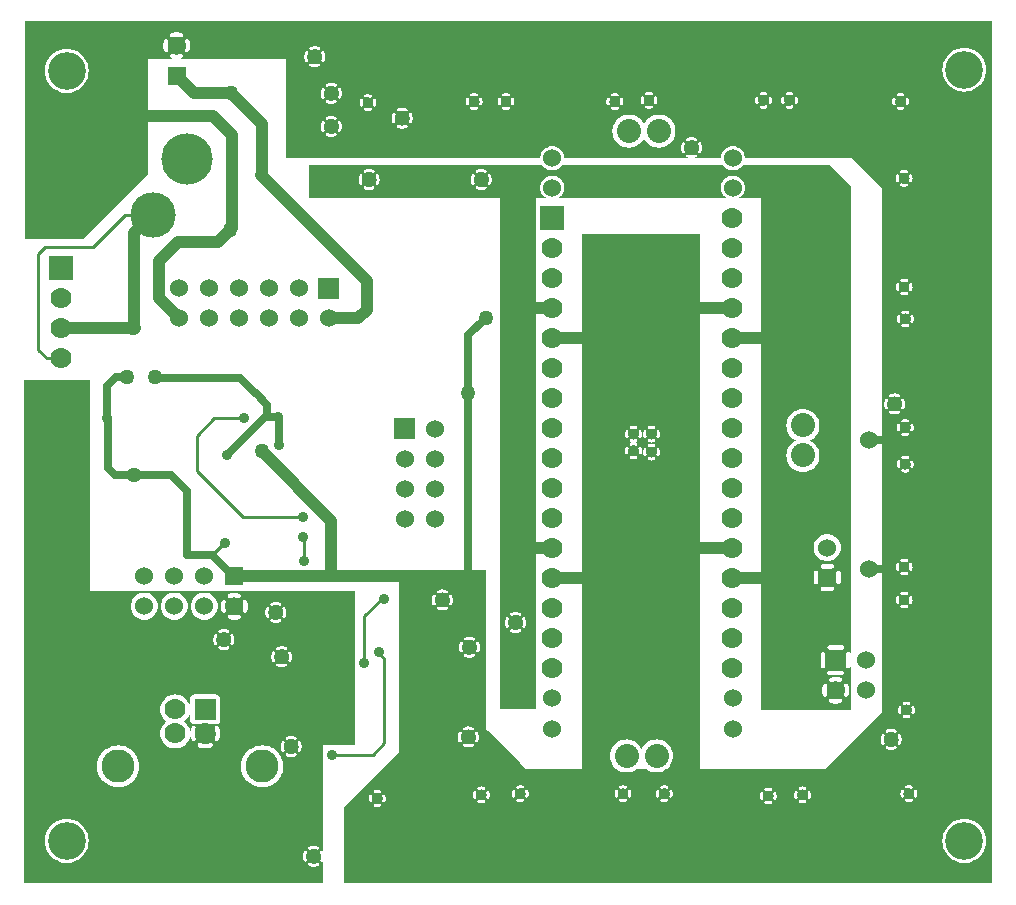
<source format=gbr>
G04 start of page 3 for group 5 idx 5 *
G04 Title: (unknown), bottom *
G04 Creator: pcb 1.99z *
G04 CreationDate: Fri Sep 27 15:25:28 2013 UTC *
G04 For: tim *
G04 Format: Gerber/RS-274X *
G04 PCB-Dimensions (mil): 3240.00 2900.00 *
G04 PCB-Coordinate-Origin: lower left *
%MOIN*%
%FSLAX25Y25*%
%LNBOTTOM*%
%ADD67C,0.1450*%
%ADD66C,0.1250*%
%ADD65C,0.0300*%
%ADD64C,0.0900*%
%ADD63C,0.0380*%
%ADD62C,0.0450*%
%ADD61C,0.0480*%
%ADD60C,0.0580*%
%ADD59C,0.0350*%
%ADD58C,0.1000*%
%ADD57C,0.0200*%
%ADD56C,0.1260*%
%ADD55C,0.0500*%
%ADD54C,0.0360*%
%ADD53C,0.0800*%
%ADD52C,0.1710*%
%ADD51C,0.1510*%
%ADD50C,0.1100*%
%ADD49C,0.0600*%
%ADD48C,0.0700*%
%ADD47C,0.0250*%
%ADD46C,0.0100*%
%ADD45C,0.0400*%
%ADD44C,0.0001*%
G54D44*G36*
X155205Y241016D02*X172735D01*
X173141Y240541D01*
X173620Y240132D01*
X174156Y239803D01*
X174738Y239562D01*
X175350Y239415D01*
X175978Y239366D01*
X176606Y239415D01*
X177218Y239562D01*
X177800Y239803D01*
X178336Y240132D01*
X178815Y240541D01*
X179221Y241016D01*
X232971D01*
X233377Y240541D01*
X233856Y240132D01*
X234393Y239803D01*
X234974Y239562D01*
X235587Y239415D01*
X236214Y239366D01*
X236842Y239415D01*
X237454Y239562D01*
X238036Y239803D01*
X238573Y240132D01*
X239051Y240541D01*
X239457Y241016D01*
X265348D01*
Y229993D01*
X238087D01*
X238573Y230290D01*
X239051Y230699D01*
X239460Y231177D01*
X239789Y231714D01*
X240030Y232296D01*
X240177Y232908D01*
X240214Y233536D01*
X240177Y234163D01*
X240030Y234776D01*
X239789Y235357D01*
X239460Y235894D01*
X239051Y236373D01*
X238573Y236782D01*
X238036Y237111D01*
X237454Y237352D01*
X236842Y237499D01*
X236214Y237548D01*
X235587Y237499D01*
X234974Y237352D01*
X234393Y237111D01*
X233856Y236782D01*
X233377Y236373D01*
X232968Y235894D01*
X232639Y235357D01*
X232398Y234776D01*
X232251Y234163D01*
X232202Y233536D01*
X232251Y232908D01*
X232398Y232296D01*
X232639Y231714D01*
X232968Y231177D01*
X233377Y230699D01*
X233856Y230290D01*
X234341Y229993D01*
X177851D01*
X178336Y230290D01*
X178815Y230699D01*
X179224Y231177D01*
X179553Y231714D01*
X179794Y232296D01*
X179941Y232908D01*
X179978Y233536D01*
X179941Y234163D01*
X179794Y234776D01*
X179553Y235357D01*
X179224Y235894D01*
X178815Y236373D01*
X178336Y236782D01*
X177800Y237111D01*
X177218Y237352D01*
X176606Y237499D01*
X175978Y237548D01*
X175350Y237499D01*
X174738Y237352D01*
X174156Y237111D01*
X173620Y236782D01*
X173141Y236373D01*
X172732Y235894D01*
X172403Y235357D01*
X172162Y234776D01*
X172015Y234163D01*
X171966Y233536D01*
X172015Y232908D01*
X172162Y232296D01*
X172403Y231714D01*
X172732Y231177D01*
X173141Y230699D01*
X173620Y230290D01*
X174105Y229993D01*
X155205D01*
Y234504D01*
X155219Y234507D01*
X155291Y234539D01*
X155357Y234581D01*
X155416Y234633D01*
X155466Y234694D01*
X155504Y234763D01*
X155633Y235052D01*
X155731Y235353D01*
X155802Y235662D01*
X155845Y235975D01*
X155859Y236292D01*
X155845Y236608D01*
X155802Y236922D01*
X155731Y237230D01*
X155633Y237531D01*
X155508Y237822D01*
X155468Y237891D01*
X155418Y237952D01*
X155359Y238004D01*
X155292Y238047D01*
X155219Y238079D01*
X155205Y238082D01*
Y241016D01*
G37*
G36*
X152357D02*X155205D01*
Y238082D01*
X155143Y238098D01*
X155064Y238106D01*
X154985Y238102D01*
X154908Y238085D01*
X154834Y238056D01*
X154766Y238016D01*
X154705Y237965D01*
X154652Y237906D01*
X154610Y237840D01*
X154578Y237767D01*
X154558Y237691D01*
X154551Y237612D01*
X154555Y237533D01*
X154572Y237456D01*
X154602Y237383D01*
X154694Y237176D01*
X154765Y236962D01*
X154815Y236741D01*
X154846Y236517D01*
X154856Y236292D01*
X154846Y236066D01*
X154815Y235842D01*
X154765Y235622D01*
X154694Y235407D01*
X154605Y235200D01*
X154575Y235127D01*
X154558Y235050D01*
X154553Y234972D01*
X154561Y234893D01*
X154581Y234817D01*
X154612Y234745D01*
X154655Y234679D01*
X154707Y234620D01*
X154768Y234570D01*
X154835Y234530D01*
X154909Y234501D01*
X154986Y234484D01*
X155064Y234480D01*
X155142Y234487D01*
X155205Y234504D01*
Y229993D01*
X152357D01*
Y232788D01*
X152672Y232802D01*
X152986Y232845D01*
X153295Y232916D01*
X153596Y233015D01*
X153886Y233140D01*
X153955Y233180D01*
X154016Y233230D01*
X154068Y233289D01*
X154111Y233356D01*
X154143Y233428D01*
X154163Y233505D01*
X154170Y233583D01*
X154166Y233662D01*
X154149Y233740D01*
X154120Y233813D01*
X154080Y233882D01*
X154030Y233943D01*
X153970Y233995D01*
X153904Y234038D01*
X153831Y234069D01*
X153755Y234089D01*
X153676Y234097D01*
X153597Y234092D01*
X153520Y234075D01*
X153447Y234045D01*
X153240Y233953D01*
X153026Y233883D01*
X152806Y233832D01*
X152582Y233802D01*
X152357Y233792D01*
Y238792D01*
X152582Y238782D01*
X152806Y238751D01*
X153026Y238700D01*
X153240Y238630D01*
X153448Y238541D01*
X153521Y238510D01*
X153597Y238494D01*
X153676Y238489D01*
X153754Y238497D01*
X153830Y238516D01*
X153903Y238548D01*
X153969Y238590D01*
X154028Y238643D01*
X154078Y238703D01*
X154118Y238771D01*
X154146Y238845D01*
X154163Y238921D01*
X154168Y239000D01*
X154160Y239078D01*
X154140Y239154D01*
X154109Y239227D01*
X154066Y239293D01*
X154014Y239352D01*
X153953Y239402D01*
X153885Y239440D01*
X153596Y239569D01*
X153295Y239667D01*
X152986Y239738D01*
X152672Y239781D01*
X152357Y239795D01*
Y241016D01*
G37*
G36*
X149507D02*X152357D01*
Y239795D01*
X152356Y239795D01*
X152040Y239781D01*
X151726Y239738D01*
X151417Y239667D01*
X151116Y239569D01*
X150825Y239443D01*
X150757Y239404D01*
X150696Y239354D01*
X150643Y239294D01*
X150601Y239228D01*
X150569Y239155D01*
X150549Y239079D01*
X150541Y239000D01*
X150546Y238921D01*
X150563Y238844D01*
X150592Y238770D01*
X150632Y238702D01*
X150682Y238641D01*
X150741Y238588D01*
X150808Y238546D01*
X150880Y238514D01*
X150957Y238494D01*
X151036Y238486D01*
X151115Y238491D01*
X151192Y238508D01*
X151265Y238538D01*
X151471Y238630D01*
X151686Y238700D01*
X151906Y238751D01*
X152130Y238782D01*
X152356Y238792D01*
X152357Y238792D01*
Y233792D01*
X152356Y233792D01*
X152130Y233802D01*
X151906Y233832D01*
X151686Y233883D01*
X151471Y233953D01*
X151264Y234043D01*
X151191Y234073D01*
X151114Y234090D01*
X151036Y234095D01*
X150957Y234087D01*
X150881Y234067D01*
X150809Y234036D01*
X150743Y233993D01*
X150684Y233941D01*
X150634Y233880D01*
X150594Y233812D01*
X150566Y233739D01*
X150549Y233662D01*
X150544Y233583D01*
X150552Y233505D01*
X150571Y233429D01*
X150603Y233357D01*
X150645Y233291D01*
X150698Y233232D01*
X150758Y233182D01*
X150827Y233143D01*
X151116Y233015D01*
X151417Y232916D01*
X151726Y232845D01*
X152040Y232802D01*
X152356Y232788D01*
X152357Y232788D01*
Y229993D01*
X149507D01*
Y234501D01*
X149569Y234485D01*
X149648Y234477D01*
X149727Y234482D01*
X149804Y234499D01*
X149877Y234528D01*
X149946Y234568D01*
X150007Y234618D01*
X150059Y234677D01*
X150102Y234744D01*
X150134Y234816D01*
X150154Y234893D01*
X150161Y234972D01*
X150157Y235051D01*
X150140Y235128D01*
X150109Y235201D01*
X150018Y235407D01*
X149947Y235622D01*
X149897Y235842D01*
X149866Y236066D01*
X149856Y236292D01*
X149866Y236517D01*
X149897Y236741D01*
X149947Y236962D01*
X150018Y237176D01*
X150107Y237384D01*
X150137Y237456D01*
X150154Y237533D01*
X150159Y237612D01*
X150151Y237690D01*
X150131Y237766D01*
X150100Y237838D01*
X150057Y237905D01*
X150005Y237964D01*
X149944Y238014D01*
X149876Y238053D01*
X149803Y238082D01*
X149726Y238099D01*
X149648Y238104D01*
X149569Y238096D01*
X149507Y238080D01*
Y241016D01*
G37*
G36*
X117803D02*X149507D01*
Y238080D01*
X149493Y238076D01*
X149421Y238045D01*
X149355Y238002D01*
X149296Y237950D01*
X149246Y237889D01*
X149207Y237821D01*
X149079Y237531D01*
X148980Y237230D01*
X148909Y236922D01*
X148867Y236608D01*
X148852Y236292D01*
X148867Y235975D01*
X148909Y235662D01*
X148980Y235353D01*
X149079Y235052D01*
X149204Y234761D01*
X149244Y234693D01*
X149294Y234632D01*
X149353Y234579D01*
X149420Y234537D01*
X149492Y234505D01*
X149507Y234501D01*
Y229993D01*
X117803D01*
Y234504D01*
X117817Y234507D01*
X117889Y234539D01*
X117955Y234581D01*
X118014Y234633D01*
X118064Y234694D01*
X118103Y234763D01*
X118231Y235052D01*
X118330Y235353D01*
X118401Y235662D01*
X118444Y235975D01*
X118458Y236292D01*
X118444Y236608D01*
X118401Y236922D01*
X118330Y237230D01*
X118231Y237531D01*
X118106Y237822D01*
X118066Y237891D01*
X118016Y237952D01*
X117957Y238004D01*
X117890Y238047D01*
X117818Y238079D01*
X117803Y238082D01*
Y241016D01*
G37*
G36*
X114956D02*X117803D01*
Y238082D01*
X117741Y238098D01*
X117663Y238106D01*
X117584Y238102D01*
X117506Y238085D01*
X117433Y238056D01*
X117365Y238016D01*
X117303Y237965D01*
X117251Y237906D01*
X117208Y237840D01*
X117177Y237767D01*
X117157Y237691D01*
X117149Y237612D01*
X117154Y237533D01*
X117171Y237456D01*
X117201Y237383D01*
X117293Y237176D01*
X117363Y236962D01*
X117414Y236741D01*
X117444Y236517D01*
X117454Y236292D01*
X117444Y236066D01*
X117414Y235842D01*
X117363Y235622D01*
X117293Y235407D01*
X117203Y235200D01*
X117173Y235127D01*
X117156Y235050D01*
X117152Y234972D01*
X117159Y234893D01*
X117179Y234817D01*
X117211Y234745D01*
X117253Y234679D01*
X117305Y234620D01*
X117366Y234570D01*
X117434Y234530D01*
X117507Y234501D01*
X117584Y234484D01*
X117663Y234480D01*
X117741Y234487D01*
X117803Y234504D01*
Y229993D01*
X114956D01*
Y232788D01*
X115271Y232802D01*
X115584Y232845D01*
X115893Y232916D01*
X116194Y233015D01*
X116485Y233140D01*
X116553Y233180D01*
X116614Y233230D01*
X116667Y233289D01*
X116709Y233356D01*
X116741Y233428D01*
X116761Y233505D01*
X116769Y233583D01*
X116764Y233662D01*
X116747Y233740D01*
X116718Y233813D01*
X116678Y233882D01*
X116628Y233943D01*
X116569Y233995D01*
X116502Y234038D01*
X116430Y234069D01*
X116353Y234089D01*
X116274Y234097D01*
X116196Y234092D01*
X116118Y234075D01*
X116045Y234045D01*
X115839Y233953D01*
X115624Y233883D01*
X115404Y233832D01*
X115180Y233802D01*
X114956Y233792D01*
Y238792D01*
X115180Y238782D01*
X115404Y238751D01*
X115624Y238700D01*
X115839Y238630D01*
X116046Y238541D01*
X116119Y238510D01*
X116196Y238494D01*
X116274Y238489D01*
X116353Y238497D01*
X116429Y238516D01*
X116501Y238548D01*
X116567Y238590D01*
X116626Y238643D01*
X116676Y238703D01*
X116716Y238771D01*
X116745Y238845D01*
X116762Y238921D01*
X116766Y239000D01*
X116759Y239078D01*
X116739Y239154D01*
X116707Y239227D01*
X116665Y239293D01*
X116613Y239352D01*
X116552Y239402D01*
X116483Y239440D01*
X116194Y239569D01*
X115893Y239667D01*
X115584Y239738D01*
X115271Y239781D01*
X114956Y239795D01*
Y241016D01*
G37*
G36*
X112105D02*X114956D01*
Y239795D01*
X114954Y239795D01*
X114638Y239781D01*
X114324Y239738D01*
X114016Y239667D01*
X113715Y239569D01*
X113424Y239443D01*
X113355Y239404D01*
X113294Y239354D01*
X113242Y239294D01*
X113199Y239228D01*
X113168Y239155D01*
X113148Y239079D01*
X113140Y239000D01*
X113145Y238921D01*
X113162Y238844D01*
X113190Y238770D01*
X113230Y238702D01*
X113281Y238641D01*
X113340Y238588D01*
X113406Y238546D01*
X113479Y238514D01*
X113555Y238494D01*
X113634Y238486D01*
X113713Y238491D01*
X113790Y238508D01*
X113863Y238538D01*
X114070Y238630D01*
X114285Y238700D01*
X114505Y238751D01*
X114729Y238782D01*
X114954Y238792D01*
X114956Y238792D01*
Y233792D01*
X114954Y233792D01*
X114729Y233802D01*
X114505Y233832D01*
X114285Y233883D01*
X114070Y233953D01*
X113862Y234043D01*
X113790Y234073D01*
X113713Y234090D01*
X113634Y234095D01*
X113556Y234087D01*
X113480Y234067D01*
X113408Y234036D01*
X113341Y233993D01*
X113282Y233941D01*
X113233Y233880D01*
X113193Y233812D01*
X113164Y233739D01*
X113147Y233662D01*
X113142Y233583D01*
X113150Y233505D01*
X113170Y233429D01*
X113201Y233357D01*
X113244Y233291D01*
X113296Y233232D01*
X113357Y233182D01*
X113425Y233143D01*
X113715Y233015D01*
X114016Y232916D01*
X114324Y232845D01*
X114638Y232802D01*
X114954Y232788D01*
X114956Y232788D01*
Y229993D01*
X112105D01*
Y234501D01*
X112167Y234485D01*
X112246Y234477D01*
X112325Y234482D01*
X112402Y234499D01*
X112476Y234528D01*
X112544Y234568D01*
X112605Y234618D01*
X112658Y234677D01*
X112700Y234744D01*
X112732Y234816D01*
X112752Y234893D01*
X112760Y234972D01*
X112755Y235051D01*
X112738Y235128D01*
X112708Y235201D01*
X112616Y235407D01*
X112546Y235622D01*
X112495Y235842D01*
X112465Y236066D01*
X112454Y236292D01*
X112465Y236517D01*
X112495Y236741D01*
X112546Y236962D01*
X112616Y237176D01*
X112705Y237384D01*
X112736Y237456D01*
X112752Y237533D01*
X112757Y237612D01*
X112749Y237690D01*
X112730Y237766D01*
X112698Y237838D01*
X112656Y237905D01*
X112603Y237964D01*
X112543Y238014D01*
X112475Y238053D01*
X112402Y238082D01*
X112325Y238099D01*
X112246Y238104D01*
X112168Y238096D01*
X112105Y238080D01*
Y241016D01*
G37*
G36*
X94876D02*X112105D01*
Y238080D01*
X112092Y238076D01*
X112019Y238045D01*
X111953Y238002D01*
X111894Y237950D01*
X111844Y237889D01*
X111806Y237821D01*
X111677Y237531D01*
X111579Y237230D01*
X111508Y236922D01*
X111465Y236608D01*
X111451Y236292D01*
X111465Y235975D01*
X111508Y235662D01*
X111579Y235353D01*
X111677Y235052D01*
X111803Y234761D01*
X111842Y234693D01*
X111892Y234632D01*
X111952Y234579D01*
X112018Y234537D01*
X112091Y234505D01*
X112105Y234501D01*
Y229993D01*
X94876D01*
Y241016D01*
G37*
G36*
X41332Y289048D02*Y238260D01*
X19679Y216607D01*
X14156D01*
Y265191D01*
X14167Y265190D01*
X15312Y265280D01*
X16430Y265548D01*
X17491Y265988D01*
X18471Y266588D01*
X19345Y267334D01*
X20091Y268208D01*
X20691Y269188D01*
X21131Y270249D01*
X21399Y271367D01*
X21467Y272512D01*
X21399Y273658D01*
X21131Y274775D01*
X20691Y275837D01*
X20091Y276816D01*
X19345Y277690D01*
X18471Y278436D01*
X17491Y279037D01*
X16430Y279476D01*
X15312Y279745D01*
X14167Y279835D01*
X14156Y279834D01*
Y289048D01*
X41332D01*
G37*
G36*
X14156Y216607D02*X387D01*
Y289048D01*
X14156D01*
Y279834D01*
X13021Y279745D01*
X11904Y279476D01*
X10843Y279037D01*
X9863Y278436D01*
X8989Y277690D01*
X8243Y276816D01*
X7643Y275837D01*
X7203Y274775D01*
X6935Y273658D01*
X6844Y272512D01*
X6935Y271367D01*
X7203Y270249D01*
X7643Y269188D01*
X8243Y268208D01*
X8989Y267334D01*
X9863Y266588D01*
X10843Y265988D01*
X11904Y265548D01*
X13021Y265280D01*
X14156Y265191D01*
Y216607D01*
G37*
G36*
X54394Y289048D02*X93301D01*
Y276449D01*
X54394D01*
Y278790D01*
X54437Y278797D01*
X54549Y278835D01*
X54654Y278889D01*
X54749Y278959D01*
X54832Y279043D01*
X54900Y279139D01*
X54951Y279246D01*
X55099Y279653D01*
X55203Y280075D01*
X55265Y280504D01*
X55286Y280937D01*
X55265Y281371D01*
X55203Y281800D01*
X55099Y282222D01*
X54956Y282631D01*
X54903Y282737D01*
X54834Y282834D01*
X54751Y282918D01*
X54656Y282989D01*
X54550Y283043D01*
X54438Y283081D01*
X54394Y283088D01*
Y289048D01*
G37*
G36*
X50779D02*X54394D01*
Y283088D01*
X54321Y283100D01*
X54202Y283101D01*
X54085Y283083D01*
X53972Y283048D01*
X53866Y282994D01*
X53769Y282925D01*
X53685Y282842D01*
X53615Y282747D01*
X53560Y282641D01*
X53522Y282529D01*
X53503Y282412D01*
X53502Y282293D01*
X53520Y282176D01*
X53558Y282064D01*
X53657Y281793D01*
X53726Y281512D01*
X53767Y281226D01*
X53781Y280937D01*
X53767Y280649D01*
X53726Y280363D01*
X53657Y280082D01*
X53561Y279810D01*
X53523Y279698D01*
X53506Y279581D01*
X53507Y279463D01*
X53526Y279347D01*
X53563Y279235D01*
X53617Y279130D01*
X53688Y279035D01*
X53772Y278952D01*
X53868Y278883D01*
X53973Y278831D01*
X54086Y278795D01*
X54202Y278777D01*
X54321Y278778D01*
X54394Y278790D01*
Y276449D01*
X51134D01*
X51215Y276453D01*
X51644Y276516D01*
X52065Y276619D01*
X52475Y276763D01*
X52581Y276815D01*
X52677Y276884D01*
X52762Y276967D01*
X52832Y277063D01*
X52887Y277168D01*
X52924Y277281D01*
X52944Y277398D01*
X52945Y277516D01*
X52927Y277634D01*
X52891Y277747D01*
X52838Y277853D01*
X52769Y277949D01*
X52686Y278034D01*
X52590Y278104D01*
X52485Y278159D01*
X52373Y278196D01*
X52256Y278215D01*
X52137Y278216D01*
X52020Y278199D01*
X51908Y278161D01*
X51636Y278062D01*
X51356Y277993D01*
X51070Y277951D01*
X50781Y277937D01*
X50779Y277937D01*
Y283937D01*
X50781Y283937D01*
X51070Y283923D01*
X51356Y283882D01*
X51636Y283813D01*
X51909Y283717D01*
X52021Y283680D01*
X52137Y283662D01*
X52255Y283663D01*
X52372Y283682D01*
X52484Y283719D01*
X52589Y283774D01*
X52684Y283844D01*
X52766Y283928D01*
X52835Y284024D01*
X52888Y284130D01*
X52924Y284242D01*
X52941Y284359D01*
X52940Y284477D01*
X52921Y284593D01*
X52884Y284705D01*
X52829Y284810D01*
X52759Y284905D01*
X52675Y284988D01*
X52579Y285057D01*
X52473Y285107D01*
X52065Y285256D01*
X51644Y285359D01*
X51215Y285422D01*
X50781Y285443D01*
X50779Y285443D01*
Y289048D01*
G37*
G36*
X47168D02*X50779D01*
Y285443D01*
X50348Y285422D01*
X49918Y285359D01*
X49497Y285256D01*
X49087Y285112D01*
X48981Y285060D01*
X48885Y284991D01*
X48800Y284907D01*
X48730Y284812D01*
X48675Y284707D01*
X48638Y284594D01*
X48618Y284477D01*
X48617Y284359D01*
X48635Y284241D01*
X48671Y284128D01*
X48724Y284022D01*
X48793Y283926D01*
X48876Y283841D01*
X48972Y283771D01*
X49077Y283716D01*
X49190Y283679D01*
X49307Y283659D01*
X49425Y283658D01*
X49542Y283676D01*
X49655Y283714D01*
X49926Y283813D01*
X50207Y283882D01*
X50492Y283923D01*
X50779Y283937D01*
Y277937D01*
X50492Y277951D01*
X50207Y277993D01*
X49926Y278062D01*
X49653Y278157D01*
X49542Y278195D01*
X49425Y278213D01*
X49307Y278212D01*
X49190Y278193D01*
X49078Y278155D01*
X48974Y278101D01*
X48879Y278031D01*
X48796Y277947D01*
X48727Y277851D01*
X48674Y277745D01*
X48639Y277633D01*
X48621Y277516D01*
X48622Y277398D01*
X48641Y277282D01*
X48678Y277170D01*
X48733Y277065D01*
X48803Y276970D01*
X48887Y276887D01*
X48983Y276818D01*
X49089Y276767D01*
X49497Y276619D01*
X49918Y276516D01*
X50348Y276453D01*
X50428Y276449D01*
X47168D01*
Y278787D01*
X47241Y278775D01*
X47360Y278774D01*
X47477Y278791D01*
X47590Y278827D01*
X47696Y278880D01*
X47793Y278949D01*
X47877Y279033D01*
X47948Y279128D01*
X48002Y279233D01*
X48040Y279346D01*
X48059Y279463D01*
X48060Y279581D01*
X48042Y279699D01*
X48004Y279811D01*
X47906Y280082D01*
X47837Y280363D01*
X47795Y280649D01*
X47781Y280937D01*
X47795Y281226D01*
X47837Y281512D01*
X47906Y281793D01*
X48001Y282065D01*
X48039Y282177D01*
X48057Y282294D01*
X48056Y282412D01*
X48036Y282528D01*
X47999Y282640D01*
X47945Y282745D01*
X47875Y282840D01*
X47791Y282923D01*
X47695Y282991D01*
X47589Y283044D01*
X47476Y283080D01*
X47360Y283098D01*
X47242Y283097D01*
X47168Y283084D01*
Y289048D01*
G37*
G36*
X37395D02*X47168D01*
Y283084D01*
X47125Y283077D01*
X47013Y283040D01*
X46908Y282986D01*
X46813Y282916D01*
X46731Y282832D01*
X46662Y282736D01*
X46611Y282629D01*
X46463Y282222D01*
X46359Y281800D01*
X46297Y281371D01*
X46276Y280937D01*
X46297Y280504D01*
X46359Y280075D01*
X46463Y279653D01*
X46606Y279244D01*
X46659Y279137D01*
X46728Y279041D01*
X46811Y278957D01*
X46907Y278886D01*
X47012Y278832D01*
X47124Y278794D01*
X47168Y278787D01*
Y276449D01*
X37395D01*
Y289048D01*
G37*
G36*
X211324Y218181D02*X225190D01*
Y39835D01*
X214179D01*
X214682Y40265D01*
X215244Y40923D01*
X215697Y41661D01*
X216028Y42461D01*
X216230Y43303D01*
X216281Y44166D01*
X216230Y45029D01*
X216028Y45871D01*
X215697Y46670D01*
X215244Y47409D01*
X214682Y48067D01*
X214024Y48629D01*
X213286Y49081D01*
X212486Y49413D01*
X211644Y49615D01*
X211324Y49640D01*
Y144127D01*
X211392Y144141D01*
X211466Y144169D01*
X211534Y144207D01*
X211596Y144256D01*
X211649Y144314D01*
X211693Y144380D01*
X211724Y144452D01*
X211801Y144685D01*
X211854Y144925D01*
X211886Y145168D01*
X211897Y145413D01*
X211886Y145659D01*
X211854Y145902D01*
X211801Y146142D01*
X211727Y146376D01*
X211694Y146448D01*
X211651Y146514D01*
X211597Y146572D01*
X211535Y146621D01*
X211467Y146660D01*
X211393Y146687D01*
X211324Y146701D01*
Y150127D01*
X211392Y150141D01*
X211466Y150169D01*
X211534Y150207D01*
X211596Y150256D01*
X211649Y150314D01*
X211693Y150380D01*
X211724Y150452D01*
X211801Y150685D01*
X211854Y150925D01*
X211886Y151168D01*
X211897Y151413D01*
X211886Y151659D01*
X211854Y151902D01*
X211801Y152142D01*
X211727Y152376D01*
X211694Y152448D01*
X211651Y152514D01*
X211597Y152572D01*
X211535Y152621D01*
X211467Y152660D01*
X211393Y152687D01*
X211324Y152701D01*
Y218181D01*
G37*
G36*
X209095D02*X211324D01*
Y152701D01*
X211315Y152703D01*
X211236Y152706D01*
X211158Y152697D01*
X211082Y152676D01*
X211010Y152643D01*
X210944Y152599D01*
X210886Y152546D01*
X210837Y152484D01*
X210798Y152415D01*
X210771Y152341D01*
X210755Y152264D01*
X210752Y152185D01*
X210761Y152107D01*
X210783Y152031D01*
X210833Y151881D01*
X210867Y151727D01*
X210888Y151571D01*
X210894Y151413D01*
X210888Y151256D01*
X210867Y151099D01*
X210833Y150945D01*
X210785Y150795D01*
X210762Y150720D01*
X210753Y150642D01*
X210757Y150563D01*
X210772Y150486D01*
X210800Y150412D01*
X210838Y150344D01*
X210887Y150282D01*
X210945Y150229D01*
X211011Y150185D01*
X211082Y150152D01*
X211158Y150131D01*
X211236Y150122D01*
X211315Y150126D01*
X211324Y150127D01*
Y146701D01*
X211315Y146703D01*
X211236Y146706D01*
X211158Y146697D01*
X211082Y146676D01*
X211010Y146643D01*
X210944Y146599D01*
X210886Y146546D01*
X210837Y146484D01*
X210798Y146415D01*
X210771Y146341D01*
X210755Y146264D01*
X210752Y146185D01*
X210761Y146107D01*
X210783Y146031D01*
X210833Y145881D01*
X210867Y145727D01*
X210888Y145571D01*
X210894Y145413D01*
X210888Y145256D01*
X210867Y145099D01*
X210833Y144945D01*
X210785Y144795D01*
X210762Y144720D01*
X210753Y144642D01*
X210757Y144563D01*
X210772Y144486D01*
X210800Y144412D01*
X210838Y144344D01*
X210887Y144282D01*
X210945Y144229D01*
X211011Y144185D01*
X211082Y144152D01*
X211158Y144131D01*
X211236Y144122D01*
X211315Y144126D01*
X211324Y144127D01*
Y49640D01*
X210781Y49683D01*
X209918Y49615D01*
X209095Y49417D01*
Y142611D01*
X209340Y142621D01*
X209583Y142654D01*
X209823Y142707D01*
X210057Y142781D01*
X210129Y142814D01*
X210195Y142857D01*
X210253Y142911D01*
X210302Y142973D01*
X210341Y143041D01*
X210368Y143115D01*
X210384Y143193D01*
X210387Y143272D01*
X210378Y143350D01*
X210357Y143426D01*
X210324Y143498D01*
X210281Y143564D01*
X210227Y143622D01*
X210165Y143671D01*
X210096Y143710D01*
X210022Y143737D01*
X209945Y143753D01*
X209866Y143756D01*
X209788Y143747D01*
X209712Y143725D01*
X209562Y143675D01*
X209408Y143641D01*
X209252Y143620D01*
X209095Y143613D01*
Y147213D01*
X209252Y147206D01*
X209408Y147186D01*
X209562Y147152D01*
X209713Y147104D01*
X209788Y147081D01*
X209866Y147072D01*
X209945Y147076D01*
X210022Y147091D01*
X210096Y147119D01*
X210164Y147157D01*
X210226Y147206D01*
X210279Y147264D01*
X210323Y147330D01*
X210356Y147401D01*
X210377Y147477D01*
X210386Y147555D01*
X210382Y147634D01*
X210367Y147711D01*
X210339Y147785D01*
X210301Y147853D01*
X210252Y147915D01*
X210194Y147968D01*
X210128Y148012D01*
X210056Y148043D01*
X209823Y148120D01*
X209583Y148173D01*
X209340Y148205D01*
X209095Y148216D01*
Y148611D01*
X209340Y148621D01*
X209583Y148654D01*
X209823Y148707D01*
X210057Y148781D01*
X210129Y148814D01*
X210195Y148857D01*
X210253Y148911D01*
X210302Y148973D01*
X210341Y149041D01*
X210368Y149115D01*
X210384Y149193D01*
X210387Y149272D01*
X210378Y149350D01*
X210357Y149426D01*
X210324Y149498D01*
X210281Y149564D01*
X210227Y149622D01*
X210165Y149671D01*
X210096Y149710D01*
X210022Y149737D01*
X209945Y149753D01*
X209866Y149756D01*
X209788Y149747D01*
X209712Y149725D01*
X209562Y149675D01*
X209408Y149641D01*
X209252Y149620D01*
X209095Y149613D01*
Y153213D01*
X209252Y153206D01*
X209408Y153186D01*
X209562Y153152D01*
X209713Y153104D01*
X209788Y153081D01*
X209866Y153072D01*
X209945Y153076D01*
X210022Y153091D01*
X210096Y153119D01*
X210164Y153157D01*
X210226Y153206D01*
X210279Y153264D01*
X210323Y153330D01*
X210356Y153401D01*
X210377Y153477D01*
X210386Y153555D01*
X210382Y153634D01*
X210367Y153711D01*
X210339Y153785D01*
X210301Y153853D01*
X210252Y153915D01*
X210194Y153968D01*
X210128Y154012D01*
X210056Y154043D01*
X209823Y154120D01*
X209583Y154173D01*
X209340Y154205D01*
X209095Y154216D01*
Y218181D01*
G37*
G36*
X206865D02*X209095D01*
Y154216D01*
X209094Y154216D01*
X208849Y154205D01*
X208606Y154173D01*
X208366Y154120D01*
X208132Y154046D01*
X208060Y154013D01*
X207994Y153970D01*
X207936Y153916D01*
X207887Y153854D01*
X207848Y153785D01*
X207820Y153711D01*
X207805Y153634D01*
X207802Y153555D01*
X207811Y153477D01*
X207832Y153401D01*
X207865Y153329D01*
X207908Y153263D01*
X207962Y153205D01*
X208024Y153156D01*
X208093Y153117D01*
X208167Y153089D01*
X208244Y153074D01*
X208323Y153071D01*
X208401Y153080D01*
X208477Y153102D01*
X208627Y153152D01*
X208781Y153186D01*
X208937Y153206D01*
X209094Y153213D01*
X209095Y153213D01*
Y149613D01*
X209094Y149613D01*
X208937Y149620D01*
X208781Y149641D01*
X208627Y149675D01*
X208476Y149723D01*
X208401Y149745D01*
X208323Y149755D01*
X208244Y149751D01*
X208167Y149736D01*
X208093Y149708D01*
X208025Y149670D01*
X207963Y149621D01*
X207910Y149563D01*
X207866Y149497D01*
X207833Y149426D01*
X207812Y149350D01*
X207803Y149272D01*
X207807Y149193D01*
X207822Y149116D01*
X207850Y149042D01*
X207888Y148974D01*
X207937Y148912D01*
X207995Y148859D01*
X208061Y148815D01*
X208133Y148784D01*
X208366Y148707D01*
X208606Y148654D01*
X208849Y148621D01*
X209094Y148611D01*
X209095Y148611D01*
Y148216D01*
X209094Y148216D01*
X208849Y148205D01*
X208606Y148173D01*
X208366Y148120D01*
X208132Y148046D01*
X208060Y148013D01*
X207994Y147970D01*
X207936Y147916D01*
X207887Y147854D01*
X207848Y147785D01*
X207820Y147711D01*
X207805Y147634D01*
X207802Y147555D01*
X207811Y147477D01*
X207832Y147401D01*
X207865Y147329D01*
X207908Y147263D01*
X207962Y147205D01*
X208024Y147156D01*
X208093Y147117D01*
X208167Y147089D01*
X208244Y147074D01*
X208323Y147071D01*
X208401Y147080D01*
X208477Y147102D01*
X208627Y147152D01*
X208781Y147186D01*
X208937Y147206D01*
X209094Y147213D01*
X209095Y147213D01*
Y143613D01*
X209094Y143613D01*
X208937Y143620D01*
X208781Y143641D01*
X208627Y143675D01*
X208476Y143723D01*
X208401Y143745D01*
X208323Y143755D01*
X208244Y143751D01*
X208167Y143736D01*
X208093Y143708D01*
X208025Y143670D01*
X207963Y143621D01*
X207910Y143563D01*
X207866Y143497D01*
X207833Y143426D01*
X207812Y143350D01*
X207803Y143272D01*
X207807Y143193D01*
X207822Y143116D01*
X207850Y143042D01*
X207888Y142974D01*
X207937Y142912D01*
X207995Y142859D01*
X208061Y142815D01*
X208133Y142784D01*
X208366Y142707D01*
X208606Y142654D01*
X208849Y142621D01*
X209094Y142611D01*
X209095Y142611D01*
Y49417D01*
X209076Y49413D01*
X208276Y49081D01*
X207538Y48629D01*
X206880Y48067D01*
X206865Y48049D01*
Y144126D01*
X206874Y144124D01*
X206953Y144120D01*
X207031Y144130D01*
X207107Y144151D01*
X207179Y144184D01*
X207245Y144227D01*
X207303Y144281D01*
X207352Y144343D01*
X207391Y144411D01*
X207418Y144485D01*
X207434Y144563D01*
X207437Y144642D01*
X207428Y144720D01*
X207406Y144796D01*
X207356Y144945D01*
X207322Y145099D01*
X207301Y145256D01*
X207294Y145413D01*
X207301Y145571D01*
X207322Y145727D01*
X207356Y145881D01*
X207404Y146032D01*
X207427Y146107D01*
X207436Y146185D01*
X207432Y146264D01*
X207417Y146341D01*
X207389Y146415D01*
X207351Y146483D01*
X207302Y146545D01*
X207244Y146598D01*
X207178Y146642D01*
X207107Y146674D01*
X207031Y146696D01*
X206953Y146705D01*
X206874Y146701D01*
X206865Y146699D01*
Y150126D01*
X206874Y150124D01*
X206953Y150120D01*
X207031Y150130D01*
X207107Y150151D01*
X207179Y150184D01*
X207245Y150227D01*
X207303Y150281D01*
X207352Y150343D01*
X207391Y150411D01*
X207418Y150485D01*
X207434Y150563D01*
X207437Y150642D01*
X207428Y150720D01*
X207406Y150796D01*
X207356Y150945D01*
X207322Y151099D01*
X207301Y151256D01*
X207294Y151413D01*
X207301Y151571D01*
X207322Y151727D01*
X207356Y151881D01*
X207404Y152032D01*
X207427Y152107D01*
X207436Y152185D01*
X207432Y152264D01*
X207417Y152341D01*
X207389Y152415D01*
X207351Y152483D01*
X207302Y152545D01*
X207244Y152598D01*
X207178Y152642D01*
X207107Y152674D01*
X207031Y152696D01*
X206953Y152705D01*
X206874Y152701D01*
X206865Y152699D01*
Y218181D01*
G37*
G36*
X205324D02*X206865D01*
Y152699D01*
X206797Y152686D01*
X206723Y152658D01*
X206655Y152620D01*
X206593Y152571D01*
X206540Y152513D01*
X206496Y152447D01*
X206465Y152375D01*
X206388Y152142D01*
X206335Y151902D01*
X206303Y151659D01*
X206292Y151413D01*
X206303Y151168D01*
X206335Y150925D01*
X206388Y150685D01*
X206462Y150451D01*
X206495Y150379D01*
X206538Y150313D01*
X206592Y150255D01*
X206654Y150206D01*
X206722Y150167D01*
X206796Y150139D01*
X206865Y150126D01*
Y146699D01*
X206797Y146686D01*
X206723Y146658D01*
X206655Y146620D01*
X206593Y146571D01*
X206540Y146513D01*
X206496Y146447D01*
X206465Y146375D01*
X206388Y146142D01*
X206335Y145902D01*
X206303Y145659D01*
X206292Y145413D01*
X206303Y145168D01*
X206335Y144925D01*
X206388Y144685D01*
X206462Y144451D01*
X206495Y144379D01*
X206538Y144313D01*
X206592Y144255D01*
X206654Y144206D01*
X206722Y144167D01*
X206796Y144139D01*
X206865Y144126D01*
Y48049D01*
X206318Y47409D01*
X205865Y46670D01*
X205781Y46467D01*
X205697Y46670D01*
X205324Y47278D01*
Y144627D01*
X205392Y144641D01*
X205466Y144669D01*
X205534Y144707D01*
X205596Y144756D01*
X205649Y144814D01*
X205693Y144880D01*
X205724Y144952D01*
X205801Y145185D01*
X205854Y145425D01*
X205886Y145668D01*
X205897Y145913D01*
X205886Y146159D01*
X205854Y146402D01*
X205801Y146642D01*
X205727Y146876D01*
X205694Y146948D01*
X205651Y147014D01*
X205597Y147072D01*
X205535Y147121D01*
X205467Y147160D01*
X205393Y147187D01*
X205324Y147201D01*
Y150127D01*
X205392Y150141D01*
X205466Y150169D01*
X205534Y150207D01*
X205596Y150256D01*
X205649Y150314D01*
X205693Y150380D01*
X205724Y150452D01*
X205801Y150685D01*
X205854Y150925D01*
X205886Y151168D01*
X205897Y151413D01*
X205886Y151659D01*
X205854Y151902D01*
X205801Y152142D01*
X205727Y152376D01*
X205694Y152448D01*
X205651Y152514D01*
X205597Y152572D01*
X205535Y152621D01*
X205467Y152660D01*
X205393Y152687D01*
X205324Y152701D01*
Y218181D01*
G37*
G36*
X203094D02*X205324D01*
Y152701D01*
X205315Y152703D01*
X205236Y152706D01*
X205158Y152697D01*
X205082Y152676D01*
X205010Y152643D01*
X204944Y152599D01*
X204886Y152546D01*
X204837Y152484D01*
X204798Y152415D01*
X204771Y152341D01*
X204755Y152264D01*
X204752Y152185D01*
X204761Y152107D01*
X204783Y152031D01*
X204833Y151881D01*
X204867Y151727D01*
X204888Y151571D01*
X204894Y151413D01*
X204888Y151256D01*
X204867Y151099D01*
X204833Y150945D01*
X204785Y150795D01*
X204762Y150720D01*
X204753Y150642D01*
X204757Y150563D01*
X204772Y150486D01*
X204800Y150412D01*
X204838Y150344D01*
X204887Y150282D01*
X204945Y150229D01*
X205011Y150185D01*
X205082Y150152D01*
X205158Y150131D01*
X205236Y150122D01*
X205315Y150126D01*
X205324Y150127D01*
Y147201D01*
X205315Y147203D01*
X205236Y147206D01*
X205158Y147197D01*
X205082Y147176D01*
X205010Y147143D01*
X204944Y147099D01*
X204886Y147046D01*
X204837Y146984D01*
X204798Y146915D01*
X204771Y146841D01*
X204755Y146764D01*
X204752Y146685D01*
X204761Y146607D01*
X204783Y146531D01*
X204833Y146381D01*
X204867Y146227D01*
X204888Y146071D01*
X204894Y145913D01*
X204888Y145756D01*
X204867Y145599D01*
X204833Y145445D01*
X204785Y145295D01*
X204762Y145220D01*
X204753Y145142D01*
X204757Y145063D01*
X204772Y144986D01*
X204800Y144912D01*
X204838Y144844D01*
X204887Y144782D01*
X204945Y144729D01*
X205011Y144685D01*
X205082Y144652D01*
X205158Y144631D01*
X205236Y144622D01*
X205315Y144626D01*
X205324Y144627D01*
Y47278D01*
X205244Y47409D01*
X204682Y48067D01*
X204024Y48629D01*
X203286Y49081D01*
X203094Y49161D01*
Y143111D01*
X203094Y143111D01*
X203340Y143121D01*
X203583Y143154D01*
X203823Y143207D01*
X204057Y143281D01*
X204129Y143314D01*
X204195Y143357D01*
X204253Y143411D01*
X204302Y143473D01*
X204341Y143541D01*
X204368Y143615D01*
X204384Y143693D01*
X204387Y143772D01*
X204378Y143850D01*
X204357Y143926D01*
X204324Y143998D01*
X204281Y144064D01*
X204227Y144122D01*
X204165Y144171D01*
X204096Y144210D01*
X204022Y144237D01*
X203945Y144253D01*
X203866Y144256D01*
X203788Y144247D01*
X203712Y144225D01*
X203562Y144175D01*
X203408Y144141D01*
X203252Y144120D01*
X203094Y144113D01*
X203094Y144113D01*
Y147713D01*
X203094Y147713D01*
X203252Y147706D01*
X203408Y147686D01*
X203562Y147652D01*
X203713Y147604D01*
X203788Y147581D01*
X203866Y147572D01*
X203945Y147576D01*
X204022Y147591D01*
X204096Y147619D01*
X204164Y147657D01*
X204226Y147706D01*
X204279Y147764D01*
X204323Y147830D01*
X204356Y147901D01*
X204377Y147977D01*
X204386Y148055D01*
X204382Y148134D01*
X204367Y148211D01*
X204339Y148285D01*
X204301Y148353D01*
X204252Y148415D01*
X204194Y148468D01*
X204128Y148512D01*
X204056Y148543D01*
X203823Y148620D01*
X203627Y148663D01*
X203823Y148707D01*
X204057Y148781D01*
X204129Y148814D01*
X204195Y148857D01*
X204253Y148911D01*
X204302Y148973D01*
X204341Y149041D01*
X204368Y149115D01*
X204384Y149193D01*
X204387Y149272D01*
X204378Y149350D01*
X204357Y149426D01*
X204324Y149498D01*
X204281Y149564D01*
X204227Y149622D01*
X204165Y149671D01*
X204096Y149710D01*
X204022Y149737D01*
X203945Y149753D01*
X203866Y149756D01*
X203788Y149747D01*
X203712Y149725D01*
X203562Y149675D01*
X203408Y149641D01*
X203252Y149620D01*
X203094Y149613D01*
X203094Y149613D01*
Y153213D01*
X203094Y153213D01*
X203252Y153206D01*
X203408Y153186D01*
X203562Y153152D01*
X203713Y153104D01*
X203788Y153081D01*
X203866Y153072D01*
X203945Y153076D01*
X204022Y153091D01*
X204096Y153119D01*
X204164Y153157D01*
X204226Y153206D01*
X204279Y153264D01*
X204323Y153330D01*
X204356Y153401D01*
X204377Y153477D01*
X204386Y153555D01*
X204382Y153634D01*
X204367Y153711D01*
X204339Y153785D01*
X204301Y153853D01*
X204252Y153915D01*
X204194Y153968D01*
X204128Y154012D01*
X204056Y154043D01*
X203823Y154120D01*
X203583Y154173D01*
X203340Y154205D01*
X203094Y154216D01*
X203094Y154216D01*
Y218181D01*
G37*
G36*
X200865D02*X203094D01*
Y154216D01*
X202849Y154205D01*
X202606Y154173D01*
X202366Y154120D01*
X202132Y154046D01*
X202060Y154013D01*
X201994Y153970D01*
X201936Y153916D01*
X201887Y153854D01*
X201848Y153785D01*
X201820Y153711D01*
X201805Y153634D01*
X201802Y153555D01*
X201811Y153477D01*
X201832Y153401D01*
X201865Y153329D01*
X201908Y153263D01*
X201962Y153205D01*
X202024Y153156D01*
X202093Y153117D01*
X202167Y153089D01*
X202244Y153074D01*
X202323Y153071D01*
X202401Y153080D01*
X202477Y153102D01*
X202627Y153152D01*
X202781Y153186D01*
X202937Y153206D01*
X203094Y153213D01*
Y149613D01*
X202937Y149620D01*
X202781Y149641D01*
X202627Y149675D01*
X202476Y149723D01*
X202401Y149745D01*
X202323Y149755D01*
X202244Y149751D01*
X202167Y149736D01*
X202093Y149708D01*
X202025Y149670D01*
X201963Y149621D01*
X201910Y149563D01*
X201866Y149497D01*
X201833Y149426D01*
X201812Y149350D01*
X201803Y149272D01*
X201807Y149193D01*
X201822Y149116D01*
X201850Y149042D01*
X201888Y148974D01*
X201937Y148912D01*
X201995Y148859D01*
X202061Y148815D01*
X202133Y148784D01*
X202366Y148707D01*
X202562Y148663D01*
X202366Y148620D01*
X202132Y148546D01*
X202060Y148513D01*
X201994Y148470D01*
X201936Y148416D01*
X201887Y148354D01*
X201848Y148285D01*
X201820Y148211D01*
X201805Y148134D01*
X201802Y148055D01*
X201811Y147977D01*
X201832Y147901D01*
X201865Y147829D01*
X201908Y147763D01*
X201962Y147705D01*
X202024Y147656D01*
X202093Y147617D01*
X202167Y147589D01*
X202244Y147574D01*
X202323Y147571D01*
X202401Y147580D01*
X202477Y147602D01*
X202627Y147652D01*
X202781Y147686D01*
X202937Y147706D01*
X203094Y147713D01*
Y144113D01*
X202937Y144120D01*
X202781Y144141D01*
X202627Y144175D01*
X202476Y144223D01*
X202401Y144245D01*
X202323Y144255D01*
X202244Y144251D01*
X202167Y144236D01*
X202093Y144208D01*
X202025Y144170D01*
X201963Y144121D01*
X201910Y144063D01*
X201866Y143997D01*
X201833Y143926D01*
X201812Y143850D01*
X201803Y143772D01*
X201807Y143693D01*
X201822Y143616D01*
X201850Y143542D01*
X201888Y143474D01*
X201937Y143412D01*
X201995Y143359D01*
X202061Y143315D01*
X202133Y143284D01*
X202366Y143207D01*
X202606Y143154D01*
X202849Y143121D01*
X203094Y143111D01*
Y49161D01*
X202486Y49413D01*
X201644Y49615D01*
X200865Y49676D01*
Y144626D01*
X200874Y144624D01*
X200953Y144620D01*
X201031Y144630D01*
X201107Y144651D01*
X201179Y144684D01*
X201245Y144727D01*
X201303Y144781D01*
X201352Y144843D01*
X201391Y144911D01*
X201418Y144985D01*
X201434Y145063D01*
X201437Y145142D01*
X201428Y145220D01*
X201406Y145296D01*
X201356Y145445D01*
X201322Y145599D01*
X201301Y145756D01*
X201294Y145913D01*
X201301Y146071D01*
X201322Y146227D01*
X201356Y146381D01*
X201404Y146532D01*
X201427Y146607D01*
X201436Y146685D01*
X201432Y146764D01*
X201417Y146841D01*
X201389Y146915D01*
X201351Y146983D01*
X201302Y147045D01*
X201244Y147098D01*
X201178Y147142D01*
X201107Y147174D01*
X201031Y147196D01*
X200953Y147205D01*
X200874Y147201D01*
X200865Y147199D01*
Y150126D01*
X200874Y150124D01*
X200953Y150120D01*
X201031Y150130D01*
X201107Y150151D01*
X201179Y150184D01*
X201245Y150227D01*
X201303Y150281D01*
X201352Y150343D01*
X201391Y150411D01*
X201418Y150485D01*
X201434Y150563D01*
X201437Y150642D01*
X201428Y150720D01*
X201406Y150796D01*
X201356Y150945D01*
X201322Y151099D01*
X201301Y151256D01*
X201294Y151413D01*
X201301Y151571D01*
X201322Y151727D01*
X201356Y151881D01*
X201404Y152032D01*
X201427Y152107D01*
X201436Y152185D01*
X201432Y152264D01*
X201417Y152341D01*
X201389Y152415D01*
X201351Y152483D01*
X201302Y152545D01*
X201244Y152598D01*
X201178Y152642D01*
X201107Y152674D01*
X201031Y152696D01*
X200953Y152705D01*
X200874Y152701D01*
X200865Y152699D01*
Y218181D01*
G37*
G36*
X185820D02*X200865D01*
Y152699D01*
X200797Y152686D01*
X200723Y152658D01*
X200655Y152620D01*
X200593Y152571D01*
X200540Y152513D01*
X200496Y152447D01*
X200465Y152375D01*
X200388Y152142D01*
X200335Y151902D01*
X200303Y151659D01*
X200292Y151413D01*
X200303Y151168D01*
X200335Y150925D01*
X200388Y150685D01*
X200462Y150451D01*
X200495Y150379D01*
X200538Y150313D01*
X200592Y150255D01*
X200654Y150206D01*
X200722Y150167D01*
X200796Y150139D01*
X200865Y150126D01*
Y147199D01*
X200797Y147186D01*
X200723Y147158D01*
X200655Y147120D01*
X200593Y147071D01*
X200540Y147013D01*
X200496Y146947D01*
X200465Y146875D01*
X200388Y146642D01*
X200335Y146402D01*
X200303Y146159D01*
X200292Y145913D01*
X200303Y145668D01*
X200335Y145425D01*
X200388Y145185D01*
X200462Y144951D01*
X200495Y144879D01*
X200538Y144813D01*
X200592Y144755D01*
X200654Y144706D01*
X200722Y144667D01*
X200796Y144639D01*
X200865Y144626D01*
Y49676D01*
X200781Y49683D01*
X199918Y49615D01*
X199076Y49413D01*
X198276Y49081D01*
X197538Y48629D01*
X196880Y48067D01*
X196318Y47409D01*
X195865Y46670D01*
X195534Y45871D01*
X195332Y45029D01*
X195264Y44166D01*
X195332Y43303D01*
X195534Y42461D01*
X195865Y41661D01*
X196318Y40923D01*
X196880Y40265D01*
X197383Y39835D01*
X185820D01*
Y218181D01*
G37*
G36*
X313369Y289048D02*X322435D01*
Y1646D01*
X313369D01*
Y8498D01*
X313380Y8497D01*
X314525Y8587D01*
X315643Y8855D01*
X316704Y9295D01*
X317684Y9895D01*
X318558Y10641D01*
X319304Y11515D01*
X319904Y12495D01*
X320344Y13557D01*
X320612Y14674D01*
X320680Y15819D01*
X320612Y16965D01*
X320344Y18082D01*
X319904Y19144D01*
X319304Y20123D01*
X318558Y20997D01*
X317684Y21743D01*
X316704Y22344D01*
X315643Y22783D01*
X314525Y23052D01*
X313380Y23142D01*
X313369Y23141D01*
Y265584D01*
X313380Y265583D01*
X314525Y265674D01*
X315643Y265942D01*
X316704Y266381D01*
X317684Y266982D01*
X318558Y267728D01*
X319304Y268602D01*
X319904Y269582D01*
X320344Y270643D01*
X320612Y271760D01*
X320680Y272906D01*
X320612Y274051D01*
X320344Y275169D01*
X319904Y276230D01*
X319304Y277210D01*
X318558Y278084D01*
X317684Y278830D01*
X316704Y279430D01*
X315643Y279870D01*
X314525Y280138D01*
X313380Y280228D01*
X313369Y280228D01*
Y289048D01*
G37*
G36*
X297106D02*X313369D01*
Y280228D01*
X312235Y280138D01*
X311117Y279870D01*
X310056Y279430D01*
X309076Y278830D01*
X308202Y278084D01*
X307456Y277210D01*
X306856Y276230D01*
X306416Y275169D01*
X306148Y274051D01*
X306057Y272906D01*
X306148Y271760D01*
X306416Y270643D01*
X306856Y269582D01*
X307456Y268602D01*
X308202Y267728D01*
X309076Y266982D01*
X310056Y266381D01*
X311117Y265942D01*
X312235Y265674D01*
X313369Y265584D01*
Y23141D01*
X312235Y23052D01*
X311117Y22783D01*
X310056Y22344D01*
X309076Y21743D01*
X308202Y20997D01*
X307456Y20123D01*
X306856Y19144D01*
X306416Y18082D01*
X306148Y16965D01*
X306057Y15819D01*
X306148Y14674D01*
X306416Y13557D01*
X306856Y12495D01*
X307456Y11515D01*
X308202Y10641D01*
X309076Y9895D01*
X310056Y9295D01*
X311117Y8855D01*
X312235Y8587D01*
X313369Y8498D01*
Y1646D01*
X297106D01*
Y30281D01*
X297173Y30295D01*
X297247Y30322D01*
X297315Y30361D01*
X297377Y30410D01*
X297430Y30468D01*
X297474Y30533D01*
X297505Y30606D01*
X297582Y30839D01*
X297635Y31079D01*
X297668Y31322D01*
X297678Y31567D01*
X297668Y31813D01*
X297635Y32056D01*
X297582Y32296D01*
X297508Y32530D01*
X297475Y32602D01*
X297432Y32668D01*
X297378Y32726D01*
X297316Y32775D01*
X297248Y32814D01*
X297174Y32841D01*
X297106Y32855D01*
Y289048D01*
G37*
G36*
X296318D02*X297106D01*
Y32855D01*
X297096Y32857D01*
X297017Y32860D01*
X296939Y32851D01*
X296863Y32830D01*
X296791Y32797D01*
X296725Y32753D01*
X296667Y32700D01*
X296618Y32638D01*
X296579Y32569D01*
X296552Y32495D01*
X296536Y32418D01*
X296533Y32339D01*
X296542Y32261D01*
X296564Y32185D01*
X296614Y32035D01*
X296648Y31881D01*
X296669Y31725D01*
X296676Y31567D01*
X296669Y31410D01*
X296648Y31253D01*
X296614Y31099D01*
X296566Y30949D01*
X296543Y30874D01*
X296534Y30796D01*
X296538Y30717D01*
X296553Y30640D01*
X296581Y30566D01*
X296619Y30498D01*
X296668Y30436D01*
X296726Y30383D01*
X296792Y30339D01*
X296863Y30306D01*
X296939Y30285D01*
X297017Y30276D01*
X297096Y30279D01*
X297106Y30281D01*
Y1646D01*
X296318D01*
Y58234D01*
X296386Y58248D01*
X296460Y58275D01*
X296528Y58314D01*
X296590Y58363D01*
X296643Y58421D01*
X296687Y58486D01*
X296718Y58558D01*
X296795Y58791D01*
X296848Y59031D01*
X296880Y59275D01*
X296891Y59520D01*
X296880Y59765D01*
X296848Y60009D01*
X296795Y60249D01*
X296720Y60483D01*
X296688Y60555D01*
X296644Y60620D01*
X296591Y60679D01*
X296529Y60728D01*
X296460Y60766D01*
X296386Y60794D01*
X296318Y60808D01*
Y140434D01*
X296324Y140448D01*
X296401Y140681D01*
X296454Y140921D01*
X296486Y141165D01*
X296497Y141410D01*
X296486Y141655D01*
X296454Y141899D01*
X296401Y142139D01*
X296327Y142373D01*
X296318Y142392D01*
Y152639D01*
X296324Y152653D01*
X296401Y152886D01*
X296454Y153126D01*
X296486Y153369D01*
X296497Y153615D01*
X296486Y153860D01*
X296454Y154103D01*
X296401Y154343D01*
X296327Y154577D01*
X296318Y154596D01*
Y188859D01*
X296324Y188873D01*
X296401Y189107D01*
X296454Y189346D01*
X296486Y189590D01*
X296497Y189835D01*
X296486Y190080D01*
X296454Y190324D01*
X296401Y190564D01*
X296327Y190798D01*
X296318Y190817D01*
Y289048D01*
G37*
G36*
X295531Y140239D02*X295545Y140225D01*
X295611Y140182D01*
X295682Y140149D01*
X295758Y140128D01*
X295836Y140119D01*
X295915Y140122D01*
X295992Y140138D01*
X296066Y140165D01*
X296134Y140204D01*
X296196Y140253D01*
X296249Y140311D01*
X296293Y140376D01*
X296318Y140434D01*
Y60808D01*
X296309Y60810D01*
X296230Y60813D01*
X296151Y60804D01*
X296075Y60783D01*
X296004Y60750D01*
X295938Y60706D01*
X295880Y60653D01*
X295831Y60591D01*
X295792Y60522D01*
X295764Y60448D01*
X295749Y60371D01*
X295745Y60292D01*
X295754Y60213D01*
X295777Y60138D01*
X295826Y59988D01*
X295861Y59834D01*
X295881Y59678D01*
X295888Y59520D01*
X295881Y59362D01*
X295861Y59206D01*
X295826Y59052D01*
X295779Y58902D01*
X295756Y58826D01*
X295747Y58748D01*
X295750Y58670D01*
X295766Y58593D01*
X295793Y58519D01*
X295832Y58450D01*
X295881Y58389D01*
X295939Y58335D01*
X296004Y58292D01*
X296076Y58259D01*
X296152Y58238D01*
X296230Y58229D01*
X296309Y58232D01*
X296318Y58234D01*
Y1646D01*
X295531D01*
Y28845D01*
X295604Y28861D01*
X295838Y28935D01*
X295910Y28967D01*
X295976Y29011D01*
X296034Y29065D01*
X296083Y29126D01*
X296122Y29195D01*
X296150Y29269D01*
X296165Y29347D01*
X296169Y29426D01*
X296159Y29504D01*
X296138Y29580D01*
X296105Y29652D01*
X296062Y29718D01*
X296008Y29776D01*
X295946Y29825D01*
X295878Y29864D01*
X295804Y29891D01*
X295726Y29907D01*
X295647Y29910D01*
X295569Y29901D01*
X295531Y29890D01*
Y33247D01*
X295569Y33235D01*
X295647Y33226D01*
X295726Y33230D01*
X295803Y33245D01*
X295877Y33273D01*
X295945Y33311D01*
X296007Y33360D01*
X296060Y33418D01*
X296104Y33484D01*
X296137Y33555D01*
X296158Y33631D01*
X296167Y33709D01*
X296163Y33788D01*
X296148Y33865D01*
X296120Y33939D01*
X296082Y34007D01*
X296033Y34069D01*
X295975Y34122D01*
X295909Y34166D01*
X295837Y34197D01*
X295604Y34274D01*
X295531Y34290D01*
Y94848D01*
X295598Y94862D01*
X295672Y94889D01*
X295741Y94928D01*
X295802Y94977D01*
X295856Y95035D01*
X295899Y95100D01*
X295930Y95173D01*
X296007Y95406D01*
X296061Y95645D01*
X296093Y95889D01*
X296103Y96134D01*
X296093Y96380D01*
X296061Y96623D01*
X296007Y96863D01*
X295933Y97097D01*
X295901Y97169D01*
X295857Y97235D01*
X295804Y97293D01*
X295742Y97342D01*
X295673Y97381D01*
X295599Y97408D01*
X295531Y97422D01*
Y105872D01*
X295598Y105886D01*
X295672Y105913D01*
X295741Y105952D01*
X295802Y106001D01*
X295856Y106058D01*
X295899Y106124D01*
X295930Y106196D01*
X296007Y106429D01*
X296061Y106669D01*
X296093Y106913D01*
X296103Y107158D01*
X296093Y107403D01*
X296061Y107647D01*
X296007Y107886D01*
X295933Y108121D01*
X295901Y108193D01*
X295857Y108258D01*
X295804Y108316D01*
X295742Y108366D01*
X295673Y108404D01*
X295599Y108432D01*
X295531Y108446D01*
Y140239D01*
G37*
G36*
Y152443D02*X295545Y152430D01*
X295611Y152386D01*
X295682Y152354D01*
X295758Y152332D01*
X295836Y152323D01*
X295915Y152327D01*
X295992Y152342D01*
X296066Y152370D01*
X296134Y152408D01*
X296196Y152457D01*
X296249Y152515D01*
X296293Y152581D01*
X296318Y152639D01*
Y142392D01*
X296294Y142445D01*
X296251Y142510D01*
X296197Y142569D01*
X296135Y142618D01*
X296067Y142656D01*
X295993Y142684D01*
X295915Y142700D01*
X295836Y142703D01*
X295758Y142694D01*
X295682Y142673D01*
X295610Y142640D01*
X295544Y142596D01*
X295531Y142584D01*
Y152443D01*
G37*
G36*
Y188664D02*X295545Y188650D01*
X295611Y188607D01*
X295682Y188574D01*
X295758Y188553D01*
X295836Y188544D01*
X295915Y188547D01*
X295992Y188563D01*
X296066Y188590D01*
X296134Y188629D01*
X296196Y188678D01*
X296249Y188736D01*
X296293Y188801D01*
X296318Y188859D01*
Y154596D01*
X296294Y154649D01*
X296251Y154715D01*
X296197Y154773D01*
X296135Y154822D01*
X296067Y154861D01*
X295993Y154889D01*
X295915Y154904D01*
X295836Y154908D01*
X295758Y154898D01*
X295682Y154877D01*
X295610Y154844D01*
X295544Y154801D01*
X295531Y154788D01*
Y188664D01*
G37*
G36*
Y289048D02*X296318D01*
Y190817D01*
X296294Y190870D01*
X296251Y190935D01*
X296197Y190994D01*
X296135Y191043D01*
X296067Y191081D01*
X295993Y191109D01*
X295915Y191125D01*
X295836Y191128D01*
X295758Y191119D01*
X295682Y191098D01*
X295610Y191065D01*
X295544Y191021D01*
X295531Y191009D01*
Y199179D01*
X295598Y199193D01*
X295672Y199220D01*
X295741Y199259D01*
X295802Y199308D01*
X295856Y199366D01*
X295899Y199431D01*
X295930Y199503D01*
X296007Y199736D01*
X296061Y199976D01*
X296093Y200220D01*
X296103Y200465D01*
X296093Y200710D01*
X296061Y200954D01*
X296007Y201194D01*
X295933Y201428D01*
X295901Y201500D01*
X295857Y201565D01*
X295804Y201624D01*
X295742Y201673D01*
X295673Y201711D01*
X295599Y201739D01*
X295531Y201753D01*
Y235399D01*
X295598Y235413D01*
X295672Y235441D01*
X295741Y235479D01*
X295802Y235528D01*
X295856Y235586D01*
X295899Y235652D01*
X295930Y235724D01*
X296007Y235957D01*
X296061Y236197D01*
X296093Y236440D01*
X296103Y236685D01*
X296093Y236931D01*
X296061Y237174D01*
X296007Y237414D01*
X295933Y237648D01*
X295901Y237720D01*
X295857Y237786D01*
X295804Y237844D01*
X295742Y237893D01*
X295673Y237932D01*
X295599Y237959D01*
X295531Y237973D01*
Y289048D01*
G37*
G36*
Y29890D02*X295493Y29878D01*
X295343Y29829D01*
X295190Y29795D01*
X295033Y29774D01*
X294876Y29767D01*
Y33367D01*
X295033Y33360D01*
X295190Y33340D01*
X295343Y33305D01*
X295494Y33258D01*
X295531Y33247D01*
Y29890D01*
G37*
G36*
Y1646D02*X294876D01*
Y28765D01*
X295121Y28775D01*
X295364Y28808D01*
X295531Y28845D01*
Y1646D01*
G37*
G36*
X294876Y289048D02*X295531D01*
Y237973D01*
X295521Y237975D01*
X295443Y237978D01*
X295364Y237969D01*
X295288Y237948D01*
X295216Y237915D01*
X295150Y237872D01*
X295092Y237818D01*
X295043Y237756D01*
X295004Y237687D01*
X294977Y237613D01*
X294961Y237536D01*
X294958Y237457D01*
X294967Y237379D01*
X294990Y237303D01*
X295039Y237153D01*
X295073Y236999D01*
X295094Y236843D01*
X295101Y236685D01*
X295094Y236528D01*
X295073Y236371D01*
X295039Y236218D01*
X294991Y236067D01*
X294969Y235992D01*
X294960Y235914D01*
X294963Y235835D01*
X294979Y235758D01*
X295006Y235684D01*
X295045Y235616D01*
X295094Y235554D01*
X295151Y235501D01*
X295217Y235457D01*
X295289Y235424D01*
X295364Y235403D01*
X295443Y235394D01*
X295521Y235398D01*
X295531Y235399D01*
Y201753D01*
X295521Y201755D01*
X295443Y201758D01*
X295364Y201749D01*
X295288Y201728D01*
X295216Y201695D01*
X295150Y201651D01*
X295092Y201598D01*
X295043Y201536D01*
X295004Y201467D01*
X294977Y201393D01*
X294961Y201316D01*
X294958Y201237D01*
X294967Y201158D01*
X294990Y201083D01*
X295039Y200933D01*
X295073Y200779D01*
X295094Y200623D01*
X295101Y200465D01*
X295094Y200307D01*
X295073Y200151D01*
X295039Y199997D01*
X294991Y199847D01*
X294969Y199771D01*
X294960Y199693D01*
X294963Y199615D01*
X294979Y199538D01*
X295006Y199464D01*
X295045Y199395D01*
X295094Y199334D01*
X295151Y199280D01*
X295217Y199237D01*
X295289Y199204D01*
X295364Y199183D01*
X295443Y199174D01*
X295521Y199177D01*
X295531Y199179D01*
Y191009D01*
X295486Y190968D01*
X295437Y190906D01*
X295398Y190837D01*
X295371Y190763D01*
X295355Y190686D01*
X295352Y190607D01*
X295361Y190528D01*
X295383Y190453D01*
X295433Y190303D01*
X295467Y190149D01*
X295488Y189993D01*
X295494Y189835D01*
X295488Y189677D01*
X295467Y189521D01*
X295433Y189367D01*
X295385Y189217D01*
X295362Y189142D01*
X295353Y189063D01*
X295357Y188985D01*
X295372Y188908D01*
X295400Y188834D01*
X295438Y188765D01*
X295487Y188704D01*
X295531Y188664D01*
Y154788D01*
X295486Y154747D01*
X295437Y154685D01*
X295398Y154617D01*
X295371Y154543D01*
X295355Y154465D01*
X295352Y154386D01*
X295361Y154308D01*
X295383Y154232D01*
X295433Y154082D01*
X295467Y153929D01*
X295488Y153772D01*
X295494Y153615D01*
X295488Y153457D01*
X295467Y153301D01*
X295433Y153147D01*
X295385Y152996D01*
X295362Y152921D01*
X295353Y152843D01*
X295357Y152764D01*
X295372Y152687D01*
X295400Y152613D01*
X295438Y152545D01*
X295487Y152483D01*
X295531Y152443D01*
Y142584D01*
X295486Y142543D01*
X295437Y142481D01*
X295398Y142412D01*
X295371Y142338D01*
X295355Y142261D01*
X295352Y142182D01*
X295361Y142103D01*
X295383Y142028D01*
X295433Y141878D01*
X295467Y141724D01*
X295488Y141568D01*
X295494Y141410D01*
X295488Y141252D01*
X295467Y141096D01*
X295433Y140942D01*
X295385Y140792D01*
X295362Y140716D01*
X295353Y140638D01*
X295357Y140560D01*
X295372Y140483D01*
X295400Y140409D01*
X295438Y140340D01*
X295487Y140279D01*
X295531Y140239D01*
Y108446D01*
X295521Y108447D01*
X295443Y108451D01*
X295364Y108442D01*
X295288Y108421D01*
X295216Y108388D01*
X295150Y108344D01*
X295092Y108291D01*
X295043Y108229D01*
X295004Y108160D01*
X294977Y108086D01*
X294961Y108008D01*
X294958Y107930D01*
X294967Y107851D01*
X294990Y107776D01*
X295039Y107626D01*
X295073Y107472D01*
X295094Y107315D01*
X295101Y107158D01*
X295094Y107000D01*
X295073Y106844D01*
X295039Y106690D01*
X294991Y106540D01*
X294969Y106464D01*
X294960Y106386D01*
X294963Y106308D01*
X294979Y106230D01*
X295006Y106157D01*
X295045Y106088D01*
X295094Y106026D01*
X295151Y105973D01*
X295217Y105930D01*
X295289Y105897D01*
X295364Y105876D01*
X295443Y105867D01*
X295521Y105870D01*
X295531Y105872D01*
Y97422D01*
X295521Y97424D01*
X295443Y97427D01*
X295364Y97418D01*
X295288Y97397D01*
X295216Y97364D01*
X295150Y97320D01*
X295092Y97267D01*
X295043Y97205D01*
X295004Y97136D01*
X294977Y97062D01*
X294961Y96985D01*
X294958Y96906D01*
X294967Y96827D01*
X294990Y96752D01*
X295039Y96602D01*
X295073Y96448D01*
X295094Y96292D01*
X295101Y96134D01*
X295094Y95977D01*
X295073Y95820D01*
X295039Y95666D01*
X294991Y95516D01*
X294969Y95441D01*
X294960Y95363D01*
X294963Y95284D01*
X294979Y95207D01*
X295006Y95133D01*
X295045Y95064D01*
X295094Y95003D01*
X295151Y94950D01*
X295217Y94906D01*
X295289Y94873D01*
X295364Y94852D01*
X295443Y94843D01*
X295521Y94846D01*
X295531Y94848D01*
Y34290D01*
X295364Y34327D01*
X295121Y34359D01*
X294876Y34370D01*
Y56833D01*
X295051Y56888D01*
X295123Y56920D01*
X295189Y56964D01*
X295247Y57017D01*
X295296Y57079D01*
X295335Y57148D01*
X295362Y57222D01*
X295378Y57299D01*
X295381Y57378D01*
X295372Y57457D01*
X295351Y57533D01*
X295318Y57605D01*
X295274Y57670D01*
X295221Y57729D01*
X295159Y57778D01*
X295090Y57816D01*
X295016Y57844D01*
X294939Y57860D01*
X294876Y57862D01*
Y61180D01*
X294939Y61182D01*
X295016Y61198D01*
X295089Y61225D01*
X295158Y61264D01*
X295220Y61313D01*
X295273Y61371D01*
X295316Y61436D01*
X295349Y61508D01*
X295370Y61584D01*
X295379Y61662D01*
X295376Y61740D01*
X295361Y61818D01*
X295333Y61891D01*
X295294Y61960D01*
X295246Y62022D01*
X295188Y62075D01*
X295122Y62118D01*
X295050Y62150D01*
X294876Y62207D01*
Y138937D01*
X294902Y138969D01*
X294941Y139038D01*
X294968Y139112D01*
X294984Y139189D01*
X294987Y139268D01*
X294978Y139347D01*
X294957Y139423D01*
X294924Y139495D01*
X294881Y139560D01*
X294876Y139565D01*
Y143258D01*
X294879Y143261D01*
X294923Y143326D01*
X294956Y143398D01*
X294977Y143474D01*
X294986Y143552D01*
X294982Y143630D01*
X294967Y143708D01*
X294939Y143781D01*
X294901Y143850D01*
X294876Y143880D01*
Y151141D01*
X294902Y151174D01*
X294941Y151243D01*
X294968Y151317D01*
X294984Y151394D01*
X294987Y151473D01*
X294978Y151551D01*
X294957Y151627D01*
X294924Y151699D01*
X294881Y151765D01*
X294876Y151769D01*
Y155462D01*
X294879Y155465D01*
X294923Y155531D01*
X294956Y155602D01*
X294977Y155678D01*
X294986Y155756D01*
X294982Y155835D01*
X294967Y155912D01*
X294939Y155986D01*
X294901Y156054D01*
X294876Y156085D01*
Y187362D01*
X294902Y187394D01*
X294941Y187463D01*
X294968Y187537D01*
X294984Y187614D01*
X294987Y187693D01*
X294978Y187772D01*
X294957Y187848D01*
X294924Y187920D01*
X294881Y187985D01*
X294876Y187990D01*
Y191683D01*
X294879Y191686D01*
X294923Y191751D01*
X294956Y191823D01*
X294977Y191899D01*
X294986Y191977D01*
X294982Y192055D01*
X294967Y192133D01*
X294939Y192206D01*
X294901Y192275D01*
X294876Y192306D01*
Y261772D01*
X294880Y261787D01*
X294912Y262031D01*
X294923Y262276D01*
X294912Y262521D01*
X294880Y262765D01*
X294876Y262779D01*
Y289048D01*
G37*
G36*
X292646Y161610D02*X292651Y161489D01*
X292646Y161367D01*
Y161610D01*
G37*
G36*
Y138822D02*X292661Y138812D01*
X292733Y138780D01*
X292966Y138704D01*
X293206Y138650D01*
X293449Y138618D01*
X293694Y138607D01*
X293940Y138618D01*
X294183Y138650D01*
X294423Y138704D01*
X294657Y138778D01*
X294729Y138810D01*
X294795Y138854D01*
X294853Y138907D01*
X294876Y138937D01*
Y62207D01*
X294817Y62226D01*
X294577Y62280D01*
X294334Y62312D01*
X294088Y62323D01*
X293843Y62312D01*
X293599Y62280D01*
X293360Y62226D01*
X293126Y62152D01*
X293054Y62120D01*
X292988Y62076D01*
X292930Y62023D01*
X292881Y61961D01*
X292842Y61892D01*
X292814Y61818D01*
X292799Y61741D01*
X292795Y61662D01*
X292804Y61583D01*
X292826Y61507D01*
X292858Y61435D01*
X292902Y61370D01*
X292956Y61311D01*
X293017Y61262D01*
X293086Y61224D01*
X293160Y61196D01*
X293238Y61180D01*
X293317Y61177D01*
X293395Y61186D01*
X293471Y61209D01*
X293620Y61258D01*
X293774Y61292D01*
X293931Y61313D01*
X294088Y61320D01*
X294246Y61313D01*
X294402Y61292D01*
X294556Y61258D01*
X294706Y61210D01*
X294782Y61188D01*
X294860Y61179D01*
X294876Y61180D01*
Y57862D01*
X294860Y57863D01*
X294781Y57854D01*
X294706Y57831D01*
X294556Y57782D01*
X294402Y57748D01*
X294246Y57727D01*
X294088Y57720D01*
X293931Y57727D01*
X293774Y57748D01*
X293620Y57782D01*
X293470Y57830D01*
X293395Y57852D01*
X293316Y57861D01*
X293238Y57858D01*
X293161Y57842D01*
X293087Y57815D01*
X293018Y57776D01*
X292957Y57727D01*
X292903Y57669D01*
X292860Y57604D01*
X292827Y57532D01*
X292806Y57456D01*
X292797Y57378D01*
X292800Y57300D01*
X292816Y57222D01*
X292843Y57149D01*
X292882Y57080D01*
X292931Y57018D01*
X292989Y56965D01*
X293054Y56922D01*
X293126Y56890D01*
X293360Y56814D01*
X293599Y56760D01*
X293843Y56728D01*
X294088Y56717D01*
X294334Y56728D01*
X294577Y56760D01*
X294817Y56814D01*
X294876Y56833D01*
Y34370D01*
X294876Y34370D01*
X294630Y34359D01*
X294387Y34327D01*
X294147Y34274D01*
X293913Y34200D01*
X293841Y34167D01*
X293775Y34124D01*
X293717Y34070D01*
X293668Y34008D01*
X293629Y33939D01*
X293602Y33865D01*
X293586Y33788D01*
X293583Y33709D01*
X293592Y33631D01*
X293613Y33555D01*
X293646Y33483D01*
X293689Y33417D01*
X293743Y33359D01*
X293805Y33310D01*
X293874Y33271D01*
X293948Y33243D01*
X294025Y33228D01*
X294104Y33224D01*
X294182Y33234D01*
X294258Y33256D01*
X294408Y33305D01*
X294562Y33340D01*
X294718Y33360D01*
X294876Y33367D01*
X294876Y33367D01*
Y29767D01*
X294876Y29767D01*
X294718Y29774D01*
X294562Y29795D01*
X294408Y29829D01*
X294257Y29877D01*
X294182Y29899D01*
X294104Y29908D01*
X294025Y29905D01*
X293948Y29890D01*
X293874Y29862D01*
X293806Y29823D01*
X293744Y29775D01*
X293691Y29717D01*
X293647Y29651D01*
X293615Y29580D01*
X293593Y29504D01*
X293584Y29426D01*
X293588Y29347D01*
X293603Y29270D01*
X293631Y29196D01*
X293669Y29127D01*
X293718Y29066D01*
X293776Y29013D01*
X293842Y28969D01*
X293914Y28938D01*
X294147Y28861D01*
X294387Y28808D01*
X294630Y28775D01*
X294876Y28765D01*
X294876Y28765D01*
Y1646D01*
X292646D01*
Y30280D01*
X292655Y30278D01*
X292734Y30274D01*
X292812Y30283D01*
X292888Y30305D01*
X292960Y30338D01*
X293026Y30381D01*
X293084Y30435D01*
X293133Y30497D01*
X293172Y30565D01*
X293200Y30639D01*
X293215Y30717D01*
X293218Y30796D01*
X293209Y30874D01*
X293187Y30950D01*
X293137Y31099D01*
X293103Y31253D01*
X293082Y31410D01*
X293076Y31567D01*
X293082Y31725D01*
X293103Y31881D01*
X293137Y32035D01*
X293185Y32186D01*
X293208Y32261D01*
X293217Y32339D01*
X293213Y32418D01*
X293198Y32495D01*
X293170Y32569D01*
X293132Y32637D01*
X293083Y32699D01*
X293025Y32752D01*
X292959Y32796D01*
X292888Y32828D01*
X292812Y32849D01*
X292734Y32859D01*
X292655Y32855D01*
X292646Y32853D01*
Y93412D01*
X292812Y93375D01*
X293055Y93342D01*
X293301Y93332D01*
X293546Y93342D01*
X293790Y93375D01*
X294029Y93428D01*
X294263Y93502D01*
X294335Y93534D01*
X294401Y93578D01*
X294459Y93632D01*
X294508Y93693D01*
X294547Y93762D01*
X294575Y93836D01*
X294590Y93914D01*
X294594Y93993D01*
X294585Y94071D01*
X294563Y94147D01*
X294531Y94219D01*
X294487Y94285D01*
X294433Y94343D01*
X294372Y94392D01*
X294303Y94431D01*
X294229Y94458D01*
X294151Y94474D01*
X294072Y94477D01*
X293994Y94468D01*
X293918Y94445D01*
X293769Y94396D01*
X293615Y94362D01*
X293458Y94341D01*
X293301Y94334D01*
X293143Y94341D01*
X292987Y94362D01*
X292833Y94396D01*
X292683Y94444D01*
X292646Y94455D01*
Y97812D01*
X292683Y97823D01*
X292833Y97872D01*
X292987Y97907D01*
X293143Y97927D01*
X293301Y97934D01*
X293458Y97927D01*
X293615Y97907D01*
X293769Y97872D01*
X293919Y97825D01*
X293994Y97802D01*
X294072Y97793D01*
X294151Y97796D01*
X294228Y97812D01*
X294302Y97839D01*
X294371Y97878D01*
X294432Y97927D01*
X294486Y97985D01*
X294529Y98050D01*
X294562Y98122D01*
X294583Y98198D01*
X294592Y98276D01*
X294589Y98355D01*
X294573Y98432D01*
X294546Y98506D01*
X294507Y98574D01*
X294458Y98636D01*
X294400Y98689D01*
X294335Y98733D01*
X294263Y98764D01*
X294029Y98841D01*
X293790Y98894D01*
X293546Y98926D01*
X293301Y98937D01*
X293055Y98926D01*
X292812Y98894D01*
X292646Y98857D01*
Y104435D01*
X292812Y104398D01*
X293055Y104366D01*
X293301Y104355D01*
X293546Y104366D01*
X293790Y104398D01*
X294029Y104452D01*
X294263Y104526D01*
X294335Y104558D01*
X294401Y104602D01*
X294459Y104655D01*
X294508Y104717D01*
X294547Y104786D01*
X294575Y104860D01*
X294590Y104937D01*
X294594Y105016D01*
X294585Y105095D01*
X294563Y105171D01*
X294531Y105242D01*
X294487Y105308D01*
X294433Y105366D01*
X294372Y105415D01*
X294303Y105454D01*
X294229Y105482D01*
X294151Y105497D01*
X294072Y105501D01*
X293994Y105492D01*
X293918Y105469D01*
X293769Y105420D01*
X293615Y105385D01*
X293458Y105365D01*
X293301Y105358D01*
X293143Y105365D01*
X292987Y105385D01*
X292833Y105420D01*
X292683Y105467D01*
X292646Y105478D01*
Y108836D01*
X292683Y108847D01*
X292833Y108896D01*
X292987Y108930D01*
X293143Y108951D01*
X293301Y108958D01*
X293458Y108951D01*
X293615Y108930D01*
X293769Y108896D01*
X293919Y108848D01*
X293994Y108826D01*
X294072Y108817D01*
X294151Y108820D01*
X294228Y108836D01*
X294302Y108863D01*
X294371Y108902D01*
X294432Y108951D01*
X294486Y109009D01*
X294529Y109074D01*
X294562Y109146D01*
X294583Y109221D01*
X294592Y109300D01*
X294589Y109378D01*
X294573Y109455D01*
X294546Y109529D01*
X294507Y109598D01*
X294458Y109659D01*
X294400Y109713D01*
X294335Y109756D01*
X294263Y109788D01*
X294029Y109864D01*
X293790Y109918D01*
X293546Y109950D01*
X293301Y109961D01*
X293055Y109950D01*
X292812Y109918D01*
X292646Y109881D01*
Y138822D01*
G37*
G36*
Y143140D02*X292693Y143114D01*
X292767Y143086D01*
X292844Y143070D01*
X292923Y143067D01*
X293001Y143076D01*
X293077Y143099D01*
X293227Y143148D01*
X293381Y143182D01*
X293537Y143203D01*
X293694Y143210D01*
X293852Y143203D01*
X294008Y143182D01*
X294162Y143148D01*
X294313Y143100D01*
X294388Y143078D01*
X294466Y143069D01*
X294545Y143072D01*
X294622Y143088D01*
X294696Y143115D01*
X294764Y143154D01*
X294826Y143203D01*
X294876Y143258D01*
Y139565D01*
X294827Y139619D01*
X294765Y139668D01*
X294696Y139706D01*
X294622Y139734D01*
X294545Y139750D01*
X294466Y139753D01*
X294388Y139744D01*
X294312Y139721D01*
X294162Y139672D01*
X294008Y139638D01*
X293852Y139617D01*
X293694Y139610D01*
X293537Y139617D01*
X293381Y139638D01*
X293227Y139672D01*
X293076Y139720D01*
X293001Y139742D01*
X292923Y139751D01*
X292844Y139748D01*
X292767Y139732D01*
X292693Y139705D01*
X292646Y139678D01*
Y143140D01*
G37*
G36*
Y151026D02*X292661Y151016D01*
X292733Y150985D01*
X292966Y150908D01*
X293206Y150855D01*
X293449Y150823D01*
X293694Y150812D01*
X293940Y150823D01*
X294183Y150855D01*
X294423Y150908D01*
X294657Y150982D01*
X294729Y151015D01*
X294795Y151058D01*
X294853Y151112D01*
X294876Y151141D01*
Y143880D01*
X294852Y143912D01*
X294794Y143965D01*
X294728Y144008D01*
X294656Y144040D01*
X294423Y144116D01*
X294183Y144170D01*
X293940Y144202D01*
X293694Y144213D01*
X293449Y144202D01*
X293206Y144170D01*
X292966Y144116D01*
X292732Y144042D01*
X292660Y144010D01*
X292646Y144000D01*
Y151026D01*
G37*
G36*
Y155345D02*X292693Y155318D01*
X292767Y155291D01*
X292844Y155275D01*
X292923Y155272D01*
X293001Y155281D01*
X293077Y155303D01*
X293227Y155353D01*
X293381Y155387D01*
X293537Y155408D01*
X293694Y155415D01*
X293852Y155408D01*
X294008Y155387D01*
X294162Y155353D01*
X294313Y155305D01*
X294388Y155282D01*
X294466Y155273D01*
X294545Y155277D01*
X294622Y155292D01*
X294696Y155320D01*
X294764Y155358D01*
X294826Y155407D01*
X294876Y155462D01*
Y151769D01*
X294827Y151823D01*
X294765Y151872D01*
X294696Y151911D01*
X294622Y151938D01*
X294545Y151954D01*
X294466Y151957D01*
X294388Y151948D01*
X294312Y151926D01*
X294162Y151876D01*
X294008Y151842D01*
X293852Y151821D01*
X293694Y151815D01*
X293537Y151821D01*
X293381Y151842D01*
X293227Y151876D01*
X293076Y151924D01*
X293001Y151947D01*
X292923Y151956D01*
X292844Y151952D01*
X292767Y151937D01*
X292693Y151909D01*
X292646Y151883D01*
Y155345D01*
G37*
G36*
Y187247D02*X292661Y187237D01*
X292733Y187205D01*
X292966Y187129D01*
X293206Y187075D01*
X293449Y187043D01*
X293694Y187032D01*
X293940Y187043D01*
X294183Y187075D01*
X294423Y187129D01*
X294657Y187203D01*
X294729Y187235D01*
X294795Y187279D01*
X294853Y187332D01*
X294876Y187362D01*
Y156085D01*
X294852Y156116D01*
X294794Y156169D01*
X294728Y156213D01*
X294656Y156244D01*
X294423Y156321D01*
X294183Y156374D01*
X293940Y156406D01*
X293694Y156417D01*
X293449Y156406D01*
X293206Y156374D01*
X292966Y156321D01*
X292732Y156247D01*
X292660Y156214D01*
X292646Y156205D01*
Y159721D01*
X292704Y159698D01*
X292781Y159681D01*
X292859Y159677D01*
X292938Y159684D01*
X293014Y159704D01*
X293086Y159736D01*
X293152Y159778D01*
X293211Y159830D01*
X293261Y159891D01*
X293300Y159960D01*
X293428Y160249D01*
X293527Y160550D01*
X293598Y160858D01*
X293640Y161172D01*
X293655Y161489D01*
X293640Y161805D01*
X293598Y162119D01*
X293527Y162427D01*
X293428Y162728D01*
X293303Y163019D01*
X293263Y163087D01*
X293213Y163149D01*
X293154Y163201D01*
X293087Y163244D01*
X293015Y163275D01*
X292938Y163295D01*
X292859Y163303D01*
X292781Y163298D01*
X292703Y163281D01*
X292646Y163259D01*
Y187247D01*
G37*
G36*
Y191565D02*X292693Y191539D01*
X292767Y191511D01*
X292844Y191495D01*
X292923Y191492D01*
X293001Y191501D01*
X293077Y191524D01*
X293227Y191573D01*
X293381Y191607D01*
X293537Y191628D01*
X293694Y191635D01*
X293852Y191628D01*
X294008Y191607D01*
X294162Y191573D01*
X294313Y191526D01*
X294388Y191503D01*
X294466Y191494D01*
X294545Y191497D01*
X294622Y191513D01*
X294696Y191540D01*
X294764Y191579D01*
X294826Y191628D01*
X294876Y191683D01*
Y187990D01*
X294827Y188044D01*
X294765Y188093D01*
X294696Y188131D01*
X294622Y188159D01*
X294545Y188175D01*
X294466Y188178D01*
X294388Y188169D01*
X294312Y188146D01*
X294162Y188097D01*
X294008Y188063D01*
X293852Y188042D01*
X293694Y188035D01*
X293537Y188042D01*
X293381Y188063D01*
X293227Y188097D01*
X293076Y188145D01*
X293001Y188167D01*
X292923Y188176D01*
X292844Y188173D01*
X292767Y188157D01*
X292693Y188130D01*
X292646Y188103D01*
Y191565D01*
G37*
G36*
Y289048D02*X294876D01*
Y262779D01*
X294826Y263005D01*
X294752Y263239D01*
X294720Y263311D01*
X294676Y263376D01*
X294623Y263435D01*
X294561Y263484D01*
X294492Y263522D01*
X294418Y263550D01*
X294341Y263566D01*
X294262Y263569D01*
X294183Y263560D01*
X294107Y263539D01*
X294035Y263506D01*
X293970Y263462D01*
X293911Y263409D01*
X293862Y263347D01*
X293824Y263278D01*
X293796Y263204D01*
X293780Y263127D01*
X293777Y263048D01*
X293786Y262969D01*
X293809Y262894D01*
X293858Y262744D01*
X293892Y262590D01*
X293913Y262434D01*
X293920Y262276D01*
X293913Y262118D01*
X293892Y261962D01*
X293858Y261808D01*
X293810Y261658D01*
X293788Y261582D01*
X293779Y261504D01*
X293782Y261426D01*
X293798Y261348D01*
X293825Y261275D01*
X293864Y261206D01*
X293913Y261145D01*
X293971Y261091D01*
X294036Y261048D01*
X294108Y261015D01*
X294184Y260994D01*
X294262Y260985D01*
X294340Y260988D01*
X294418Y261004D01*
X294491Y261031D01*
X294560Y261070D01*
X294622Y261119D01*
X294675Y261177D01*
X294718Y261242D01*
X294750Y261314D01*
X294826Y261547D01*
X294876Y261772D01*
Y192306D01*
X294852Y192337D01*
X294794Y192390D01*
X294728Y192433D01*
X294656Y192465D01*
X294423Y192541D01*
X294183Y192595D01*
X293940Y192627D01*
X293694Y192638D01*
X293449Y192627D01*
X293206Y192595D01*
X292966Y192541D01*
X292732Y192467D01*
X292660Y192435D01*
X292646Y192426D01*
Y197742D01*
X292812Y197705D01*
X293055Y197673D01*
X293301Y197662D01*
X293546Y197673D01*
X293790Y197705D01*
X294029Y197759D01*
X294263Y197833D01*
X294335Y197865D01*
X294401Y197909D01*
X294459Y197962D01*
X294508Y198024D01*
X294547Y198093D01*
X294575Y198167D01*
X294590Y198244D01*
X294594Y198323D01*
X294585Y198402D01*
X294563Y198478D01*
X294531Y198550D01*
X294487Y198615D01*
X294433Y198674D01*
X294372Y198723D01*
X294303Y198761D01*
X294229Y198789D01*
X294151Y198805D01*
X294072Y198808D01*
X293994Y198799D01*
X293918Y198776D01*
X293769Y198727D01*
X293615Y198693D01*
X293458Y198672D01*
X293301Y198665D01*
X293143Y198672D01*
X292987Y198693D01*
X292833Y198727D01*
X292683Y198775D01*
X292646Y198786D01*
Y202143D01*
X292683Y202154D01*
X292833Y202203D01*
X292987Y202237D01*
X293143Y202258D01*
X293301Y202265D01*
X293458Y202258D01*
X293615Y202237D01*
X293769Y202203D01*
X293919Y202155D01*
X293994Y202133D01*
X294072Y202124D01*
X294151Y202127D01*
X294228Y202143D01*
X294302Y202170D01*
X294371Y202209D01*
X294432Y202258D01*
X294486Y202316D01*
X294529Y202381D01*
X294562Y202453D01*
X294583Y202529D01*
X294592Y202607D01*
X294589Y202685D01*
X294573Y202763D01*
X294546Y202836D01*
X294507Y202905D01*
X294458Y202967D01*
X294400Y203020D01*
X294335Y203063D01*
X294263Y203095D01*
X294029Y203171D01*
X293790Y203225D01*
X293546Y203257D01*
X293301Y203268D01*
X293055Y203257D01*
X292812Y203225D01*
X292646Y203188D01*
Y233963D01*
X292812Y233926D01*
X293055Y233894D01*
X293301Y233883D01*
X293546Y233894D01*
X293790Y233926D01*
X294029Y233979D01*
X294263Y234053D01*
X294335Y234086D01*
X294401Y234129D01*
X294459Y234183D01*
X294508Y234245D01*
X294547Y234313D01*
X294575Y234387D01*
X294590Y234465D01*
X294594Y234544D01*
X294585Y234622D01*
X294563Y234698D01*
X294531Y234770D01*
X294487Y234836D01*
X294433Y234894D01*
X294372Y234943D01*
X294303Y234982D01*
X294229Y235009D01*
X294151Y235025D01*
X294072Y235028D01*
X293994Y235019D01*
X293918Y234997D01*
X293769Y234947D01*
X293615Y234913D01*
X293458Y234892D01*
X293301Y234885D01*
X293143Y234892D01*
X292987Y234913D01*
X292833Y234947D01*
X292683Y234995D01*
X292646Y235006D01*
Y238363D01*
X292683Y238374D01*
X292833Y238424D01*
X292987Y238458D01*
X293143Y238479D01*
X293301Y238485D01*
X293458Y238479D01*
X293615Y238458D01*
X293769Y238424D01*
X293919Y238376D01*
X293994Y238353D01*
X294072Y238344D01*
X294151Y238348D01*
X294228Y238363D01*
X294302Y238391D01*
X294371Y238429D01*
X294432Y238478D01*
X294486Y238536D01*
X294529Y238602D01*
X294562Y238673D01*
X294583Y238749D01*
X294592Y238827D01*
X294589Y238906D01*
X294573Y238983D01*
X294546Y239057D01*
X294507Y239125D01*
X294458Y239187D01*
X294400Y239240D01*
X294335Y239284D01*
X294263Y239315D01*
X294029Y239392D01*
X293790Y239445D01*
X293546Y239477D01*
X293301Y239488D01*
X293055Y239477D01*
X292812Y239445D01*
X292646Y239408D01*
Y259524D01*
X292849Y259570D01*
X293083Y259644D01*
X293155Y259676D01*
X293220Y259720D01*
X293279Y259773D01*
X293328Y259835D01*
X293366Y259904D01*
X293394Y259978D01*
X293410Y260055D01*
X293413Y260134D01*
X293404Y260213D01*
X293383Y260289D01*
X293350Y260361D01*
X293306Y260426D01*
X293253Y260485D01*
X293191Y260534D01*
X293122Y260572D01*
X293048Y260600D01*
X292971Y260616D01*
X292892Y260619D01*
X292813Y260610D01*
X292738Y260587D01*
X292646Y260557D01*
Y263996D01*
X292738Y263966D01*
X292814Y263944D01*
X292892Y263935D01*
X292970Y263938D01*
X293047Y263954D01*
X293121Y263981D01*
X293190Y264020D01*
X293251Y264069D01*
X293305Y264127D01*
X293348Y264192D01*
X293381Y264264D01*
X293402Y264340D01*
X293411Y264418D01*
X293408Y264496D01*
X293392Y264574D01*
X293365Y264647D01*
X293326Y264716D01*
X293277Y264778D01*
X293219Y264831D01*
X293154Y264874D01*
X293082Y264906D01*
X292849Y264982D01*
X292646Y265028D01*
Y289048D01*
G37*
G36*
X291819Y259491D02*X291875Y259484D01*
X292120Y259473D01*
X292365Y259484D01*
X292609Y259516D01*
X292646Y259524D01*
Y239408D01*
X292572Y239392D01*
X292338Y239318D01*
X292266Y239285D01*
X292200Y239242D01*
X292142Y239188D01*
X292093Y239126D01*
X292054Y239057D01*
X292027Y238983D01*
X292011Y238906D01*
X292008Y238827D01*
X292017Y238749D01*
X292038Y238673D01*
X292071Y238601D01*
X292115Y238535D01*
X292168Y238477D01*
X292230Y238428D01*
X292299Y238389D01*
X292373Y238362D01*
X292450Y238346D01*
X292529Y238343D01*
X292608Y238352D01*
X292646Y238363D01*
Y235006D01*
X292607Y235018D01*
X292529Y235027D01*
X292450Y235023D01*
X292373Y235008D01*
X292300Y234980D01*
X292231Y234942D01*
X292169Y234893D01*
X292116Y234835D01*
X292073Y234769D01*
X292040Y234698D01*
X292019Y234622D01*
X292010Y234544D01*
X292013Y234465D01*
X292028Y234388D01*
X292056Y234314D01*
X292095Y234246D01*
X292143Y234184D01*
X292201Y234131D01*
X292267Y234087D01*
X292339Y234056D01*
X292572Y233979D01*
X292646Y233963D01*
Y203188D01*
X292572Y203171D01*
X292338Y203097D01*
X292266Y203065D01*
X292200Y203021D01*
X292142Y202968D01*
X292093Y202906D01*
X292054Y202837D01*
X292027Y202763D01*
X292011Y202686D01*
X292008Y202607D01*
X292017Y202528D01*
X292038Y202452D01*
X292071Y202380D01*
X292115Y202315D01*
X292168Y202256D01*
X292230Y202207D01*
X292299Y202169D01*
X292373Y202141D01*
X292450Y202125D01*
X292529Y202122D01*
X292608Y202131D01*
X292646Y202143D01*
Y198786D01*
X292607Y198797D01*
X292529Y198806D01*
X292450Y198803D01*
X292373Y198787D01*
X292300Y198760D01*
X292231Y198721D01*
X292169Y198672D01*
X292116Y198614D01*
X292073Y198549D01*
X292040Y198477D01*
X292019Y198401D01*
X292010Y198323D01*
X292013Y198245D01*
X292028Y198167D01*
X292056Y198094D01*
X292095Y198025D01*
X292143Y197963D01*
X292201Y197910D01*
X292267Y197867D01*
X292339Y197835D01*
X292572Y197759D01*
X292646Y197742D01*
Y192426D01*
X292594Y192391D01*
X292536Y192338D01*
X292487Y192276D01*
X292448Y192207D01*
X292420Y192133D01*
X292405Y192056D01*
X292402Y191977D01*
X292411Y191898D01*
X292432Y191822D01*
X292465Y191750D01*
X292508Y191685D01*
X292562Y191627D01*
X292624Y191577D01*
X292646Y191565D01*
Y188103D01*
X292625Y188091D01*
X292563Y188042D01*
X292510Y187984D01*
X292466Y187919D01*
X292433Y187847D01*
X292412Y187771D01*
X292403Y187693D01*
X292407Y187615D01*
X292422Y187537D01*
X292450Y187464D01*
X292488Y187395D01*
X292537Y187333D01*
X292595Y187280D01*
X292646Y187247D01*
Y163259D01*
X292630Y163253D01*
X292561Y163212D01*
X292500Y163162D01*
X292448Y163103D01*
X292405Y163036D01*
X292373Y162964D01*
X292354Y162887D01*
X292346Y162809D01*
X292350Y162730D01*
X292367Y162652D01*
X292398Y162580D01*
X292489Y162373D01*
X292560Y162158D01*
X292610Y161938D01*
X292641Y161714D01*
X292646Y161610D01*
Y161367D01*
X292641Y161263D01*
X292610Y161039D01*
X292560Y160819D01*
X292489Y160604D01*
X292400Y160397D01*
X292370Y160324D01*
X292353Y160247D01*
X292348Y160168D01*
X292356Y160090D01*
X292376Y160014D01*
X292407Y159942D01*
X292450Y159876D01*
X292502Y159817D01*
X292563Y159767D01*
X292631Y159727D01*
X292646Y159721D01*
Y156205D01*
X292594Y156171D01*
X292536Y156117D01*
X292487Y156055D01*
X292448Y155987D01*
X292420Y155913D01*
X292405Y155835D01*
X292402Y155756D01*
X292411Y155678D01*
X292432Y155602D01*
X292465Y155530D01*
X292508Y155464D01*
X292562Y155406D01*
X292624Y155357D01*
X292646Y155345D01*
Y151883D01*
X292625Y151871D01*
X292563Y151822D01*
X292510Y151764D01*
X292466Y151698D01*
X292433Y151627D01*
X292412Y151551D01*
X292403Y151473D01*
X292407Y151394D01*
X292422Y151317D01*
X292450Y151243D01*
X292488Y151175D01*
X292537Y151113D01*
X292595Y151060D01*
X292646Y151026D01*
Y144000D01*
X292594Y143966D01*
X292536Y143913D01*
X292487Y143851D01*
X292448Y143782D01*
X292420Y143708D01*
X292405Y143631D01*
X292402Y143552D01*
X292411Y143473D01*
X292432Y143397D01*
X292465Y143325D01*
X292508Y143260D01*
X292562Y143201D01*
X292624Y143152D01*
X292646Y143140D01*
Y139678D01*
X292625Y139666D01*
X292563Y139617D01*
X292510Y139559D01*
X292466Y139494D01*
X292433Y139422D01*
X292412Y139346D01*
X292403Y139268D01*
X292407Y139190D01*
X292422Y139112D01*
X292450Y139039D01*
X292488Y138970D01*
X292537Y138908D01*
X292595Y138855D01*
X292646Y138822D01*
Y109881D01*
X292572Y109864D01*
X292338Y109790D01*
X292266Y109758D01*
X292200Y109714D01*
X292142Y109661D01*
X292093Y109599D01*
X292054Y109530D01*
X292027Y109456D01*
X292011Y109379D01*
X292008Y109300D01*
X292017Y109221D01*
X292038Y109145D01*
X292071Y109073D01*
X292115Y109007D01*
X292168Y108949D01*
X292230Y108900D01*
X292299Y108861D01*
X292373Y108834D01*
X292450Y108818D01*
X292529Y108815D01*
X292608Y108824D01*
X292646Y108836D01*
Y105478D01*
X292607Y105490D01*
X292529Y105499D01*
X292450Y105496D01*
X292373Y105480D01*
X292300Y105453D01*
X292231Y105414D01*
X292169Y105365D01*
X292116Y105307D01*
X292073Y105242D01*
X292040Y105170D01*
X292019Y105094D01*
X292010Y105016D01*
X292013Y104937D01*
X292028Y104860D01*
X292056Y104787D01*
X292095Y104718D01*
X292143Y104656D01*
X292201Y104603D01*
X292267Y104560D01*
X292339Y104528D01*
X292572Y104452D01*
X292646Y104435D01*
Y98857D01*
X292572Y98841D01*
X292338Y98766D01*
X292266Y98734D01*
X292200Y98690D01*
X292142Y98637D01*
X292093Y98575D01*
X292054Y98506D01*
X292027Y98432D01*
X292011Y98355D01*
X292008Y98276D01*
X292017Y98198D01*
X292038Y98121D01*
X292071Y98050D01*
X292115Y97984D01*
X292168Y97926D01*
X292230Y97877D01*
X292299Y97838D01*
X292373Y97810D01*
X292450Y97795D01*
X292529Y97791D01*
X292608Y97800D01*
X292646Y97812D01*
Y94455D01*
X292607Y94466D01*
X292529Y94475D01*
X292450Y94472D01*
X292373Y94457D01*
X292300Y94429D01*
X292231Y94390D01*
X292169Y94342D01*
X292116Y94284D01*
X292073Y94218D01*
X292040Y94146D01*
X292019Y94071D01*
X292010Y93992D01*
X292013Y93914D01*
X292028Y93837D01*
X292056Y93763D01*
X292095Y93694D01*
X292143Y93633D01*
X292201Y93579D01*
X292267Y93536D01*
X292339Y93505D01*
X292572Y93428D01*
X292646Y93412D01*
Y32853D01*
X292578Y32840D01*
X292504Y32812D01*
X292436Y32774D01*
X292374Y32725D01*
X292321Y32667D01*
X292277Y32601D01*
X292246Y32529D01*
X292169Y32296D01*
X292116Y32056D01*
X292084Y31813D01*
X292073Y31567D01*
X292084Y31322D01*
X292116Y31079D01*
X292169Y30839D01*
X292243Y30605D01*
X292276Y30533D01*
X292319Y30467D01*
X292373Y30409D01*
X292435Y30360D01*
X292504Y30321D01*
X292578Y30293D01*
X292646Y30280D01*
Y1646D01*
X291819D01*
Y47890D01*
X291833Y47893D01*
X291905Y47925D01*
X291971Y47967D01*
X292030Y48019D01*
X292080Y48080D01*
X292118Y48149D01*
X292247Y48438D01*
X292345Y48739D01*
X292416Y49047D01*
X292459Y49361D01*
X292474Y49678D01*
X292459Y49994D01*
X292416Y50308D01*
X292345Y50616D01*
X292247Y50917D01*
X292122Y51208D01*
X292082Y51276D01*
X292032Y51338D01*
X291973Y51390D01*
X291906Y51433D01*
X291834Y51464D01*
X291819Y51468D01*
Y58240D01*
X291868Y58230D01*
X291946Y58227D01*
X292025Y58236D01*
X292101Y58257D01*
X292173Y58290D01*
X292239Y58334D01*
X292297Y58387D01*
X292346Y58449D01*
X292385Y58518D01*
X292412Y58592D01*
X292428Y58669D01*
X292431Y58748D01*
X292422Y58827D01*
X292399Y58902D01*
X292350Y59052D01*
X292316Y59206D01*
X292295Y59362D01*
X292288Y59520D01*
X292295Y59678D01*
X292316Y59834D01*
X292350Y59988D01*
X292398Y60138D01*
X292420Y60214D01*
X292429Y60292D01*
X292426Y60370D01*
X292410Y60447D01*
X292383Y60521D01*
X292344Y60590D01*
X292295Y60651D01*
X292238Y60705D01*
X292172Y60748D01*
X292100Y60781D01*
X292025Y60802D01*
X291946Y60811D01*
X291868Y60808D01*
X291819Y60798D01*
Y140207D01*
X291845Y140224D01*
X291903Y140277D01*
X291952Y140339D01*
X291991Y140408D01*
X292018Y140482D01*
X292034Y140559D01*
X292037Y140638D01*
X292028Y140717D01*
X292006Y140792D01*
X291956Y140942D01*
X291922Y141096D01*
X291901Y141252D01*
X291894Y141410D01*
X291901Y141568D01*
X291922Y141724D01*
X291956Y141878D01*
X292004Y142028D01*
X292027Y142104D01*
X292036Y142182D01*
X292032Y142260D01*
X292017Y142337D01*
X291989Y142411D01*
X291951Y142480D01*
X291902Y142541D01*
X291844Y142595D01*
X291819Y142611D01*
Y152411D01*
X291845Y152428D01*
X291903Y152482D01*
X291952Y152544D01*
X291991Y152613D01*
X292018Y152687D01*
X292034Y152764D01*
X292037Y152843D01*
X292028Y152921D01*
X292006Y152997D01*
X291956Y153147D01*
X291922Y153301D01*
X291901Y153457D01*
X291894Y153615D01*
X291901Y153772D01*
X291922Y153929D01*
X291956Y154082D01*
X292004Y154233D01*
X292027Y154308D01*
X292036Y154386D01*
X292032Y154465D01*
X292017Y154542D01*
X291989Y154616D01*
X291951Y154684D01*
X291902Y154746D01*
X291844Y154799D01*
X291819Y154816D01*
Y158436D01*
X291864Y158486D01*
X291906Y158553D01*
X291938Y158625D01*
X291958Y158702D01*
X291966Y158780D01*
X291961Y158859D01*
X291944Y158936D01*
X291915Y159010D01*
X291875Y159078D01*
X291825Y159140D01*
X291819Y159145D01*
Y163836D01*
X291823Y163839D01*
X291873Y163900D01*
X291913Y163968D01*
X291942Y164041D01*
X291958Y164118D01*
X291963Y164197D01*
X291955Y164275D01*
X291936Y164351D01*
X291904Y164423D01*
X291862Y164490D01*
X291819Y164538D01*
Y188632D01*
X291845Y188649D01*
X291903Y188702D01*
X291952Y188764D01*
X291991Y188833D01*
X292018Y188907D01*
X292034Y188984D01*
X292037Y189063D01*
X292028Y189142D01*
X292006Y189217D01*
X291956Y189367D01*
X291922Y189521D01*
X291901Y189677D01*
X291894Y189835D01*
X291901Y189993D01*
X291922Y190149D01*
X291956Y190303D01*
X292004Y190453D01*
X292027Y190529D01*
X292036Y190607D01*
X292032Y190685D01*
X292017Y190763D01*
X291989Y190836D01*
X291951Y190905D01*
X291902Y190967D01*
X291844Y191020D01*
X291819Y191036D01*
Y259491D01*
G37*
G36*
Y264050D02*X291962Y264069D01*
X292120Y264076D01*
X292278Y264069D01*
X292434Y264048D01*
X292588Y264014D01*
X292646Y263996D01*
Y260557D01*
X292588Y260538D01*
X292434Y260504D01*
X292278Y260483D01*
X292120Y260476D01*
X291962Y260483D01*
X291819Y260502D01*
Y264050D01*
G37*
G36*
Y289048D02*X292646D01*
Y265028D01*
X292609Y265036D01*
X292365Y265068D01*
X292120Y265079D01*
X291875Y265068D01*
X291819Y265061D01*
Y289048D01*
G37*
G36*
Y159145D02*X291766Y159192D01*
X291699Y159235D01*
X291627Y159266D01*
X291550Y159286D01*
X291471Y159294D01*
X291392Y159289D01*
X291315Y159272D01*
X291242Y159242D01*
X291036Y159150D01*
X290821Y159080D01*
X290601Y159029D01*
X290377Y158999D01*
X290151Y158989D01*
X289925Y158999D01*
X289702Y159029D01*
X289481Y159080D01*
X289267Y159150D01*
X289059Y159240D01*
X288987Y159270D01*
X288971Y159273D01*
Y163701D01*
X288987Y163705D01*
X289060Y163735D01*
X289267Y163827D01*
X289481Y163897D01*
X289702Y163948D01*
X289925Y163978D01*
X290151Y163989D01*
X290377Y163978D01*
X290601Y163948D01*
X290821Y163897D01*
X291036Y163827D01*
X291243Y163737D01*
X291316Y163707D01*
X291393Y163690D01*
X291471Y163686D01*
X291550Y163693D01*
X291626Y163713D01*
X291698Y163745D01*
X291764Y163787D01*
X291819Y163836D01*
Y159145D01*
G37*
G36*
X291071Y152633D02*X291095Y152580D01*
X291138Y152514D01*
X291192Y152456D01*
X291254Y152407D01*
X291322Y152368D01*
X291396Y152341D01*
X291474Y152325D01*
X291553Y152322D01*
X291631Y152331D01*
X291707Y152352D01*
X291779Y152385D01*
X291819Y152411D01*
Y142611D01*
X291778Y142638D01*
X291707Y142671D01*
X291631Y142692D01*
X291553Y142701D01*
X291474Y142698D01*
X291397Y142682D01*
X291323Y142655D01*
X291255Y142616D01*
X291193Y142567D01*
X291140Y142509D01*
X291096Y142444D01*
X291071Y142386D01*
Y152633D01*
G37*
G36*
Y158109D02*X291090Y158113D01*
X291391Y158212D01*
X291682Y158337D01*
X291750Y158377D01*
X291811Y158427D01*
X291819Y158436D01*
Y154816D01*
X291778Y154843D01*
X291707Y154876D01*
X291631Y154897D01*
X291553Y154906D01*
X291474Y154902D01*
X291397Y154887D01*
X291323Y154859D01*
X291255Y154821D01*
X291193Y154772D01*
X291140Y154714D01*
X291096Y154648D01*
X291071Y154590D01*
Y158109D01*
G37*
G36*
X291819Y1646D02*X291071D01*
Y94847D01*
X291080Y94845D01*
X291159Y94841D01*
X291238Y94850D01*
X291314Y94872D01*
X291385Y94904D01*
X291451Y94948D01*
X291509Y95002D01*
X291558Y95063D01*
X291597Y95132D01*
X291625Y95206D01*
X291640Y95284D01*
X291644Y95363D01*
X291635Y95441D01*
X291612Y95517D01*
X291563Y95666D01*
X291528Y95820D01*
X291508Y95977D01*
X291501Y96134D01*
X291508Y96292D01*
X291528Y96448D01*
X291563Y96602D01*
X291610Y96753D01*
X291633Y96828D01*
X291642Y96906D01*
X291639Y96985D01*
X291623Y97062D01*
X291596Y97136D01*
X291557Y97204D01*
X291508Y97266D01*
X291450Y97319D01*
X291385Y97363D01*
X291313Y97395D01*
X291237Y97416D01*
X291159Y97425D01*
X291080Y97422D01*
X291071Y97420D01*
Y105870D01*
X291080Y105868D01*
X291159Y105865D01*
X291238Y105874D01*
X291314Y105895D01*
X291385Y105928D01*
X291451Y105972D01*
X291509Y106025D01*
X291558Y106087D01*
X291597Y106156D01*
X291625Y106230D01*
X291640Y106307D01*
X291644Y106386D01*
X291635Y106465D01*
X291612Y106540D01*
X291563Y106690D01*
X291528Y106844D01*
X291508Y107000D01*
X291501Y107158D01*
X291508Y107315D01*
X291528Y107472D01*
X291563Y107626D01*
X291610Y107776D01*
X291633Y107851D01*
X291642Y107930D01*
X291639Y108008D01*
X291623Y108085D01*
X291596Y108159D01*
X291557Y108228D01*
X291508Y108289D01*
X291450Y108343D01*
X291385Y108386D01*
X291313Y108419D01*
X291237Y108440D01*
X291159Y108449D01*
X291080Y108446D01*
X291071Y108444D01*
Y140428D01*
X291095Y140375D01*
X291138Y140310D01*
X291192Y140251D01*
X291254Y140202D01*
X291322Y140164D01*
X291396Y140136D01*
X291474Y140120D01*
X291553Y140117D01*
X291631Y140126D01*
X291707Y140147D01*
X291779Y140180D01*
X291819Y140207D01*
Y60798D01*
X291791Y60792D01*
X291717Y60765D01*
X291648Y60726D01*
X291587Y60677D01*
X291533Y60619D01*
X291490Y60554D01*
X291459Y60482D01*
X291382Y60249D01*
X291328Y60009D01*
X291296Y59765D01*
X291285Y59520D01*
X291296Y59275D01*
X291328Y59031D01*
X291382Y58791D01*
X291456Y58557D01*
X291488Y58485D01*
X291532Y58420D01*
X291585Y58361D01*
X291647Y58312D01*
X291716Y58274D01*
X291790Y58246D01*
X291819Y58240D01*
Y51468D01*
X291757Y51484D01*
X291678Y51492D01*
X291599Y51487D01*
X291522Y51470D01*
X291448Y51441D01*
X291380Y51401D01*
X291319Y51351D01*
X291267Y51292D01*
X291224Y51225D01*
X291192Y51153D01*
X291172Y51076D01*
X291165Y50998D01*
X291169Y50919D01*
X291186Y50841D01*
X291217Y50769D01*
X291308Y50562D01*
X291379Y50347D01*
X291429Y50127D01*
X291460Y49903D01*
X291470Y49678D01*
X291460Y49452D01*
X291429Y49228D01*
X291379Y49008D01*
X291308Y48793D01*
X291219Y48586D01*
X291189Y48513D01*
X291172Y48436D01*
X291167Y48357D01*
X291175Y48279D01*
X291195Y48203D01*
X291226Y48131D01*
X291269Y48065D01*
X291321Y48006D01*
X291382Y47956D01*
X291450Y47916D01*
X291523Y47887D01*
X291600Y47870D01*
X291678Y47866D01*
X291757Y47873D01*
X291819Y47890D01*
Y1646D01*
G37*
G36*
X291071D02*X288971D01*
Y46174D01*
X289286Y46188D01*
X289600Y46231D01*
X289909Y46302D01*
X290210Y46401D01*
X290500Y46526D01*
X290569Y46565D01*
X290630Y46616D01*
X290683Y46675D01*
X290725Y46741D01*
X290757Y46814D01*
X290777Y46891D01*
X290784Y46969D01*
X290780Y47048D01*
X290763Y47125D01*
X290734Y47199D01*
X290694Y47267D01*
X290644Y47328D01*
X290585Y47381D01*
X290518Y47424D01*
X290445Y47455D01*
X290369Y47475D01*
X290290Y47483D01*
X290211Y47478D01*
X290134Y47461D01*
X290061Y47431D01*
X289855Y47339D01*
X289640Y47269D01*
X289420Y47218D01*
X289196Y47188D01*
X288971Y47178D01*
Y52178D01*
X289196Y52167D01*
X289420Y52137D01*
X289640Y52086D01*
X289855Y52016D01*
X290062Y51926D01*
X290135Y51896D01*
X290212Y51879D01*
X290290Y51875D01*
X290368Y51882D01*
X290445Y51902D01*
X290517Y51934D01*
X290583Y51976D01*
X290642Y52028D01*
X290692Y52089D01*
X290732Y52157D01*
X290760Y52230D01*
X290777Y52307D01*
X290782Y52386D01*
X290774Y52464D01*
X290754Y52540D01*
X290723Y52612D01*
X290680Y52679D01*
X290628Y52738D01*
X290567Y52788D01*
X290499Y52826D01*
X290210Y52955D01*
X289909Y53053D01*
X289600Y53124D01*
X289286Y53167D01*
X288971Y53181D01*
Y158192D01*
X289212Y158113D01*
X289521Y158042D01*
X289835Y157999D01*
X290151Y157985D01*
X290468Y157999D01*
X290781Y158042D01*
X291071Y158109D01*
Y154590D01*
X291065Y154576D01*
X290988Y154343D01*
X290935Y154103D01*
X290903Y153860D01*
X290892Y153615D01*
X290903Y153369D01*
X290935Y153126D01*
X290988Y152886D01*
X291062Y152652D01*
X291071Y152633D01*
Y142386D01*
X291065Y142372D01*
X290988Y142139D01*
X290935Y141899D01*
X290903Y141655D01*
X290892Y141410D01*
X290903Y141165D01*
X290935Y140921D01*
X290988Y140681D01*
X291062Y140447D01*
X291071Y140428D01*
Y108444D01*
X291003Y108430D01*
X290929Y108403D01*
X290861Y108364D01*
X290799Y108315D01*
X290746Y108257D01*
X290702Y108192D01*
X290671Y108120D01*
X290594Y107886D01*
X290541Y107647D01*
X290509Y107403D01*
X290498Y107158D01*
X290509Y106913D01*
X290541Y106669D01*
X290594Y106429D01*
X290669Y106195D01*
X290701Y106123D01*
X290745Y106057D01*
X290798Y105999D01*
X290860Y105950D01*
X290929Y105911D01*
X291003Y105884D01*
X291071Y105870D01*
Y97420D01*
X291003Y97407D01*
X290929Y97379D01*
X290861Y97340D01*
X290799Y97292D01*
X290746Y97234D01*
X290702Y97168D01*
X290671Y97096D01*
X290594Y96863D01*
X290541Y96623D01*
X290509Y96380D01*
X290498Y96134D01*
X290509Y95889D01*
X290541Y95645D01*
X290594Y95406D01*
X290669Y95172D01*
X290701Y95100D01*
X290745Y95034D01*
X290798Y94976D01*
X290860Y94927D01*
X290929Y94888D01*
X291003Y94860D01*
X291071Y94847D01*
Y1646D01*
G37*
G36*
Y188853D02*X291095Y188800D01*
X291138Y188735D01*
X291192Y188676D01*
X291254Y188627D01*
X291322Y188589D01*
X291396Y188561D01*
X291474Y188545D01*
X291553Y188542D01*
X291631Y188551D01*
X291707Y188572D01*
X291779Y188605D01*
X291819Y188632D01*
Y164538D01*
X291809Y164549D01*
X291749Y164599D01*
X291680Y164637D01*
X291391Y164766D01*
X291090Y164864D01*
X291071Y164868D01*
Y188853D01*
G37*
G36*
Y259688D02*X291086Y259678D01*
X291158Y259646D01*
X291391Y259570D01*
X291631Y259516D01*
X291819Y259491D01*
Y191036D01*
X291778Y191063D01*
X291707Y191096D01*
X291631Y191117D01*
X291553Y191126D01*
X291474Y191123D01*
X291397Y191107D01*
X291323Y191080D01*
X291255Y191041D01*
X291193Y190992D01*
X291140Y190934D01*
X291096Y190869D01*
X291071Y190811D01*
Y199177D01*
X291080Y199175D01*
X291159Y199172D01*
X291238Y199181D01*
X291314Y199202D01*
X291385Y199235D01*
X291451Y199279D01*
X291509Y199332D01*
X291558Y199394D01*
X291597Y199463D01*
X291625Y199537D01*
X291640Y199614D01*
X291644Y199693D01*
X291635Y199772D01*
X291612Y199847D01*
X291563Y199997D01*
X291528Y200151D01*
X291508Y200307D01*
X291501Y200465D01*
X291508Y200623D01*
X291528Y200779D01*
X291563Y200933D01*
X291610Y201083D01*
X291633Y201159D01*
X291642Y201237D01*
X291639Y201315D01*
X291623Y201392D01*
X291596Y201466D01*
X291557Y201535D01*
X291508Y201596D01*
X291450Y201650D01*
X291385Y201693D01*
X291313Y201726D01*
X291237Y201747D01*
X291159Y201756D01*
X291080Y201753D01*
X291071Y201751D01*
Y235398D01*
X291080Y235396D01*
X291159Y235393D01*
X291238Y235402D01*
X291314Y235423D01*
X291385Y235456D01*
X291451Y235499D01*
X291509Y235553D01*
X291558Y235615D01*
X291597Y235683D01*
X291625Y235757D01*
X291640Y235835D01*
X291644Y235914D01*
X291635Y235992D01*
X291612Y236068D01*
X291563Y236218D01*
X291528Y236371D01*
X291508Y236528D01*
X291501Y236685D01*
X291508Y236843D01*
X291528Y236999D01*
X291563Y237153D01*
X291610Y237304D01*
X291633Y237379D01*
X291642Y237457D01*
X291639Y237536D01*
X291623Y237613D01*
X291596Y237687D01*
X291557Y237755D01*
X291508Y237817D01*
X291450Y237870D01*
X291385Y237914D01*
X291313Y237946D01*
X291237Y237968D01*
X291159Y237977D01*
X291080Y237973D01*
X291071Y237971D01*
Y259688D01*
G37*
G36*
Y264006D02*X291118Y263980D01*
X291192Y263952D01*
X291269Y263936D01*
X291348Y263933D01*
X291427Y263942D01*
X291502Y263965D01*
X291652Y264014D01*
X291806Y264048D01*
X291819Y264050D01*
Y260502D01*
X291806Y260504D01*
X291652Y260538D01*
X291502Y260585D01*
X291426Y260608D01*
X291348Y260617D01*
X291270Y260614D01*
X291193Y260598D01*
X291119Y260571D01*
X291071Y260544D01*
Y264006D01*
G37*
G36*
Y289048D02*X291819D01*
Y265061D01*
X291631Y265036D01*
X291391Y264982D01*
X291157Y264908D01*
X291085Y264876D01*
X291071Y264866D01*
Y289048D01*
G37*
G36*
X289890D02*X291071D01*
Y264866D01*
X291020Y264832D01*
X290961Y264779D01*
X290912Y264717D01*
X290874Y264648D01*
X290846Y264574D01*
X290830Y264497D01*
X290827Y264418D01*
X290836Y264339D01*
X290857Y264263D01*
X290890Y264191D01*
X290934Y264126D01*
X290987Y264067D01*
X291049Y264018D01*
X291071Y264006D01*
Y260544D01*
X291050Y260532D01*
X290989Y260483D01*
X290935Y260425D01*
X290892Y260360D01*
X290859Y260288D01*
X290838Y260212D01*
X290829Y260134D01*
X290832Y260056D01*
X290848Y259978D01*
X290875Y259905D01*
X290914Y259836D01*
X290963Y259774D01*
X291021Y259721D01*
X291071Y259688D01*
Y237971D01*
X291003Y237958D01*
X290929Y237930D01*
X290861Y237892D01*
X290799Y237843D01*
X290746Y237785D01*
X290702Y237719D01*
X290671Y237647D01*
X290594Y237414D01*
X290541Y237174D01*
X290509Y236931D01*
X290498Y236685D01*
X290509Y236440D01*
X290541Y236197D01*
X290594Y235957D01*
X290669Y235723D01*
X290701Y235651D01*
X290745Y235585D01*
X290798Y235527D01*
X290860Y235478D01*
X290929Y235439D01*
X291003Y235411D01*
X291071Y235398D01*
Y201751D01*
X291003Y201737D01*
X290929Y201710D01*
X290861Y201671D01*
X290799Y201622D01*
X290746Y201564D01*
X290702Y201499D01*
X290671Y201427D01*
X290594Y201194D01*
X290541Y200954D01*
X290509Y200710D01*
X290498Y200465D01*
X290509Y200220D01*
X290541Y199976D01*
X290594Y199736D01*
X290669Y199502D01*
X290701Y199430D01*
X290745Y199365D01*
X290798Y199306D01*
X290860Y199257D01*
X290929Y199219D01*
X291003Y199191D01*
X291071Y199177D01*
Y190811D01*
X291065Y190797D01*
X290988Y190564D01*
X290935Y190324D01*
X290903Y190080D01*
X290892Y189835D01*
X290903Y189590D01*
X290935Y189346D01*
X290988Y189107D01*
X291062Y188872D01*
X291071Y188853D01*
Y164868D01*
X290781Y164935D01*
X290468Y164978D01*
X290151Y164992D01*
X289890Y164980D01*
Y260988D01*
X289899Y260986D01*
X289978Y260983D01*
X290057Y260992D01*
X290133Y261013D01*
X290205Y261046D01*
X290270Y261090D01*
X290329Y261143D01*
X290378Y261205D01*
X290416Y261274D01*
X290444Y261348D01*
X290460Y261425D01*
X290463Y261504D01*
X290454Y261583D01*
X290431Y261658D01*
X290382Y261808D01*
X290348Y261962D01*
X290327Y262118D01*
X290320Y262276D01*
X290327Y262434D01*
X290348Y262590D01*
X290382Y262744D01*
X290430Y262894D01*
X290452Y262970D01*
X290461Y263048D01*
X290458Y263126D01*
X290442Y263203D01*
X290415Y263277D01*
X290376Y263346D01*
X290327Y263407D01*
X290269Y263461D01*
X290204Y263504D01*
X290132Y263537D01*
X290056Y263558D01*
X289978Y263567D01*
X289900Y263564D01*
X289890Y263562D01*
Y289048D01*
G37*
G36*
X288971D02*X289890D01*
Y263562D01*
X289822Y263548D01*
X289749Y263521D01*
X289680Y263482D01*
X289618Y263433D01*
X289565Y263375D01*
X289522Y263310D01*
X289490Y263238D01*
X289414Y263005D01*
X289360Y262765D01*
X289328Y262521D01*
X289317Y262276D01*
X289328Y262031D01*
X289360Y261787D01*
X289414Y261547D01*
X289488Y261313D01*
X289520Y261241D01*
X289564Y261176D01*
X289617Y261117D01*
X289679Y261068D01*
X289748Y261030D01*
X289822Y261002D01*
X289890Y260988D01*
Y164980D01*
X289835Y164978D01*
X289521Y164935D01*
X289212Y164864D01*
X288971Y164785D01*
Y289048D01*
G37*
G36*
X287302Y46628D02*X287312Y46618D01*
X287373Y46568D01*
X287441Y46529D01*
X287730Y46401D01*
X288031Y46302D01*
X288340Y46231D01*
X288654Y46188D01*
X288970Y46174D01*
X288971Y46174D01*
Y1646D01*
X287302D01*
Y46628D01*
G37*
G36*
Y52022D02*X287355Y51974D01*
X287422Y51932D01*
X287495Y51900D01*
X287571Y51880D01*
X287650Y51872D01*
X287729Y51877D01*
X287806Y51894D01*
X287879Y51924D01*
X288085Y52016D01*
X288300Y52086D01*
X288520Y52137D01*
X288744Y52167D01*
X288970Y52178D01*
X288971Y52178D01*
Y47178D01*
X288970Y47178D01*
X288744Y47188D01*
X288520Y47218D01*
X288300Y47269D01*
X288085Y47339D01*
X287878Y47429D01*
X287805Y47459D01*
X287728Y47476D01*
X287650Y47480D01*
X287572Y47473D01*
X287495Y47453D01*
X287423Y47421D01*
X287357Y47379D01*
X287302Y47330D01*
Y52022D01*
G37*
G36*
Y289048D02*X288971D01*
Y164785D01*
X288912Y164766D01*
X288621Y164640D01*
X288552Y164601D01*
X288491Y164550D01*
X288439Y164491D01*
X288396Y164425D01*
X288364Y164352D01*
X288344Y164276D01*
X288337Y164197D01*
X288341Y164118D01*
X288358Y164041D01*
X288387Y163967D01*
X288427Y163899D01*
X288477Y163838D01*
X288537Y163785D01*
X288603Y163743D01*
X288676Y163711D01*
X288752Y163691D01*
X288831Y163683D01*
X288910Y163688D01*
X288971Y163701D01*
Y159273D01*
X288910Y159287D01*
X288831Y159291D01*
X288753Y159284D01*
X288677Y159264D01*
X288604Y159232D01*
X288538Y159190D01*
X288479Y159138D01*
X288429Y159077D01*
X288390Y159009D01*
X288361Y158936D01*
X288344Y158859D01*
X288339Y158780D01*
X288347Y158702D01*
X288367Y158626D01*
X288398Y158554D01*
X288441Y158487D01*
X288493Y158429D01*
X288554Y158379D01*
X288622Y158340D01*
X288912Y158212D01*
X288971Y158192D01*
Y53181D01*
X288970Y53181D01*
X288654Y53167D01*
X288340Y53124D01*
X288031Y53053D01*
X287730Y52955D01*
X287440Y52829D01*
X287371Y52790D01*
X287310Y52739D01*
X287302Y52731D01*
Y159698D01*
X287364Y159682D01*
X287443Y159674D01*
X287522Y159679D01*
X287599Y159696D01*
X287673Y159725D01*
X287741Y159765D01*
X287802Y159815D01*
X287855Y159874D01*
X287897Y159941D01*
X287929Y160013D01*
X287949Y160090D01*
X287957Y160168D01*
X287952Y160247D01*
X287935Y160325D01*
X287905Y160398D01*
X287813Y160604D01*
X287743Y160819D01*
X287692Y161039D01*
X287661Y161263D01*
X287651Y161489D01*
X287661Y161714D01*
X287692Y161938D01*
X287743Y162158D01*
X287813Y162373D01*
X287902Y162581D01*
X287932Y162653D01*
X287949Y162730D01*
X287954Y162809D01*
X287946Y162887D01*
X287926Y162963D01*
X287895Y163035D01*
X287853Y163102D01*
X287800Y163160D01*
X287740Y163210D01*
X287672Y163250D01*
X287598Y163279D01*
X287521Y163296D01*
X287443Y163301D01*
X287365Y163293D01*
X287302Y163277D01*
Y289048D01*
G37*
G36*
X286121D02*X287302D01*
Y163277D01*
X287288Y163273D01*
X287216Y163241D01*
X287150Y163199D01*
X287091Y163147D01*
X287041Y163086D01*
X287003Y163017D01*
X286874Y162728D01*
X286776Y162427D01*
X286705Y162119D01*
X286662Y161805D01*
X286648Y161489D01*
X286662Y161172D01*
X286705Y160858D01*
X286776Y160550D01*
X286874Y160249D01*
X287000Y159958D01*
X287039Y159890D01*
X287089Y159829D01*
X287148Y159776D01*
X287215Y159733D01*
X287288Y159702D01*
X287302Y159698D01*
Y52731D01*
X287257Y52680D01*
X287215Y52614D01*
X287183Y52541D01*
X287163Y52465D01*
X287156Y52386D01*
X287160Y52307D01*
X287177Y52230D01*
X287206Y52156D01*
X287246Y52088D01*
X287296Y52027D01*
X287302Y52022D01*
Y47330D01*
X287298Y47327D01*
X287248Y47266D01*
X287208Y47198D01*
X287180Y47125D01*
X287163Y47048D01*
X287158Y46969D01*
X287166Y46891D01*
X287186Y46815D01*
X287217Y46743D01*
X287259Y46676D01*
X287302Y46628D01*
Y1646D01*
X286121D01*
Y47887D01*
X286183Y47871D01*
X286262Y47863D01*
X286341Y47868D01*
X286418Y47885D01*
X286492Y47914D01*
X286560Y47954D01*
X286621Y48004D01*
X286673Y48063D01*
X286716Y48130D01*
X286748Y48202D01*
X286768Y48279D01*
X286775Y48357D01*
X286771Y48436D01*
X286754Y48514D01*
X286723Y48587D01*
X286632Y48793D01*
X286561Y49008D01*
X286511Y49228D01*
X286480Y49452D01*
X286470Y49678D01*
X286480Y49903D01*
X286511Y50127D01*
X286561Y50347D01*
X286632Y50562D01*
X286721Y50770D01*
X286751Y50842D01*
X286768Y50919D01*
X286773Y50998D01*
X286765Y51076D01*
X286745Y51152D01*
X286714Y51224D01*
X286671Y51291D01*
X286619Y51349D01*
X286558Y51399D01*
X286490Y51439D01*
X286417Y51468D01*
X286340Y51485D01*
X286262Y51489D01*
X286183Y51482D01*
X286121Y51466D01*
Y289048D01*
G37*
G36*
X261672Y39835D02*X266923D01*
X285820Y58733D01*
Y233536D01*
X275584Y243378D01*
X261672D01*
Y289048D01*
X286121D01*
Y51466D01*
X286107Y51462D01*
X286035Y51430D01*
X285969Y51388D01*
X285910Y51336D01*
X285860Y51275D01*
X285822Y51206D01*
X285693Y50917D01*
X285595Y50616D01*
X285524Y50308D01*
X285481Y49994D01*
X285466Y49678D01*
X285481Y49361D01*
X285524Y49047D01*
X285595Y48739D01*
X285693Y48438D01*
X285818Y48147D01*
X285858Y48079D01*
X285908Y48018D01*
X285967Y47965D01*
X286034Y47922D01*
X286106Y47891D01*
X286121Y47887D01*
Y1646D01*
X261672D01*
Y29888D01*
X261740Y29901D01*
X261814Y29929D01*
X261882Y29967D01*
X261944Y30016D01*
X261997Y30074D01*
X262041Y30140D01*
X262072Y30212D01*
X262149Y30445D01*
X262202Y30685D01*
X262234Y30928D01*
X262245Y31174D01*
X262234Y31419D01*
X262202Y31662D01*
X262149Y31902D01*
X262075Y32136D01*
X262042Y32208D01*
X261999Y32274D01*
X261945Y32332D01*
X261883Y32381D01*
X261815Y32420D01*
X261741Y32448D01*
X261672Y32461D01*
Y39835D01*
G37*
G36*
Y243378D02*X259443D01*
Y289048D01*
X261672D01*
Y243378D01*
G37*
G36*
X259443Y39835D02*X261672D01*
Y32461D01*
X261663Y32463D01*
X261584Y32467D01*
X261506Y32458D01*
X261430Y32436D01*
X261358Y32403D01*
X261292Y32360D01*
X261234Y32306D01*
X261185Y32244D01*
X261146Y32176D01*
X261119Y32102D01*
X261103Y32024D01*
X261100Y31945D01*
X261109Y31867D01*
X261131Y31791D01*
X261181Y31642D01*
X261215Y31488D01*
X261236Y31331D01*
X261243Y31174D01*
X261236Y31016D01*
X261215Y30860D01*
X261181Y30706D01*
X261133Y30555D01*
X261110Y30480D01*
X261101Y30402D01*
X261105Y30323D01*
X261120Y30246D01*
X261148Y30172D01*
X261186Y30104D01*
X261235Y30042D01*
X261293Y29989D01*
X261359Y29945D01*
X261430Y29913D01*
X261506Y29891D01*
X261584Y29882D01*
X261663Y29886D01*
X261672Y29888D01*
Y1646D01*
X259443D01*
Y28371D01*
X259688Y28382D01*
X259931Y28414D01*
X260171Y28467D01*
X260405Y28541D01*
X260477Y28574D01*
X260543Y28617D01*
X260601Y28671D01*
X260650Y28733D01*
X260689Y28802D01*
X260717Y28876D01*
X260732Y28953D01*
X260735Y29032D01*
X260726Y29110D01*
X260705Y29186D01*
X260672Y29258D01*
X260629Y29324D01*
X260575Y29382D01*
X260513Y29431D01*
X260445Y29470D01*
X260370Y29498D01*
X260293Y29513D01*
X260214Y29516D01*
X260136Y29507D01*
X260060Y29485D01*
X259910Y29436D01*
X259756Y29401D01*
X259600Y29381D01*
X259443Y29374D01*
Y32974D01*
X259600Y32967D01*
X259756Y32946D01*
X259910Y32912D01*
X260061Y32864D01*
X260136Y32842D01*
X260214Y32832D01*
X260293Y32836D01*
X260370Y32851D01*
X260444Y32879D01*
X260512Y32917D01*
X260574Y32966D01*
X260627Y33024D01*
X260671Y33090D01*
X260704Y33161D01*
X260725Y33237D01*
X260734Y33315D01*
X260730Y33394D01*
X260715Y33471D01*
X260687Y33545D01*
X260649Y33614D01*
X260600Y33675D01*
X260542Y33728D01*
X260476Y33772D01*
X260404Y33803D01*
X260171Y33880D01*
X259931Y33933D01*
X259688Y33966D01*
X259443Y33976D01*
Y39835D01*
G37*
G36*
Y243378D02*X257342D01*
Y261384D01*
X257409Y261397D01*
X257483Y261425D01*
X257552Y261463D01*
X257613Y261512D01*
X257667Y261570D01*
X257710Y261636D01*
X257741Y261708D01*
X257818Y261941D01*
X257872Y262181D01*
X257904Y262424D01*
X257914Y262670D01*
X257904Y262915D01*
X257872Y263159D01*
X257818Y263398D01*
X257744Y263632D01*
X257712Y263704D01*
X257668Y263770D01*
X257615Y263828D01*
X257553Y263877D01*
X257484Y263916D01*
X257410Y263944D01*
X257342Y263957D01*
Y289048D01*
X259443D01*
Y243378D01*
G37*
G36*
X257342D02*X255113D01*
Y259867D01*
X255357Y259878D01*
X255601Y259910D01*
X255840Y259963D01*
X256074Y260038D01*
X256146Y260070D01*
X256212Y260114D01*
X256270Y260167D01*
X256319Y260229D01*
X256358Y260298D01*
X256386Y260372D01*
X256401Y260449D01*
X256405Y260528D01*
X256396Y260606D01*
X256374Y260682D01*
X256342Y260754D01*
X256298Y260820D01*
X256244Y260878D01*
X256183Y260927D01*
X256114Y260966D01*
X256040Y260994D01*
X255962Y261009D01*
X255883Y261013D01*
X255805Y261003D01*
X255729Y260981D01*
X255580Y260932D01*
X255426Y260897D01*
X255269Y260877D01*
X255113Y260870D01*
Y264470D01*
X255269Y264463D01*
X255426Y264442D01*
X255580Y264408D01*
X255730Y264360D01*
X255805Y264338D01*
X255884Y264329D01*
X255962Y264332D01*
X256039Y264347D01*
X256113Y264375D01*
X256182Y264414D01*
X256243Y264462D01*
X256297Y264520D01*
X256340Y264586D01*
X256373Y264657D01*
X256394Y264733D01*
X256403Y264811D01*
X256400Y264890D01*
X256384Y264967D01*
X256357Y265041D01*
X256318Y265110D01*
X256269Y265171D01*
X256211Y265224D01*
X256146Y265268D01*
X256074Y265299D01*
X255840Y265376D01*
X255601Y265429D01*
X255357Y265462D01*
X255113Y265472D01*
Y289048D01*
X257342D01*
Y263957D01*
X257332Y263959D01*
X257254Y263963D01*
X257175Y263954D01*
X257099Y263932D01*
X257027Y263899D01*
X256961Y263856D01*
X256903Y263802D01*
X256854Y263740D01*
X256815Y263672D01*
X256788Y263598D01*
X256772Y263520D01*
X256769Y263441D01*
X256778Y263363D01*
X256801Y263287D01*
X256850Y263138D01*
X256884Y262984D01*
X256905Y262827D01*
X256912Y262670D01*
X256905Y262512D01*
X256884Y262356D01*
X256850Y262202D01*
X256802Y262051D01*
X256780Y261976D01*
X256771Y261898D01*
X256774Y261819D01*
X256790Y261742D01*
X256817Y261668D01*
X256856Y261600D01*
X256905Y261538D01*
X256962Y261485D01*
X257028Y261441D01*
X257100Y261409D01*
X257175Y261388D01*
X257254Y261378D01*
X257332Y261382D01*
X257342Y261384D01*
Y243378D01*
G37*
G36*
X255113D02*X252882D01*
Y261382D01*
X252891Y261380D01*
X252970Y261377D01*
X253049Y261386D01*
X253125Y261407D01*
X253196Y261440D01*
X253262Y261484D01*
X253320Y261537D01*
X253369Y261599D01*
X253408Y261668D01*
X253436Y261742D01*
X253451Y261819D01*
X253455Y261898D01*
X253446Y261976D01*
X253423Y262052D01*
X253374Y262202D01*
X253339Y262356D01*
X253319Y262512D01*
X253312Y262670D01*
X253319Y262827D01*
X253339Y262984D01*
X253374Y263138D01*
X253421Y263288D01*
X253444Y263363D01*
X253453Y263441D01*
X253450Y263520D01*
X253434Y263597D01*
X253407Y263671D01*
X253368Y263739D01*
X253319Y263801D01*
X253261Y263854D01*
X253196Y263898D01*
X253124Y263931D01*
X253048Y263952D01*
X252970Y263961D01*
X252891Y263958D01*
X252882Y263956D01*
Y289048D01*
X255113D01*
Y265472D01*
X255112Y265472D01*
X254866Y265462D01*
X254623Y265429D01*
X254383Y265376D01*
X254149Y265302D01*
X254077Y265270D01*
X254011Y265226D01*
X253953Y265172D01*
X253904Y265111D01*
X253865Y265042D01*
X253838Y264968D01*
X253822Y264890D01*
X253819Y264811D01*
X253828Y264733D01*
X253849Y264657D01*
X253882Y264585D01*
X253926Y264519D01*
X253979Y264461D01*
X254041Y264412D01*
X254110Y264373D01*
X254184Y264346D01*
X254261Y264330D01*
X254340Y264327D01*
X254419Y264336D01*
X254494Y264359D01*
X254644Y264408D01*
X254798Y264442D01*
X254954Y264463D01*
X255112Y264470D01*
X255113Y264470D01*
Y260870D01*
X255112Y260870D01*
X254954Y260877D01*
X254798Y260897D01*
X254644Y260932D01*
X254494Y260979D01*
X254418Y261002D01*
X254340Y261011D01*
X254261Y261008D01*
X254184Y260992D01*
X254111Y260964D01*
X254042Y260926D01*
X253980Y260877D01*
X253927Y260819D01*
X253884Y260753D01*
X253851Y260682D01*
X253830Y260606D01*
X253821Y260528D01*
X253824Y260449D01*
X253839Y260372D01*
X253867Y260298D01*
X253906Y260230D01*
X253954Y260168D01*
X254012Y260115D01*
X254078Y260071D01*
X254150Y260040D01*
X254383Y259963D01*
X254623Y259910D01*
X254866Y259878D01*
X255112Y259867D01*
X255113Y259867D01*
Y243378D01*
G37*
G36*
X252882D02*X248680D01*
Y261384D01*
X248748Y261397D01*
X248821Y261425D01*
X248890Y261463D01*
X248952Y261512D01*
X249005Y261570D01*
X249048Y261636D01*
X249080Y261708D01*
X249156Y261941D01*
X249210Y262181D01*
X249242Y262424D01*
X249253Y262670D01*
X249242Y262915D01*
X249210Y263159D01*
X249156Y263398D01*
X249082Y263632D01*
X249050Y263704D01*
X249006Y263770D01*
X248953Y263828D01*
X248891Y263877D01*
X248822Y263916D01*
X248748Y263944D01*
X248680Y263957D01*
Y289048D01*
X252882D01*
Y263956D01*
X252814Y263942D01*
X252740Y263915D01*
X252672Y263876D01*
X252610Y263827D01*
X252557Y263769D01*
X252513Y263704D01*
X252482Y263631D01*
X252405Y263398D01*
X252352Y263159D01*
X252320Y262915D01*
X252309Y262670D01*
X252320Y262424D01*
X252352Y262181D01*
X252405Y261941D01*
X252480Y261707D01*
X252512Y261635D01*
X252556Y261569D01*
X252609Y261511D01*
X252671Y261462D01*
X252740Y261423D01*
X252814Y261396D01*
X252882Y261382D01*
Y243378D01*
G37*
G36*
X248680D02*X246451D01*
Y259867D01*
X246695Y259878D01*
X246939Y259910D01*
X247179Y259963D01*
X247413Y260038D01*
X247485Y260070D01*
X247550Y260114D01*
X247609Y260167D01*
X247658Y260229D01*
X247696Y260298D01*
X247724Y260372D01*
X247740Y260449D01*
X247743Y260528D01*
X247734Y260606D01*
X247713Y260682D01*
X247680Y260754D01*
X247636Y260820D01*
X247583Y260878D01*
X247521Y260927D01*
X247452Y260966D01*
X247378Y260994D01*
X247301Y261009D01*
X247222Y261013D01*
X247143Y261003D01*
X247068Y260981D01*
X246918Y260932D01*
X246764Y260897D01*
X246608Y260877D01*
X246451Y260870D01*
Y264470D01*
X246608Y264463D01*
X246764Y264442D01*
X246918Y264408D01*
X247068Y264360D01*
X247144Y264338D01*
X247222Y264329D01*
X247300Y264332D01*
X247377Y264347D01*
X247451Y264375D01*
X247520Y264414D01*
X247581Y264462D01*
X247635Y264520D01*
X247678Y264586D01*
X247711Y264657D01*
X247732Y264733D01*
X247741Y264811D01*
X247738Y264890D01*
X247722Y264967D01*
X247695Y265041D01*
X247656Y265110D01*
X247607Y265171D01*
X247549Y265224D01*
X247484Y265268D01*
X247412Y265299D01*
X247179Y265376D01*
X246939Y265429D01*
X246695Y265462D01*
X246451Y265472D01*
Y289048D01*
X248680D01*
Y263957D01*
X248671Y263959D01*
X248592Y263963D01*
X248513Y263954D01*
X248437Y263932D01*
X248365Y263899D01*
X248300Y263856D01*
X248241Y263802D01*
X248192Y263740D01*
X248154Y263672D01*
X248126Y263598D01*
X248110Y263520D01*
X248107Y263441D01*
X248116Y263363D01*
X248139Y263287D01*
X248188Y263138D01*
X248222Y262984D01*
X248243Y262827D01*
X248250Y262670D01*
X248243Y262512D01*
X248222Y262356D01*
X248188Y262202D01*
X248140Y262051D01*
X248118Y261976D01*
X248109Y261898D01*
X248112Y261819D01*
X248128Y261742D01*
X248155Y261668D01*
X248194Y261600D01*
X248243Y261538D01*
X248301Y261485D01*
X248366Y261441D01*
X248438Y261409D01*
X248514Y261388D01*
X248592Y261378D01*
X248670Y261382D01*
X248680Y261384D01*
Y243378D01*
G37*
G36*
X246451D02*X244220D01*
Y261382D01*
X244229Y261380D01*
X244308Y261377D01*
X244387Y261386D01*
X244463Y261407D01*
X244535Y261440D01*
X244600Y261484D01*
X244659Y261537D01*
X244708Y261599D01*
X244746Y261668D01*
X244774Y261742D01*
X244790Y261819D01*
X244793Y261898D01*
X244784Y261976D01*
X244761Y262052D01*
X244712Y262202D01*
X244678Y262356D01*
X244657Y262512D01*
X244650Y262670D01*
X244657Y262827D01*
X244678Y262984D01*
X244712Y263138D01*
X244760Y263288D01*
X244782Y263363D01*
X244791Y263441D01*
X244788Y263520D01*
X244772Y263597D01*
X244745Y263671D01*
X244706Y263739D01*
X244657Y263801D01*
X244599Y263854D01*
X244534Y263898D01*
X244462Y263931D01*
X244386Y263952D01*
X244308Y263961D01*
X244230Y263958D01*
X244220Y263956D01*
Y289048D01*
X246451D01*
Y265472D01*
X246450Y265472D01*
X246205Y265462D01*
X245961Y265429D01*
X245721Y265376D01*
X245487Y265302D01*
X245415Y265270D01*
X245350Y265226D01*
X245291Y265172D01*
X245242Y265111D01*
X245204Y265042D01*
X245176Y264968D01*
X245160Y264890D01*
X245157Y264811D01*
X245166Y264733D01*
X245187Y264657D01*
X245220Y264585D01*
X245264Y264519D01*
X245317Y264461D01*
X245379Y264412D01*
X245448Y264373D01*
X245522Y264346D01*
X245599Y264330D01*
X245678Y264327D01*
X245757Y264336D01*
X245832Y264359D01*
X245982Y264408D01*
X246136Y264442D01*
X246292Y264463D01*
X246450Y264470D01*
X246451Y264470D01*
Y260870D01*
X246450Y260870D01*
X246292Y260877D01*
X246136Y260897D01*
X245982Y260932D01*
X245832Y260979D01*
X245756Y261002D01*
X245678Y261011D01*
X245600Y261008D01*
X245523Y260992D01*
X245449Y260964D01*
X245380Y260926D01*
X245319Y260877D01*
X245265Y260819D01*
X245222Y260753D01*
X245189Y260682D01*
X245168Y260606D01*
X245159Y260528D01*
X245162Y260449D01*
X245178Y260372D01*
X245205Y260298D01*
X245244Y260230D01*
X245293Y260168D01*
X245351Y260115D01*
X245416Y260071D01*
X245488Y260040D01*
X245721Y259963D01*
X245961Y259910D01*
X246205Y259878D01*
X246450Y259867D01*
X246451Y259867D01*
Y243378D01*
G37*
G36*
X244220D02*X240214D01*
X240177Y244006D01*
X240030Y244618D01*
X239789Y245200D01*
X239460Y245737D01*
X239051Y246215D01*
X238573Y246624D01*
X238036Y246953D01*
X237454Y247194D01*
X236842Y247341D01*
X236214Y247391D01*
X235587Y247341D01*
X234974Y247194D01*
X234393Y246953D01*
X233856Y246624D01*
X233377Y246215D01*
X232968Y245737D01*
X232639Y245200D01*
X232398Y244618D01*
X232251Y244006D01*
X232202Y243378D01*
X225284D01*
Y245134D01*
X225297Y245137D01*
X225370Y245169D01*
X225436Y245211D01*
X225495Y245263D01*
X225545Y245324D01*
X225583Y245393D01*
X225712Y245682D01*
X225810Y245983D01*
X225881Y246292D01*
X225924Y246605D01*
X225938Y246922D01*
X225924Y247238D01*
X225881Y247552D01*
X225810Y247860D01*
X225712Y248161D01*
X225586Y248452D01*
X225547Y248521D01*
X225497Y248582D01*
X225437Y248634D01*
X225371Y248677D01*
X225298Y248708D01*
X225284Y248712D01*
Y289048D01*
X244220D01*
Y263956D01*
X244152Y263942D01*
X244079Y263915D01*
X244010Y263876D01*
X243948Y263827D01*
X243895Y263769D01*
X243852Y263704D01*
X243820Y263631D01*
X243744Y263398D01*
X243690Y263159D01*
X243658Y262915D01*
X243647Y262670D01*
X243658Y262424D01*
X243690Y262181D01*
X243744Y261941D01*
X243818Y261707D01*
X243850Y261635D01*
X243894Y261569D01*
X243947Y261511D01*
X244009Y261462D01*
X244078Y261423D01*
X244152Y261396D01*
X244220Y261382D01*
Y243378D01*
G37*
G36*
X225284D02*X222436D01*
Y243418D01*
X222751Y243432D01*
X223065Y243475D01*
X223373Y243546D01*
X223674Y243645D01*
X223965Y243770D01*
X224034Y243810D01*
X224095Y243860D01*
X224147Y243919D01*
X224190Y243986D01*
X224221Y244058D01*
X224241Y244135D01*
X224249Y244213D01*
X224244Y244292D01*
X224227Y244370D01*
X224199Y244443D01*
X224159Y244511D01*
X224108Y244573D01*
X224049Y244625D01*
X223983Y244668D01*
X223910Y244699D01*
X223834Y244719D01*
X223755Y244727D01*
X223676Y244722D01*
X223599Y244705D01*
X223526Y244675D01*
X223319Y244583D01*
X223104Y244513D01*
X222884Y244462D01*
X222660Y244432D01*
X222436Y244422D01*
Y249422D01*
X222660Y249411D01*
X222884Y249381D01*
X223104Y249330D01*
X223319Y249260D01*
X223527Y249171D01*
X223599Y249140D01*
X223676Y249124D01*
X223755Y249119D01*
X223833Y249127D01*
X223909Y249146D01*
X223981Y249178D01*
X224048Y249220D01*
X224106Y249273D01*
X224156Y249333D01*
X224196Y249401D01*
X224225Y249474D01*
X224242Y249551D01*
X224247Y249630D01*
X224239Y249708D01*
X224219Y249784D01*
X224188Y249857D01*
X224145Y249923D01*
X224093Y249982D01*
X224032Y250032D01*
X223964Y250070D01*
X223674Y250199D01*
X223373Y250297D01*
X223065Y250368D01*
X222751Y250411D01*
X222436Y250425D01*
Y289048D01*
X225284D01*
Y248712D01*
X225222Y248728D01*
X225143Y248736D01*
X225064Y248731D01*
X224987Y248714D01*
X224913Y248686D01*
X224845Y248646D01*
X224784Y248595D01*
X224731Y248536D01*
X224689Y248470D01*
X224657Y248397D01*
X224637Y248321D01*
X224629Y248242D01*
X224634Y248163D01*
X224651Y248086D01*
X224681Y248013D01*
X224773Y247806D01*
X224843Y247591D01*
X224894Y247371D01*
X224924Y247147D01*
X224935Y246922D01*
X224924Y246696D01*
X224894Y246472D01*
X224843Y246252D01*
X224773Y246037D01*
X224684Y245830D01*
X224653Y245757D01*
X224637Y245680D01*
X224632Y245602D01*
X224640Y245523D01*
X224659Y245447D01*
X224691Y245375D01*
X224733Y245309D01*
X224786Y245250D01*
X224846Y245200D01*
X224914Y245160D01*
X224987Y245131D01*
X225064Y245114D01*
X225143Y245110D01*
X225221Y245117D01*
X225284Y245134D01*
Y243378D01*
G37*
G36*
X222436D02*X219586D01*
Y245131D01*
X219648Y245115D01*
X219726Y245107D01*
X219805Y245112D01*
X219883Y245129D01*
X219956Y245158D01*
X220024Y245198D01*
X220086Y245248D01*
X220138Y245307D01*
X220181Y245374D01*
X220212Y245446D01*
X220232Y245523D01*
X220240Y245602D01*
X220235Y245680D01*
X220218Y245758D01*
X220188Y245831D01*
X220096Y246037D01*
X220026Y246252D01*
X219975Y246472D01*
X219945Y246696D01*
X219935Y246922D01*
X219945Y247147D01*
X219975Y247371D01*
X220026Y247591D01*
X220096Y247806D01*
X220186Y248014D01*
X220216Y248086D01*
X220233Y248163D01*
X220237Y248242D01*
X220230Y248320D01*
X220210Y248396D01*
X220178Y248468D01*
X220136Y248535D01*
X220084Y248594D01*
X220023Y248643D01*
X219955Y248683D01*
X219882Y248712D01*
X219805Y248729D01*
X219726Y248734D01*
X219648Y248726D01*
X219586Y248710D01*
Y289048D01*
X222436D01*
Y250425D01*
X222435Y250425D01*
X222118Y250411D01*
X221805Y250368D01*
X221496Y250297D01*
X221195Y250199D01*
X220904Y250073D01*
X220836Y250034D01*
X220775Y249984D01*
X220722Y249924D01*
X220679Y249858D01*
X220648Y249785D01*
X220628Y249709D01*
X220620Y249630D01*
X220625Y249551D01*
X220642Y249474D01*
X220671Y249400D01*
X220711Y249332D01*
X220761Y249271D01*
X220820Y249218D01*
X220887Y249176D01*
X220959Y249144D01*
X221036Y249124D01*
X221115Y249116D01*
X221193Y249121D01*
X221271Y249138D01*
X221344Y249168D01*
X221550Y249260D01*
X221765Y249330D01*
X221985Y249381D01*
X222209Y249411D01*
X222435Y249422D01*
X222436Y249422D01*
Y244422D01*
X222435Y244422D01*
X222209Y244432D01*
X221985Y244462D01*
X221765Y244513D01*
X221550Y244583D01*
X221343Y244673D01*
X221270Y244703D01*
X221193Y244720D01*
X221115Y244724D01*
X221036Y244717D01*
X220960Y244697D01*
X220888Y244665D01*
X220822Y244623D01*
X220763Y244571D01*
X220713Y244510D01*
X220673Y244442D01*
X220644Y244369D01*
X220627Y244292D01*
X220623Y244213D01*
X220630Y244135D01*
X220650Y244059D01*
X220682Y243987D01*
X220724Y243920D01*
X220776Y243862D01*
X220837Y243812D01*
X220906Y243773D01*
X221195Y243645D01*
X221496Y243546D01*
X221805Y243475D01*
X222118Y243432D01*
X222435Y243418D01*
X222436Y243418D01*
Y243378D01*
G37*
G36*
X219586D02*X210491D01*
Y247036D01*
X210705Y246984D01*
X211569Y246916D01*
X212432Y246984D01*
X213273Y247187D01*
X214073Y247518D01*
X214811Y247970D01*
X215470Y248532D01*
X216032Y249191D01*
X216484Y249929D01*
X216815Y250729D01*
X217018Y251570D01*
X217069Y252433D01*
X217018Y253297D01*
X216815Y254138D01*
X216484Y254938D01*
X216032Y255676D01*
X215470Y256335D01*
X214811Y256897D01*
X214073Y257349D01*
X213273Y257680D01*
X212432Y257883D01*
X211569Y257950D01*
X210705Y257883D01*
X210491Y257831D01*
Y261384D01*
X210559Y261397D01*
X210633Y261425D01*
X210701Y261463D01*
X210763Y261512D01*
X210816Y261570D01*
X210860Y261636D01*
X210891Y261708D01*
X210968Y261941D01*
X211021Y262181D01*
X211053Y262424D01*
X211064Y262670D01*
X211053Y262915D01*
X211021Y263159D01*
X210968Y263398D01*
X210894Y263632D01*
X210861Y263704D01*
X210818Y263770D01*
X210764Y263828D01*
X210702Y263877D01*
X210633Y263916D01*
X210559Y263944D01*
X210491Y263957D01*
Y289048D01*
X219586D01*
Y248710D01*
X219572Y248706D01*
X219500Y248675D01*
X219433Y248632D01*
X219375Y248580D01*
X219325Y248519D01*
X219286Y248451D01*
X219158Y248161D01*
X219059Y247860D01*
X218988Y247552D01*
X218945Y247238D01*
X218931Y246922D01*
X218945Y246605D01*
X218988Y246292D01*
X219059Y245983D01*
X219158Y245682D01*
X219283Y245391D01*
X219323Y245323D01*
X219373Y245262D01*
X219432Y245209D01*
X219499Y245166D01*
X219571Y245135D01*
X219586Y245131D01*
Y243378D01*
G37*
G36*
X210491Y257831D02*X209864Y257680D01*
X209064Y257349D01*
X208326Y256897D01*
X208262Y256843D01*
Y259867D01*
X208507Y259878D01*
X208750Y259910D01*
X208990Y259963D01*
X209224Y260038D01*
X209296Y260070D01*
X209362Y260114D01*
X209420Y260167D01*
X209469Y260229D01*
X209508Y260298D01*
X209535Y260372D01*
X209551Y260449D01*
X209554Y260528D01*
X209545Y260606D01*
X209524Y260682D01*
X209491Y260754D01*
X209448Y260820D01*
X209394Y260878D01*
X209332Y260927D01*
X209263Y260966D01*
X209189Y260994D01*
X209112Y261009D01*
X209033Y261013D01*
X208955Y261003D01*
X208879Y260981D01*
X208729Y260932D01*
X208575Y260897D01*
X208419Y260877D01*
X208262Y260870D01*
Y264470D01*
X208419Y264463D01*
X208575Y264442D01*
X208729Y264408D01*
X208880Y264360D01*
X208955Y264338D01*
X209033Y264329D01*
X209112Y264332D01*
X209189Y264347D01*
X209263Y264375D01*
X209331Y264414D01*
X209393Y264462D01*
X209446Y264520D01*
X209490Y264586D01*
X209522Y264657D01*
X209544Y264733D01*
X209553Y264811D01*
X209549Y264890D01*
X209534Y264967D01*
X209506Y265041D01*
X209468Y265110D01*
X209419Y265171D01*
X209361Y265224D01*
X209295Y265268D01*
X209223Y265299D01*
X208990Y265376D01*
X208750Y265429D01*
X208507Y265462D01*
X208262Y265472D01*
Y289048D01*
X210491D01*
Y263957D01*
X210482Y263959D01*
X210403Y263963D01*
X210325Y263954D01*
X210249Y263932D01*
X210177Y263899D01*
X210111Y263856D01*
X210053Y263802D01*
X210004Y263740D01*
X209965Y263672D01*
X209937Y263598D01*
X209922Y263520D01*
X209919Y263441D01*
X209928Y263363D01*
X209950Y263287D01*
X210000Y263138D01*
X210034Y262984D01*
X210055Y262827D01*
X210061Y262670D01*
X210055Y262512D01*
X210034Y262356D01*
X210000Y262202D01*
X209952Y262051D01*
X209929Y261976D01*
X209920Y261898D01*
X209924Y261819D01*
X209939Y261742D01*
X209967Y261668D01*
X210005Y261600D01*
X210054Y261538D01*
X210112Y261485D01*
X210178Y261441D01*
X210249Y261409D01*
X210325Y261388D01*
X210403Y261378D01*
X210482Y261382D01*
X210491Y261384D01*
Y257831D01*
G37*
G36*
Y243378D02*X208262D01*
Y248024D01*
X208326Y247970D01*
X209064Y247518D01*
X209864Y247187D01*
X210491Y247036D01*
Y243378D01*
G37*
G36*
X208262Y256843D02*X207667Y256335D01*
X207105Y255676D01*
X206653Y254938D01*
X206569Y254734D01*
X206484Y254938D01*
X206032Y255676D01*
X206032Y255677D01*
Y261382D01*
X206041Y261380D01*
X206120Y261377D01*
X206198Y261386D01*
X206274Y261407D01*
X206346Y261440D01*
X206412Y261484D01*
X206470Y261537D01*
X206519Y261599D01*
X206558Y261668D01*
X206585Y261742D01*
X206601Y261819D01*
X206604Y261898D01*
X206595Y261976D01*
X206573Y262052D01*
X206523Y262202D01*
X206489Y262356D01*
X206468Y262512D01*
X206461Y262670D01*
X206468Y262827D01*
X206489Y262984D01*
X206523Y263138D01*
X206571Y263288D01*
X206594Y263363D01*
X206603Y263441D01*
X206599Y263520D01*
X206584Y263597D01*
X206556Y263671D01*
X206518Y263739D01*
X206469Y263801D01*
X206411Y263854D01*
X206345Y263898D01*
X206274Y263931D01*
X206198Y263952D01*
X206120Y263961D01*
X206041Y263958D01*
X206032Y263956D01*
Y289048D01*
X208262D01*
Y265472D01*
X208261Y265472D01*
X208016Y265462D01*
X207773Y265429D01*
X207533Y265376D01*
X207299Y265302D01*
X207227Y265270D01*
X207161Y265226D01*
X207103Y265172D01*
X207054Y265111D01*
X207015Y265042D01*
X206987Y264968D01*
X206972Y264890D01*
X206968Y264811D01*
X206978Y264733D01*
X206999Y264657D01*
X207032Y264585D01*
X207075Y264519D01*
X207129Y264461D01*
X207191Y264412D01*
X207259Y264373D01*
X207333Y264346D01*
X207411Y264330D01*
X207490Y264327D01*
X207568Y264336D01*
X207644Y264359D01*
X207794Y264408D01*
X207947Y264442D01*
X208104Y264463D01*
X208261Y264470D01*
X208262Y264470D01*
Y260870D01*
X208261Y260870D01*
X208104Y260877D01*
X207947Y260897D01*
X207794Y260932D01*
X207643Y260979D01*
X207568Y261002D01*
X207490Y261011D01*
X207411Y261008D01*
X207334Y260992D01*
X207260Y260964D01*
X207192Y260926D01*
X207130Y260877D01*
X207077Y260819D01*
X207033Y260753D01*
X207000Y260682D01*
X206979Y260606D01*
X206970Y260528D01*
X206974Y260449D01*
X206989Y260372D01*
X207017Y260298D01*
X207055Y260230D01*
X207104Y260168D01*
X207162Y260115D01*
X207228Y260071D01*
X207300Y260040D01*
X207533Y259963D01*
X207773Y259910D01*
X208016Y259878D01*
X208261Y259867D01*
X208262Y259867D01*
Y256843D01*
G37*
G36*
X206032Y255677D02*X205470Y256335D01*
X204811Y256897D01*
X204073Y257349D01*
X203273Y257680D01*
X202432Y257883D01*
X201569Y257950D01*
X200705Y257883D01*
X199864Y257680D01*
X199074Y257353D01*
Y260990D01*
X199142Y261004D01*
X199215Y261031D01*
X199284Y261070D01*
X199346Y261119D01*
X199399Y261177D01*
X199442Y261242D01*
X199474Y261314D01*
X199550Y261547D01*
X199604Y261787D01*
X199636Y262031D01*
X199647Y262276D01*
X199636Y262521D01*
X199604Y262765D01*
X199550Y263005D01*
X199476Y263239D01*
X199444Y263311D01*
X199400Y263376D01*
X199347Y263435D01*
X199285Y263484D01*
X199216Y263522D01*
X199142Y263550D01*
X199074Y263564D01*
Y289048D01*
X206032D01*
Y263956D01*
X205964Y263942D01*
X205890Y263915D01*
X205822Y263876D01*
X205760Y263827D01*
X205707Y263769D01*
X205663Y263704D01*
X205632Y263631D01*
X205555Y263398D01*
X205502Y263159D01*
X205469Y262915D01*
X205459Y262670D01*
X205469Y262424D01*
X205502Y262181D01*
X205555Y261941D01*
X205629Y261707D01*
X205662Y261635D01*
X205705Y261569D01*
X205759Y261511D01*
X205821Y261462D01*
X205889Y261423D01*
X205963Y261396D01*
X206032Y261382D01*
Y255677D01*
G37*
G36*
X208262Y243378D02*X199074D01*
Y247514D01*
X199864Y247187D01*
X200705Y246984D01*
X201569Y246916D01*
X202432Y246984D01*
X203273Y247187D01*
X204073Y247518D01*
X204811Y247970D01*
X205470Y248532D01*
X206032Y249191D01*
X206484Y249929D01*
X206569Y250132D01*
X206653Y249929D01*
X207105Y249191D01*
X207667Y248532D01*
X208262Y248024D01*
Y243378D01*
G37*
G36*
X199074Y257353D02*X199064Y257349D01*
X198326Y256897D01*
X197667Y256335D01*
X197105Y255676D01*
X196845Y255252D01*
Y259473D01*
X197089Y259484D01*
X197333Y259516D01*
X197573Y259570D01*
X197807Y259644D01*
X197879Y259676D01*
X197945Y259720D01*
X198003Y259773D01*
X198052Y259835D01*
X198091Y259904D01*
X198118Y259978D01*
X198134Y260055D01*
X198137Y260134D01*
X198128Y260213D01*
X198107Y260289D01*
X198074Y260361D01*
X198030Y260426D01*
X197977Y260485D01*
X197915Y260534D01*
X197846Y260572D01*
X197772Y260600D01*
X197695Y260616D01*
X197616Y260619D01*
X197537Y260610D01*
X197462Y260587D01*
X197312Y260538D01*
X197158Y260504D01*
X197002Y260483D01*
X196845Y260476D01*
Y264076D01*
X197002Y264069D01*
X197158Y264048D01*
X197312Y264014D01*
X197462Y263966D01*
X197538Y263944D01*
X197616Y263935D01*
X197694Y263938D01*
X197772Y263954D01*
X197845Y263981D01*
X197914Y264020D01*
X197976Y264069D01*
X198029Y264127D01*
X198072Y264192D01*
X198105Y264264D01*
X198126Y264340D01*
X198135Y264418D01*
X198132Y264496D01*
X198116Y264574D01*
X198089Y264647D01*
X198050Y264716D01*
X198001Y264778D01*
X197943Y264831D01*
X197878Y264874D01*
X197806Y264906D01*
X197573Y264982D01*
X197333Y265036D01*
X197089Y265068D01*
X196845Y265079D01*
Y289048D01*
X199074D01*
Y263564D01*
X199065Y263566D01*
X198986Y263569D01*
X198907Y263560D01*
X198831Y263539D01*
X198759Y263506D01*
X198694Y263462D01*
X198636Y263409D01*
X198586Y263347D01*
X198548Y263278D01*
X198520Y263204D01*
X198505Y263127D01*
X198501Y263048D01*
X198510Y262969D01*
X198533Y262894D01*
X198582Y262744D01*
X198617Y262590D01*
X198637Y262434D01*
X198644Y262276D01*
X198637Y262118D01*
X198617Y261962D01*
X198582Y261808D01*
X198535Y261658D01*
X198512Y261582D01*
X198503Y261504D01*
X198506Y261426D01*
X198522Y261348D01*
X198549Y261275D01*
X198588Y261206D01*
X198637Y261145D01*
X198695Y261091D01*
X198760Y261048D01*
X198832Y261015D01*
X198908Y260994D01*
X198986Y260985D01*
X199065Y260988D01*
X199074Y260990D01*
Y257353D01*
G37*
G36*
Y243378D02*X196845D01*
Y249615D01*
X197105Y249191D01*
X197667Y248532D01*
X198326Y247970D01*
X199064Y247518D01*
X199074Y247514D01*
Y243378D01*
G37*
G36*
X196845D02*X194614D01*
Y260988D01*
X194623Y260986D01*
X194702Y260983D01*
X194781Y260992D01*
X194857Y261013D01*
X194929Y261046D01*
X194994Y261090D01*
X195053Y261143D01*
X195102Y261205D01*
X195140Y261274D01*
X195168Y261348D01*
X195184Y261425D01*
X195187Y261504D01*
X195178Y261583D01*
X195155Y261658D01*
X195106Y261808D01*
X195072Y261962D01*
X195051Y262118D01*
X195044Y262276D01*
X195051Y262434D01*
X195072Y262590D01*
X195106Y262744D01*
X195154Y262894D01*
X195176Y262970D01*
X195185Y263048D01*
X195182Y263126D01*
X195166Y263203D01*
X195139Y263277D01*
X195100Y263346D01*
X195051Y263407D01*
X194993Y263461D01*
X194928Y263504D01*
X194856Y263537D01*
X194780Y263558D01*
X194702Y263567D01*
X194624Y263564D01*
X194614Y263562D01*
Y289048D01*
X196845D01*
Y265079D01*
X196844Y265079D01*
X196599Y265068D01*
X196355Y265036D01*
X196116Y264982D01*
X195881Y264908D01*
X195809Y264876D01*
X195744Y264832D01*
X195685Y264779D01*
X195636Y264717D01*
X195598Y264648D01*
X195570Y264574D01*
X195554Y264497D01*
X195551Y264418D01*
X195560Y264339D01*
X195581Y264263D01*
X195614Y264191D01*
X195658Y264126D01*
X195711Y264067D01*
X195773Y264018D01*
X195842Y263980D01*
X195916Y263952D01*
X195994Y263936D01*
X196072Y263933D01*
X196151Y263942D01*
X196226Y263965D01*
X196376Y264014D01*
X196530Y264048D01*
X196687Y264069D01*
X196844Y264076D01*
X196845Y264076D01*
Y260476D01*
X196844Y260476D01*
X196687Y260483D01*
X196530Y260504D01*
X196376Y260538D01*
X196226Y260585D01*
X196151Y260608D01*
X196072Y260617D01*
X195994Y260614D01*
X195917Y260598D01*
X195843Y260571D01*
X195774Y260532D01*
X195713Y260483D01*
X195659Y260425D01*
X195616Y260360D01*
X195583Y260288D01*
X195562Y260212D01*
X195553Y260134D01*
X195556Y260056D01*
X195572Y259978D01*
X195599Y259905D01*
X195638Y259836D01*
X195687Y259774D01*
X195745Y259721D01*
X195810Y259678D01*
X195882Y259646D01*
X196116Y259570D01*
X196355Y259516D01*
X196599Y259484D01*
X196844Y259473D01*
X196845Y259473D01*
Y255252D01*
X196653Y254938D01*
X196322Y254138D01*
X196119Y253297D01*
X196052Y252433D01*
X196119Y251570D01*
X196322Y250729D01*
X196653Y249929D01*
X196845Y249615D01*
Y243378D01*
G37*
G36*
X194614D02*X179978D01*
X179941Y244006D01*
X179794Y244618D01*
X179553Y245200D01*
X179224Y245737D01*
X178815Y246215D01*
X178336Y246624D01*
X177800Y246953D01*
X177218Y247194D01*
X176606Y247341D01*
X175978Y247391D01*
X175350Y247341D01*
X174738Y247194D01*
X174156Y246953D01*
X173620Y246624D01*
X173141Y246215D01*
X172732Y245737D01*
X172403Y245200D01*
X172162Y244618D01*
X172015Y244006D01*
X171966Y243378D01*
X162854D01*
Y260990D01*
X162921Y261004D01*
X162995Y261031D01*
X163064Y261070D01*
X163125Y261119D01*
X163178Y261177D01*
X163222Y261242D01*
X163253Y261314D01*
X163330Y261547D01*
X163383Y261787D01*
X163416Y262031D01*
X163426Y262276D01*
X163416Y262521D01*
X163383Y262765D01*
X163330Y263005D01*
X163256Y263239D01*
X163223Y263311D01*
X163180Y263376D01*
X163126Y263435D01*
X163064Y263484D01*
X162996Y263522D01*
X162922Y263550D01*
X162854Y263564D01*
Y289048D01*
X194614D01*
Y263562D01*
X194547Y263548D01*
X194473Y263521D01*
X194404Y263482D01*
X194343Y263433D01*
X194289Y263375D01*
X194246Y263310D01*
X194214Y263238D01*
X194138Y263005D01*
X194084Y262765D01*
X194052Y262521D01*
X194041Y262276D01*
X194052Y262031D01*
X194084Y261787D01*
X194138Y261547D01*
X194212Y261313D01*
X194244Y261241D01*
X194288Y261176D01*
X194341Y261117D01*
X194403Y261068D01*
X194472Y261030D01*
X194546Y261002D01*
X194614Y260988D01*
Y243378D01*
G37*
G36*
X162854D02*X160624D01*
Y259473D01*
X160869Y259484D01*
X161112Y259516D01*
X161352Y259570D01*
X161586Y259644D01*
X161658Y259676D01*
X161724Y259720D01*
X161782Y259773D01*
X161831Y259835D01*
X161870Y259904D01*
X161898Y259978D01*
X161913Y260055D01*
X161917Y260134D01*
X161907Y260213D01*
X161886Y260289D01*
X161853Y260361D01*
X161810Y260426D01*
X161756Y260485D01*
X161694Y260534D01*
X161626Y260572D01*
X161552Y260600D01*
X161474Y260616D01*
X161395Y260619D01*
X161317Y260610D01*
X161241Y260587D01*
X161092Y260538D01*
X160938Y260504D01*
X160781Y260483D01*
X160624Y260476D01*
Y264076D01*
X160781Y264069D01*
X160938Y264048D01*
X161092Y264014D01*
X161242Y263966D01*
X161317Y263944D01*
X161395Y263935D01*
X161474Y263938D01*
X161551Y263954D01*
X161625Y263981D01*
X161693Y264020D01*
X161755Y264069D01*
X161808Y264127D01*
X161852Y264192D01*
X161885Y264264D01*
X161906Y264340D01*
X161915Y264418D01*
X161912Y264496D01*
X161896Y264574D01*
X161868Y264647D01*
X161830Y264716D01*
X161781Y264778D01*
X161723Y264831D01*
X161657Y264874D01*
X161585Y264906D01*
X161352Y264982D01*
X161112Y265036D01*
X160869Y265068D01*
X160624Y265079D01*
Y289048D01*
X162854D01*
Y263564D01*
X162844Y263566D01*
X162765Y263569D01*
X162687Y263560D01*
X162611Y263539D01*
X162539Y263506D01*
X162473Y263462D01*
X162415Y263409D01*
X162366Y263347D01*
X162327Y263278D01*
X162300Y263204D01*
X162284Y263127D01*
X162281Y263048D01*
X162290Y262969D01*
X162312Y262894D01*
X162362Y262744D01*
X162396Y262590D01*
X162417Y262434D01*
X162424Y262276D01*
X162417Y262118D01*
X162396Y261962D01*
X162362Y261808D01*
X162314Y261658D01*
X162292Y261582D01*
X162282Y261504D01*
X162286Y261426D01*
X162301Y261348D01*
X162329Y261275D01*
X162367Y261206D01*
X162416Y261145D01*
X162474Y261091D01*
X162540Y261048D01*
X162611Y261015D01*
X162687Y260994D01*
X162765Y260985D01*
X162844Y260988D01*
X162854Y260990D01*
Y243378D01*
G37*
G36*
X160624D02*X158394D01*
Y260988D01*
X158403Y260986D01*
X158482Y260983D01*
X158560Y260992D01*
X158636Y261013D01*
X158708Y261046D01*
X158774Y261090D01*
X158832Y261143D01*
X158881Y261205D01*
X158920Y261274D01*
X158948Y261348D01*
X158963Y261425D01*
X158966Y261504D01*
X158957Y261583D01*
X158935Y261658D01*
X158885Y261808D01*
X158851Y261962D01*
X158831Y262118D01*
X158824Y262276D01*
X158831Y262434D01*
X158851Y262590D01*
X158885Y262744D01*
X158933Y262894D01*
X158956Y262970D01*
X158965Y263048D01*
X158961Y263126D01*
X158946Y263203D01*
X158918Y263277D01*
X158880Y263346D01*
X158831Y263407D01*
X158773Y263461D01*
X158707Y263504D01*
X158636Y263537D01*
X158560Y263558D01*
X158482Y263567D01*
X158403Y263564D01*
X158394Y263562D01*
Y289048D01*
X160624D01*
Y265079D01*
X160624Y265079D01*
X160378Y265068D01*
X160135Y265036D01*
X159895Y264982D01*
X159661Y264908D01*
X159589Y264876D01*
X159523Y264832D01*
X159465Y264779D01*
X159416Y264717D01*
X159377Y264648D01*
X159350Y264574D01*
X159334Y264497D01*
X159331Y264418D01*
X159340Y264339D01*
X159361Y264263D01*
X159394Y264191D01*
X159438Y264126D01*
X159491Y264067D01*
X159553Y264018D01*
X159622Y263980D01*
X159696Y263952D01*
X159773Y263936D01*
X159852Y263933D01*
X159930Y263942D01*
X160006Y263965D01*
X160156Y264014D01*
X160310Y264048D01*
X160466Y264069D01*
X160624Y264076D01*
X160624Y264076D01*
Y260476D01*
X160624Y260476D01*
X160466Y260483D01*
X160310Y260504D01*
X160156Y260538D01*
X160005Y260585D01*
X159930Y260608D01*
X159852Y260617D01*
X159773Y260614D01*
X159696Y260598D01*
X159622Y260571D01*
X159554Y260532D01*
X159492Y260483D01*
X159439Y260425D01*
X159395Y260360D01*
X159363Y260288D01*
X159341Y260212D01*
X159332Y260134D01*
X159336Y260056D01*
X159351Y259978D01*
X159379Y259905D01*
X159417Y259836D01*
X159466Y259774D01*
X159524Y259721D01*
X159590Y259678D01*
X159662Y259646D01*
X159895Y259570D01*
X160135Y259516D01*
X160378Y259484D01*
X160624Y259473D01*
X160624Y259473D01*
Y243378D01*
G37*
G36*
X158394D02*X152224D01*
Y260990D01*
X152291Y261004D01*
X152365Y261031D01*
X152434Y261070D01*
X152495Y261119D01*
X152549Y261177D01*
X152592Y261242D01*
X152623Y261314D01*
X152700Y261547D01*
X152753Y261787D01*
X152786Y262031D01*
X152796Y262276D01*
X152786Y262521D01*
X152753Y262765D01*
X152700Y263005D01*
X152626Y263239D01*
X152594Y263311D01*
X152550Y263376D01*
X152496Y263435D01*
X152435Y263484D01*
X152366Y263522D01*
X152292Y263550D01*
X152224Y263564D01*
Y289048D01*
X158394D01*
Y263562D01*
X158326Y263548D01*
X158252Y263521D01*
X158184Y263482D01*
X158122Y263433D01*
X158069Y263375D01*
X158025Y263310D01*
X157994Y263238D01*
X157917Y263005D01*
X157864Y262765D01*
X157832Y262521D01*
X157821Y262276D01*
X157832Y262031D01*
X157864Y261787D01*
X157917Y261547D01*
X157991Y261313D01*
X158024Y261241D01*
X158067Y261176D01*
X158121Y261117D01*
X158183Y261068D01*
X158252Y261030D01*
X158326Y261002D01*
X158394Y260988D01*
Y243378D01*
G37*
G36*
X152224D02*X149995D01*
Y259473D01*
X150239Y259484D01*
X150483Y259516D01*
X150722Y259570D01*
X150956Y259644D01*
X151028Y259676D01*
X151094Y259720D01*
X151152Y259773D01*
X151201Y259835D01*
X151240Y259904D01*
X151268Y259978D01*
X151283Y260055D01*
X151287Y260134D01*
X151278Y260213D01*
X151256Y260289D01*
X151223Y260361D01*
X151180Y260426D01*
X151126Y260485D01*
X151064Y260534D01*
X150996Y260572D01*
X150922Y260600D01*
X150844Y260616D01*
X150765Y260619D01*
X150687Y260610D01*
X150611Y260587D01*
X150462Y260538D01*
X150308Y260504D01*
X150151Y260483D01*
X149995Y260476D01*
Y264076D01*
X150151Y264069D01*
X150308Y264048D01*
X150462Y264014D01*
X150612Y263966D01*
X150687Y263944D01*
X150765Y263935D01*
X150844Y263938D01*
X150921Y263954D01*
X150995Y263981D01*
X151064Y264020D01*
X151125Y264069D01*
X151178Y264127D01*
X151222Y264192D01*
X151255Y264264D01*
X151276Y264340D01*
X151285Y264418D01*
X151282Y264496D01*
X151266Y264574D01*
X151239Y264647D01*
X151200Y264716D01*
X151151Y264778D01*
X151093Y264831D01*
X151028Y264874D01*
X150955Y264906D01*
X150722Y264982D01*
X150483Y265036D01*
X150239Y265068D01*
X149995Y265079D01*
Y289048D01*
X152224D01*
Y263564D01*
X152214Y263566D01*
X152135Y263569D01*
X152057Y263560D01*
X151981Y263539D01*
X151909Y263506D01*
X151843Y263462D01*
X151785Y263409D01*
X151736Y263347D01*
X151697Y263278D01*
X151670Y263204D01*
X151654Y263127D01*
X151651Y263048D01*
X151660Y262969D01*
X151683Y262894D01*
X151732Y262744D01*
X151766Y262590D01*
X151787Y262434D01*
X151794Y262276D01*
X151787Y262118D01*
X151766Y261962D01*
X151732Y261808D01*
X151684Y261658D01*
X151662Y261582D01*
X151653Y261504D01*
X151656Y261426D01*
X151671Y261348D01*
X151699Y261275D01*
X151738Y261206D01*
X151786Y261145D01*
X151844Y261091D01*
X151910Y261048D01*
X151982Y261015D01*
X152057Y260994D01*
X152135Y260985D01*
X152214Y260988D01*
X152224Y260990D01*
Y243378D01*
G37*
G36*
X149995D02*X147764D01*
Y260988D01*
X147773Y260986D01*
X147852Y260983D01*
X147930Y260992D01*
X148006Y261013D01*
X148078Y261046D01*
X148144Y261090D01*
X148202Y261143D01*
X148251Y261205D01*
X148290Y261274D01*
X148318Y261348D01*
X148333Y261425D01*
X148337Y261504D01*
X148328Y261583D01*
X148305Y261658D01*
X148256Y261808D01*
X148221Y261962D01*
X148201Y262118D01*
X148194Y262276D01*
X148201Y262434D01*
X148221Y262590D01*
X148256Y262744D01*
X148303Y262894D01*
X148326Y262970D01*
X148335Y263048D01*
X148332Y263126D01*
X148316Y263203D01*
X148289Y263277D01*
X148250Y263346D01*
X148201Y263407D01*
X148143Y263461D01*
X148077Y263504D01*
X148006Y263537D01*
X147930Y263558D01*
X147852Y263567D01*
X147773Y263564D01*
X147764Y263562D01*
Y289048D01*
X149995D01*
Y265079D01*
X149994Y265079D01*
X149748Y265068D01*
X149505Y265036D01*
X149265Y264982D01*
X149031Y264908D01*
X148959Y264876D01*
X148893Y264832D01*
X148835Y264779D01*
X148786Y264717D01*
X148747Y264648D01*
X148720Y264574D01*
X148704Y264497D01*
X148701Y264418D01*
X148710Y264339D01*
X148731Y264263D01*
X148764Y264191D01*
X148808Y264126D01*
X148861Y264067D01*
X148923Y264018D01*
X148992Y263980D01*
X149066Y263952D01*
X149143Y263936D01*
X149222Y263933D01*
X149300Y263942D01*
X149376Y263965D01*
X149526Y264014D01*
X149680Y264048D01*
X149836Y264069D01*
X149994Y264076D01*
X149995Y264076D01*
Y260476D01*
X149994Y260476D01*
X149836Y260483D01*
X149680Y260504D01*
X149526Y260538D01*
X149375Y260585D01*
X149300Y260608D01*
X149222Y260617D01*
X149143Y260614D01*
X149066Y260598D01*
X148992Y260571D01*
X148924Y260532D01*
X148862Y260483D01*
X148809Y260425D01*
X148765Y260360D01*
X148733Y260288D01*
X148712Y260212D01*
X148702Y260134D01*
X148706Y260056D01*
X148721Y259978D01*
X148749Y259905D01*
X148787Y259836D01*
X148836Y259774D01*
X148894Y259721D01*
X148960Y259678D01*
X149032Y259646D01*
X149265Y259570D01*
X149505Y259516D01*
X149748Y259484D01*
X149994Y259473D01*
X149995Y259473D01*
Y243378D01*
G37*
G36*
X147764D02*X128827D01*
Y254976D01*
X128841Y254980D01*
X128913Y255011D01*
X128979Y255054D01*
X129038Y255106D01*
X129088Y255167D01*
X129126Y255235D01*
X129255Y255525D01*
X129353Y255825D01*
X129424Y256134D01*
X129467Y256448D01*
X129482Y256764D01*
X129467Y257081D01*
X129424Y257394D01*
X129353Y257703D01*
X129255Y258004D01*
X129130Y258295D01*
X129090Y258363D01*
X129040Y258424D01*
X128981Y258477D01*
X128914Y258519D01*
X128842Y258551D01*
X128827Y258555D01*
Y289048D01*
X147764D01*
Y263562D01*
X147696Y263548D01*
X147622Y263521D01*
X147554Y263482D01*
X147492Y263433D01*
X147439Y263375D01*
X147395Y263310D01*
X147364Y263238D01*
X147287Y263005D01*
X147234Y262765D01*
X147202Y262521D01*
X147191Y262276D01*
X147202Y262031D01*
X147234Y261787D01*
X147287Y261547D01*
X147362Y261313D01*
X147394Y261241D01*
X147438Y261176D01*
X147491Y261117D01*
X147553Y261068D01*
X147622Y261030D01*
X147696Y261002D01*
X147764Y260988D01*
Y243378D01*
G37*
G36*
X128827D02*X125979D01*
Y253261D01*
X126294Y253275D01*
X126608Y253318D01*
X126917Y253389D01*
X127218Y253487D01*
X127508Y253613D01*
X127577Y253652D01*
X127638Y253702D01*
X127690Y253761D01*
X127733Y253828D01*
X127765Y253901D01*
X127785Y253977D01*
X127792Y254056D01*
X127788Y254135D01*
X127771Y254212D01*
X127742Y254286D01*
X127702Y254354D01*
X127652Y254415D01*
X127592Y254468D01*
X127526Y254510D01*
X127453Y254542D01*
X127377Y254562D01*
X127298Y254570D01*
X127219Y254565D01*
X127142Y254548D01*
X127069Y254518D01*
X126862Y254426D01*
X126648Y254356D01*
X126428Y254305D01*
X126204Y254274D01*
X125979Y254264D01*
Y259264D01*
X126204Y259254D01*
X126428Y259223D01*
X126648Y259173D01*
X126862Y259102D01*
X127070Y259013D01*
X127143Y258983D01*
X127219Y258966D01*
X127298Y258961D01*
X127376Y258969D01*
X127453Y258989D01*
X127525Y259020D01*
X127591Y259063D01*
X127650Y259115D01*
X127700Y259176D01*
X127740Y259244D01*
X127768Y259317D01*
X127785Y259394D01*
X127790Y259472D01*
X127782Y259551D01*
X127762Y259627D01*
X127731Y259699D01*
X127688Y259765D01*
X127636Y259824D01*
X127575Y259874D01*
X127507Y259913D01*
X127218Y260041D01*
X126917Y260140D01*
X126608Y260211D01*
X126294Y260253D01*
X125979Y260268D01*
Y289048D01*
X128827D01*
Y258555D01*
X128765Y258571D01*
X128686Y258579D01*
X128607Y258574D01*
X128530Y258557D01*
X128456Y258528D01*
X128388Y258488D01*
X128327Y258438D01*
X128275Y258379D01*
X128232Y258312D01*
X128200Y258240D01*
X128180Y258163D01*
X128173Y258084D01*
X128177Y258005D01*
X128194Y257928D01*
X128225Y257855D01*
X128316Y257649D01*
X128387Y257434D01*
X128437Y257214D01*
X128468Y256990D01*
X128478Y256764D01*
X128468Y256538D01*
X128437Y256315D01*
X128387Y256094D01*
X128316Y255880D01*
X128227Y255672D01*
X128197Y255600D01*
X128180Y255523D01*
X128175Y255444D01*
X128183Y255366D01*
X128203Y255290D01*
X128234Y255217D01*
X128277Y255151D01*
X128329Y255092D01*
X128390Y255042D01*
X128458Y255003D01*
X128531Y254974D01*
X128608Y254957D01*
X128686Y254952D01*
X128765Y254960D01*
X128827Y254976D01*
Y243378D01*
G37*
G36*
X125979D02*X123129D01*
Y254974D01*
X123191Y254957D01*
X123270Y254950D01*
X123349Y254954D01*
X123426Y254971D01*
X123500Y255000D01*
X123568Y255040D01*
X123629Y255090D01*
X123681Y255150D01*
X123724Y255216D01*
X123756Y255289D01*
X123776Y255365D01*
X123783Y255444D01*
X123779Y255523D01*
X123762Y255600D01*
X123731Y255673D01*
X123640Y255880D01*
X123569Y256094D01*
X123519Y256315D01*
X123488Y256538D01*
X123478Y256764D01*
X123488Y256990D01*
X123519Y257214D01*
X123569Y257434D01*
X123640Y257649D01*
X123729Y257856D01*
X123759Y257929D01*
X123776Y258006D01*
X123781Y258084D01*
X123773Y258163D01*
X123753Y258239D01*
X123722Y258311D01*
X123679Y258377D01*
X123627Y258436D01*
X123566Y258486D01*
X123498Y258526D01*
X123425Y258555D01*
X123348Y258571D01*
X123270Y258576D01*
X123191Y258568D01*
X123129Y258552D01*
Y289048D01*
X125979D01*
Y260268D01*
X125978Y260268D01*
X125662Y260253D01*
X125348Y260211D01*
X125039Y260140D01*
X124738Y260041D01*
X124448Y259916D01*
X124379Y259876D01*
X124318Y259826D01*
X124265Y259767D01*
X124223Y259700D01*
X124191Y259628D01*
X124171Y259551D01*
X124163Y259472D01*
X124168Y259394D01*
X124185Y259316D01*
X124214Y259243D01*
X124254Y259174D01*
X124304Y259113D01*
X124363Y259061D01*
X124430Y259018D01*
X124503Y258986D01*
X124579Y258967D01*
X124658Y258959D01*
X124737Y258963D01*
X124814Y258980D01*
X124887Y259011D01*
X125093Y259102D01*
X125308Y259173D01*
X125528Y259223D01*
X125752Y259254D01*
X125978Y259264D01*
X125979Y259264D01*
Y254264D01*
X125978Y254264D01*
X125752Y254274D01*
X125528Y254305D01*
X125308Y254356D01*
X125093Y254426D01*
X124886Y254515D01*
X124813Y254545D01*
X124736Y254562D01*
X124658Y254567D01*
X124580Y254559D01*
X124503Y254539D01*
X124431Y254508D01*
X124365Y254466D01*
X124306Y254413D01*
X124256Y254352D01*
X124216Y254285D01*
X124188Y254211D01*
X124171Y254134D01*
X124166Y254056D01*
X124174Y253978D01*
X124194Y253901D01*
X124225Y253829D01*
X124267Y253763D01*
X124320Y253704D01*
X124381Y253654D01*
X124449Y253616D01*
X124738Y253487D01*
X125039Y253389D01*
X125348Y253318D01*
X125662Y253275D01*
X125978Y253261D01*
X125979Y253261D01*
Y243378D01*
G37*
G36*
X123129D02*X116790D01*
Y260596D01*
X116858Y260610D01*
X116931Y260637D01*
X117000Y260676D01*
X117062Y260725D01*
X117115Y260783D01*
X117158Y260848D01*
X117190Y260921D01*
X117266Y261154D01*
X117320Y261393D01*
X117352Y261637D01*
X117363Y261882D01*
X117352Y262128D01*
X117320Y262371D01*
X117266Y262611D01*
X117192Y262845D01*
X117160Y262917D01*
X117116Y262983D01*
X117063Y263041D01*
X117001Y263090D01*
X116932Y263129D01*
X116858Y263156D01*
X116790Y263170D01*
Y289048D01*
X123129D01*
Y258552D01*
X123115Y258549D01*
X123043Y258517D01*
X122977Y258475D01*
X122918Y258422D01*
X122868Y258362D01*
X122830Y258293D01*
X122701Y258004D01*
X122602Y257703D01*
X122532Y257394D01*
X122489Y257081D01*
X122474Y256764D01*
X122489Y256448D01*
X122532Y256134D01*
X122602Y255825D01*
X122701Y255525D01*
X122826Y255234D01*
X122866Y255165D01*
X122916Y255104D01*
X122975Y255052D01*
X123042Y255009D01*
X123114Y254977D01*
X123129Y254974D01*
Y243378D01*
G37*
G36*
X116790D02*X114561D01*
Y259080D01*
X114805Y259090D01*
X115049Y259123D01*
X115289Y259176D01*
X115523Y259250D01*
X115595Y259282D01*
X115660Y259326D01*
X115719Y259380D01*
X115768Y259441D01*
X115806Y259510D01*
X115834Y259584D01*
X115850Y259662D01*
X115853Y259741D01*
X115844Y259819D01*
X115823Y259895D01*
X115790Y259967D01*
X115746Y260033D01*
X115693Y260091D01*
X115631Y260140D01*
X115562Y260179D01*
X115488Y260206D01*
X115411Y260222D01*
X115332Y260225D01*
X115253Y260216D01*
X115178Y260193D01*
X115028Y260144D01*
X114874Y260110D01*
X114718Y260089D01*
X114561Y260082D01*
Y263682D01*
X114718Y263675D01*
X114874Y263655D01*
X115028Y263620D01*
X115178Y263573D01*
X115254Y263550D01*
X115332Y263541D01*
X115410Y263544D01*
X115487Y263560D01*
X115561Y263587D01*
X115630Y263626D01*
X115691Y263675D01*
X115745Y263733D01*
X115788Y263799D01*
X115821Y263870D01*
X115842Y263946D01*
X115851Y264024D01*
X115848Y264103D01*
X115832Y264180D01*
X115805Y264254D01*
X115766Y264322D01*
X115717Y264384D01*
X115659Y264437D01*
X115594Y264481D01*
X115522Y264512D01*
X115289Y264589D01*
X115049Y264642D01*
X114805Y264674D01*
X114561Y264685D01*
Y289048D01*
X116790D01*
Y263170D01*
X116781Y263172D01*
X116702Y263175D01*
X116623Y263166D01*
X116547Y263145D01*
X116475Y263112D01*
X116410Y263068D01*
X116351Y263015D01*
X116302Y262953D01*
X116264Y262884D01*
X116236Y262810D01*
X116220Y262733D01*
X116217Y262654D01*
X116226Y262575D01*
X116249Y262500D01*
X116298Y262350D01*
X116332Y262196D01*
X116353Y262040D01*
X116360Y261882D01*
X116353Y261725D01*
X116332Y261568D01*
X116298Y261414D01*
X116250Y261264D01*
X116228Y261189D01*
X116219Y261111D01*
X116222Y261032D01*
X116238Y260955D01*
X116265Y260881D01*
X116304Y260812D01*
X116353Y260751D01*
X116411Y260698D01*
X116476Y260654D01*
X116548Y260621D01*
X116624Y260600D01*
X116702Y260591D01*
X116780Y260594D01*
X116790Y260596D01*
Y243378D01*
G37*
G36*
X114561D02*X112330D01*
Y260595D01*
X112339Y260593D01*
X112418Y260589D01*
X112497Y260598D01*
X112573Y260620D01*
X112645Y260652D01*
X112710Y260696D01*
X112769Y260750D01*
X112818Y260812D01*
X112856Y260880D01*
X112884Y260954D01*
X112900Y261032D01*
X112903Y261111D01*
X112894Y261189D01*
X112871Y261265D01*
X112822Y261414D01*
X112788Y261568D01*
X112767Y261725D01*
X112760Y261882D01*
X112767Y262040D01*
X112788Y262196D01*
X112822Y262350D01*
X112870Y262501D01*
X112892Y262576D01*
X112901Y262654D01*
X112898Y262733D01*
X112882Y262810D01*
X112855Y262884D01*
X112816Y262952D01*
X112767Y263014D01*
X112709Y263067D01*
X112644Y263111D01*
X112572Y263143D01*
X112496Y263164D01*
X112418Y263173D01*
X112340Y263170D01*
X112330Y263168D01*
Y289048D01*
X114561D01*
Y264685D01*
X114560Y264685D01*
X114315Y264674D01*
X114071Y264642D01*
X113831Y264589D01*
X113597Y264514D01*
X113525Y264482D01*
X113460Y264438D01*
X113401Y264385D01*
X113352Y264323D01*
X113314Y264254D01*
X113286Y264180D01*
X113270Y264103D01*
X113267Y264024D01*
X113276Y263946D01*
X113297Y263869D01*
X113330Y263798D01*
X113374Y263732D01*
X113427Y263674D01*
X113489Y263625D01*
X113558Y263586D01*
X113632Y263558D01*
X113709Y263543D01*
X113788Y263539D01*
X113867Y263548D01*
X113942Y263571D01*
X114092Y263620D01*
X114246Y263655D01*
X114402Y263675D01*
X114560Y263682D01*
X114561Y263682D01*
Y260082D01*
X114560Y260082D01*
X114402Y260089D01*
X114246Y260110D01*
X114092Y260144D01*
X113942Y260192D01*
X113866Y260214D01*
X113788Y260223D01*
X113710Y260220D01*
X113633Y260205D01*
X113559Y260177D01*
X113490Y260138D01*
X113429Y260090D01*
X113375Y260032D01*
X113332Y259966D01*
X113299Y259894D01*
X113278Y259819D01*
X113269Y259740D01*
X113272Y259662D01*
X113288Y259585D01*
X113315Y259511D01*
X113354Y259442D01*
X113403Y259381D01*
X113461Y259327D01*
X113526Y259284D01*
X113598Y259253D01*
X113831Y259176D01*
X114071Y259123D01*
X114315Y259090D01*
X114560Y259080D01*
X114561Y259080D01*
Y243378D01*
G37*
G36*
X112330D02*X105205D01*
Y252220D01*
X105219Y252224D01*
X105291Y252255D01*
X105357Y252298D01*
X105416Y252350D01*
X105466Y252411D01*
X105504Y252479D01*
X105633Y252769D01*
X105731Y253070D01*
X105802Y253378D01*
X105845Y253692D01*
X105859Y254008D01*
X105845Y254325D01*
X105802Y254638D01*
X105731Y254947D01*
X105633Y255248D01*
X105508Y255539D01*
X105468Y255607D01*
X105418Y255668D01*
X105359Y255721D01*
X105292Y255763D01*
X105219Y255795D01*
X105205Y255799D01*
Y263244D01*
X105219Y263247D01*
X105291Y263279D01*
X105357Y263321D01*
X105416Y263374D01*
X105466Y263434D01*
X105504Y263503D01*
X105633Y263792D01*
X105731Y264093D01*
X105802Y264402D01*
X105845Y264716D01*
X105859Y265032D01*
X105845Y265348D01*
X105802Y265662D01*
X105731Y265971D01*
X105633Y266272D01*
X105508Y266562D01*
X105468Y266631D01*
X105418Y266692D01*
X105359Y266744D01*
X105292Y266787D01*
X105219Y266819D01*
X105205Y266822D01*
Y289048D01*
X112330D01*
Y263168D01*
X112262Y263155D01*
X112189Y263127D01*
X112120Y263089D01*
X112058Y263040D01*
X112005Y262982D01*
X111962Y262916D01*
X111930Y262844D01*
X111854Y262611D01*
X111800Y262371D01*
X111768Y262128D01*
X111757Y261882D01*
X111768Y261637D01*
X111800Y261393D01*
X111854Y261154D01*
X111928Y260920D01*
X111960Y260848D01*
X112004Y260782D01*
X112057Y260724D01*
X112119Y260675D01*
X112188Y260636D01*
X112262Y260608D01*
X112330Y260595D01*
Y243378D01*
G37*
G36*
X105205D02*X102357D01*
Y250505D01*
X102672Y250519D01*
X102986Y250562D01*
X103295Y250633D01*
X103596Y250731D01*
X103886Y250857D01*
X103955Y250896D01*
X104016Y250946D01*
X104068Y251006D01*
X104111Y251072D01*
X104143Y251145D01*
X104163Y251221D01*
X104170Y251300D01*
X104166Y251379D01*
X104149Y251456D01*
X104120Y251530D01*
X104080Y251598D01*
X104030Y251659D01*
X103970Y251712D01*
X103904Y251754D01*
X103831Y251786D01*
X103755Y251806D01*
X103676Y251814D01*
X103597Y251809D01*
X103520Y251792D01*
X103447Y251762D01*
X103240Y251670D01*
X103026Y251600D01*
X102806Y251549D01*
X102582Y251518D01*
X102357Y251508D01*
Y256508D01*
X102582Y256498D01*
X102806Y256468D01*
X103026Y256417D01*
X103240Y256347D01*
X103448Y256257D01*
X103521Y256227D01*
X103597Y256210D01*
X103676Y256205D01*
X103754Y256213D01*
X103830Y256233D01*
X103903Y256264D01*
X103969Y256307D01*
X104028Y256359D01*
X104078Y256420D01*
X104118Y256488D01*
X104146Y256561D01*
X104163Y256638D01*
X104168Y256717D01*
X104160Y256795D01*
X104140Y256871D01*
X104109Y256943D01*
X104066Y257009D01*
X104014Y257068D01*
X103953Y257118D01*
X103885Y257157D01*
X103596Y257285D01*
X103295Y257384D01*
X102986Y257455D01*
X102672Y257498D01*
X102357Y257512D01*
Y261528D01*
X102672Y261543D01*
X102986Y261585D01*
X103295Y261656D01*
X103596Y261755D01*
X103886Y261880D01*
X103955Y261920D01*
X104016Y261970D01*
X104068Y262029D01*
X104111Y262096D01*
X104143Y262168D01*
X104163Y262245D01*
X104170Y262324D01*
X104166Y262403D01*
X104149Y262480D01*
X104120Y262553D01*
X104080Y262622D01*
X104030Y262683D01*
X103970Y262735D01*
X103904Y262778D01*
X103831Y262810D01*
X103755Y262830D01*
X103676Y262837D01*
X103597Y262833D01*
X103520Y262816D01*
X103447Y262785D01*
X103240Y262694D01*
X103026Y262623D01*
X102806Y262573D01*
X102582Y262542D01*
X102357Y262532D01*
Y267532D01*
X102582Y267522D01*
X102806Y267491D01*
X103026Y267440D01*
X103240Y267370D01*
X103448Y267281D01*
X103521Y267251D01*
X103597Y267234D01*
X103676Y267229D01*
X103754Y267237D01*
X103830Y267257D01*
X103903Y267288D01*
X103969Y267330D01*
X104028Y267383D01*
X104078Y267444D01*
X104118Y267511D01*
X104146Y267585D01*
X104163Y267662D01*
X104168Y267740D01*
X104160Y267818D01*
X104140Y267895D01*
X104109Y267967D01*
X104066Y268033D01*
X104014Y268092D01*
X103953Y268142D01*
X103885Y268180D01*
X103596Y268309D01*
X103295Y268407D01*
X102986Y268478D01*
X102672Y268521D01*
X102357Y268535D01*
Y289048D01*
X105205D01*
Y266822D01*
X105143Y266839D01*
X105064Y266846D01*
X104985Y266842D01*
X104908Y266825D01*
X104834Y266796D01*
X104766Y266756D01*
X104705Y266706D01*
X104652Y266646D01*
X104610Y266580D01*
X104578Y266507D01*
X104558Y266431D01*
X104551Y266352D01*
X104555Y266273D01*
X104572Y266196D01*
X104602Y266123D01*
X104694Y265916D01*
X104765Y265702D01*
X104815Y265481D01*
X104846Y265258D01*
X104856Y265032D01*
X104846Y264806D01*
X104815Y264582D01*
X104765Y264362D01*
X104694Y264147D01*
X104605Y263940D01*
X104575Y263867D01*
X104558Y263790D01*
X104553Y263712D01*
X104561Y263633D01*
X104581Y263557D01*
X104612Y263485D01*
X104655Y263419D01*
X104707Y263360D01*
X104768Y263310D01*
X104835Y263270D01*
X104909Y263242D01*
X104986Y263225D01*
X105064Y263220D01*
X105142Y263228D01*
X105205Y263244D01*
Y255799D01*
X105143Y255815D01*
X105064Y255823D01*
X104985Y255818D01*
X104908Y255801D01*
X104834Y255772D01*
X104766Y255732D01*
X104705Y255682D01*
X104652Y255623D01*
X104610Y255556D01*
X104578Y255484D01*
X104558Y255407D01*
X104551Y255328D01*
X104555Y255249D01*
X104572Y255172D01*
X104602Y255099D01*
X104694Y254893D01*
X104765Y254678D01*
X104815Y254458D01*
X104846Y254234D01*
X104856Y254008D01*
X104846Y253783D01*
X104815Y253559D01*
X104765Y253338D01*
X104694Y253124D01*
X104605Y252916D01*
X104575Y252844D01*
X104558Y252767D01*
X104553Y252688D01*
X104561Y252610D01*
X104581Y252534D01*
X104612Y252462D01*
X104655Y252395D01*
X104707Y252336D01*
X104768Y252286D01*
X104835Y252247D01*
X104909Y252218D01*
X104986Y252201D01*
X105064Y252196D01*
X105142Y252204D01*
X105205Y252220D01*
Y243378D01*
G37*
G36*
X102357D02*X99507D01*
Y252218D01*
X99569Y252202D01*
X99648Y252194D01*
X99727Y252198D01*
X99804Y252215D01*
X99877Y252244D01*
X99946Y252284D01*
X100007Y252335D01*
X100059Y252394D01*
X100102Y252460D01*
X100134Y252533D01*
X100154Y252609D01*
X100161Y252688D01*
X100157Y252767D01*
X100140Y252844D01*
X100109Y252917D01*
X100018Y253124D01*
X99947Y253338D01*
X99897Y253559D01*
X99866Y253783D01*
X99856Y254008D01*
X99866Y254234D01*
X99897Y254458D01*
X99947Y254678D01*
X100018Y254893D01*
X100107Y255100D01*
X100137Y255173D01*
X100154Y255250D01*
X100159Y255328D01*
X100151Y255407D01*
X100131Y255483D01*
X100100Y255555D01*
X100057Y255621D01*
X100005Y255680D01*
X99944Y255730D01*
X99876Y255770D01*
X99803Y255799D01*
X99726Y255816D01*
X99648Y255820D01*
X99569Y255813D01*
X99507Y255796D01*
Y263241D01*
X99569Y263225D01*
X99648Y263217D01*
X99727Y263222D01*
X99804Y263239D01*
X99877Y263268D01*
X99946Y263308D01*
X100007Y263358D01*
X100059Y263417D01*
X100102Y263484D01*
X100134Y263556D01*
X100154Y263633D01*
X100161Y263712D01*
X100157Y263791D01*
X100140Y263868D01*
X100109Y263941D01*
X100018Y264147D01*
X99947Y264362D01*
X99897Y264582D01*
X99866Y264806D01*
X99856Y265032D01*
X99866Y265258D01*
X99897Y265481D01*
X99947Y265702D01*
X100018Y265916D01*
X100107Y266124D01*
X100137Y266197D01*
X100154Y266273D01*
X100159Y266352D01*
X100151Y266430D01*
X100131Y266506D01*
X100100Y266579D01*
X100057Y266645D01*
X100005Y266704D01*
X99944Y266754D01*
X99876Y266794D01*
X99803Y266822D01*
X99726Y266839D01*
X99648Y266844D01*
X99569Y266836D01*
X99507Y266820D01*
Y275427D01*
X99552Y275425D01*
X99631Y275432D01*
X99707Y275452D01*
X99779Y275484D01*
X99845Y275526D01*
X99904Y275578D01*
X99954Y275639D01*
X99993Y275708D01*
X100121Y275997D01*
X100220Y276298D01*
X100291Y276607D01*
X100333Y276920D01*
X100348Y277237D01*
X100333Y277553D01*
X100291Y277867D01*
X100220Y278175D01*
X100121Y278476D01*
X99996Y278767D01*
X99956Y278836D01*
X99906Y278897D01*
X99847Y278949D01*
X99780Y278992D01*
X99708Y279023D01*
X99631Y279043D01*
X99552Y279051D01*
X99507Y279048D01*
Y289048D01*
X102357D01*
Y268535D01*
X102356Y268535D01*
X102040Y268521D01*
X101726Y268478D01*
X101417Y268407D01*
X101116Y268309D01*
X100825Y268184D01*
X100757Y268144D01*
X100696Y268094D01*
X100643Y268035D01*
X100601Y267968D01*
X100569Y267895D01*
X100549Y267819D01*
X100541Y267740D01*
X100546Y267661D01*
X100563Y267584D01*
X100592Y267510D01*
X100632Y267442D01*
X100682Y267381D01*
X100741Y267328D01*
X100808Y267286D01*
X100880Y267254D01*
X100957Y267234D01*
X101036Y267227D01*
X101115Y267231D01*
X101192Y267248D01*
X101265Y267278D01*
X101471Y267370D01*
X101686Y267440D01*
X101906Y267491D01*
X102130Y267522D01*
X102356Y267532D01*
X102357Y267532D01*
Y262532D01*
X102356Y262532D01*
X102130Y262542D01*
X101906Y262573D01*
X101686Y262623D01*
X101471Y262694D01*
X101264Y262783D01*
X101191Y262813D01*
X101114Y262830D01*
X101036Y262835D01*
X100957Y262827D01*
X100881Y262807D01*
X100809Y262776D01*
X100743Y262733D01*
X100684Y262681D01*
X100634Y262620D01*
X100594Y262552D01*
X100566Y262479D01*
X100549Y262402D01*
X100544Y262324D01*
X100552Y262245D01*
X100571Y262169D01*
X100603Y262097D01*
X100645Y262031D01*
X100698Y261972D01*
X100758Y261922D01*
X100827Y261883D01*
X101116Y261755D01*
X101417Y261656D01*
X101726Y261585D01*
X102040Y261543D01*
X102356Y261528D01*
X102357Y261528D01*
Y257512D01*
X102356Y257512D01*
X102040Y257498D01*
X101726Y257455D01*
X101417Y257384D01*
X101116Y257285D01*
X100825Y257160D01*
X100757Y257120D01*
X100696Y257070D01*
X100643Y257011D01*
X100601Y256944D01*
X100569Y256872D01*
X100549Y256795D01*
X100541Y256717D01*
X100546Y256638D01*
X100563Y256560D01*
X100592Y256487D01*
X100632Y256418D01*
X100682Y256357D01*
X100741Y256305D01*
X100808Y256262D01*
X100880Y256231D01*
X100957Y256211D01*
X101036Y256203D01*
X101115Y256208D01*
X101192Y256225D01*
X101265Y256255D01*
X101471Y256347D01*
X101686Y256417D01*
X101906Y256468D01*
X102130Y256498D01*
X102356Y256508D01*
X102357Y256508D01*
Y251508D01*
X102356Y251508D01*
X102130Y251518D01*
X101906Y251549D01*
X101686Y251600D01*
X101471Y251670D01*
X101264Y251759D01*
X101191Y251790D01*
X101114Y251806D01*
X101036Y251811D01*
X100957Y251803D01*
X100881Y251784D01*
X100809Y251752D01*
X100743Y251710D01*
X100684Y251657D01*
X100634Y251597D01*
X100594Y251529D01*
X100566Y251455D01*
X100549Y251379D01*
X100544Y251300D01*
X100552Y251222D01*
X100571Y251146D01*
X100603Y251073D01*
X100645Y251007D01*
X100698Y250948D01*
X100758Y250898D01*
X100827Y250860D01*
X101116Y250731D01*
X101417Y250633D01*
X101726Y250562D01*
X102040Y250519D01*
X102356Y250505D01*
X102357Y250505D01*
Y243378D01*
G37*
G36*
X99507D02*X96845D01*
Y273733D01*
X97160Y273747D01*
X97474Y273790D01*
X97783Y273861D01*
X98084Y273960D01*
X98375Y274085D01*
X98443Y274125D01*
X98504Y274175D01*
X98557Y274234D01*
X98599Y274301D01*
X98631Y274373D01*
X98651Y274450D01*
X98659Y274528D01*
X98654Y274607D01*
X98637Y274685D01*
X98608Y274758D01*
X98568Y274826D01*
X98518Y274888D01*
X98459Y274940D01*
X98392Y274983D01*
X98320Y275014D01*
X98243Y275034D01*
X98164Y275042D01*
X98085Y275037D01*
X98008Y275020D01*
X97935Y274990D01*
X97729Y274898D01*
X97514Y274828D01*
X97294Y274777D01*
X97070Y274747D01*
X96845Y274737D01*
Y279737D01*
X97070Y279726D01*
X97294Y279696D01*
X97514Y279645D01*
X97729Y279575D01*
X97936Y279485D01*
X98009Y279455D01*
X98086Y279438D01*
X98164Y279434D01*
X98243Y279441D01*
X98319Y279461D01*
X98391Y279493D01*
X98457Y279535D01*
X98516Y279587D01*
X98566Y279648D01*
X98606Y279716D01*
X98634Y279789D01*
X98651Y279866D01*
X98656Y279945D01*
X98648Y280023D01*
X98628Y280099D01*
X98597Y280171D01*
X98555Y280238D01*
X98502Y280297D01*
X98442Y280347D01*
X98373Y280385D01*
X98084Y280514D01*
X97783Y280612D01*
X97474Y280683D01*
X97160Y280726D01*
X96845Y280740D01*
Y289048D01*
X99507D01*
Y279048D01*
X99473Y279046D01*
X99396Y279029D01*
X99323Y279001D01*
X99254Y278961D01*
X99193Y278910D01*
X99141Y278851D01*
X99098Y278785D01*
X99066Y278712D01*
X99046Y278635D01*
X99039Y278557D01*
X99043Y278478D01*
X99060Y278401D01*
X99091Y278328D01*
X99182Y278121D01*
X99253Y277906D01*
X99303Y277686D01*
X99334Y277462D01*
X99344Y277237D01*
X99334Y277011D01*
X99303Y276787D01*
X99253Y276567D01*
X99182Y276352D01*
X99093Y276145D01*
X99063Y276072D01*
X99046Y275995D01*
X99041Y275917D01*
X99049Y275838D01*
X99069Y275762D01*
X99100Y275690D01*
X99143Y275624D01*
X99195Y275565D01*
X99256Y275515D01*
X99324Y275475D01*
X99397Y275446D01*
X99474Y275429D01*
X99507Y275427D01*
Y266820D01*
X99493Y266816D01*
X99421Y266785D01*
X99355Y266742D01*
X99296Y266690D01*
X99246Y266629D01*
X99207Y266561D01*
X99079Y266272D01*
X98980Y265971D01*
X98909Y265662D01*
X98867Y265348D01*
X98852Y265032D01*
X98867Y264716D01*
X98909Y264402D01*
X98980Y264093D01*
X99079Y263792D01*
X99204Y263501D01*
X99244Y263433D01*
X99294Y263372D01*
X99353Y263319D01*
X99420Y263277D01*
X99492Y263245D01*
X99507Y263241D01*
Y255796D01*
X99493Y255793D01*
X99421Y255761D01*
X99355Y255719D01*
X99296Y255667D01*
X99246Y255606D01*
X99207Y255537D01*
X99079Y255248D01*
X98980Y254947D01*
X98909Y254638D01*
X98867Y254325D01*
X98852Y254008D01*
X98867Y253692D01*
X98909Y253378D01*
X98980Y253070D01*
X99079Y252769D01*
X99204Y252478D01*
X99244Y252409D01*
X99294Y252348D01*
X99353Y252296D01*
X99420Y252253D01*
X99492Y252221D01*
X99507Y252218D01*
Y243378D01*
G37*
G36*
X96845D02*X93995D01*
Y275446D01*
X94057Y275430D01*
X94136Y275422D01*
X94215Y275427D01*
X94292Y275444D01*
X94366Y275473D01*
X94434Y275513D01*
X94495Y275563D01*
X94548Y275622D01*
X94590Y275689D01*
X94622Y275761D01*
X94642Y275838D01*
X94649Y275916D01*
X94645Y275995D01*
X94628Y276073D01*
X94598Y276146D01*
X94506Y276352D01*
X94435Y276567D01*
X94385Y276787D01*
X94354Y277011D01*
X94344Y277237D01*
X94354Y277462D01*
X94385Y277686D01*
X94435Y277906D01*
X94506Y278121D01*
X94595Y278329D01*
X94625Y278401D01*
X94642Y278478D01*
X94647Y278557D01*
X94639Y278635D01*
X94619Y278711D01*
X94588Y278783D01*
X94545Y278850D01*
X94493Y278908D01*
X94432Y278958D01*
X94365Y278998D01*
X94291Y279027D01*
X94214Y279044D01*
X94136Y279049D01*
X94058Y279041D01*
X93995Y279025D01*
Y289048D01*
X96845D01*
Y280740D01*
X96844Y280740D01*
X96528Y280726D01*
X96214Y280683D01*
X95905Y280612D01*
X95604Y280514D01*
X95314Y280388D01*
X95245Y280349D01*
X95184Y280298D01*
X95132Y280239D01*
X95089Y280173D01*
X95057Y280100D01*
X95037Y280024D01*
X95030Y279945D01*
X95034Y279866D01*
X95051Y279789D01*
X95080Y279715D01*
X95120Y279647D01*
X95170Y279586D01*
X95230Y279533D01*
X95296Y279491D01*
X95369Y279459D01*
X95445Y279439D01*
X95524Y279431D01*
X95603Y279436D01*
X95680Y279453D01*
X95753Y279483D01*
X95960Y279575D01*
X96174Y279645D01*
X96394Y279696D01*
X96618Y279726D01*
X96844Y279737D01*
X96845Y279737D01*
Y274737D01*
X96844Y274737D01*
X96618Y274747D01*
X96394Y274777D01*
X96174Y274828D01*
X95960Y274898D01*
X95752Y274988D01*
X95679Y275018D01*
X95603Y275035D01*
X95524Y275039D01*
X95446Y275032D01*
X95370Y275012D01*
X95297Y274980D01*
X95231Y274938D01*
X95172Y274886D01*
X95122Y274825D01*
X95082Y274757D01*
X95054Y274684D01*
X95037Y274607D01*
X95032Y274528D01*
X95040Y274450D01*
X95060Y274374D01*
X95091Y274302D01*
X95134Y274235D01*
X95186Y274177D01*
X95247Y274127D01*
X95315Y274088D01*
X95604Y273960D01*
X95905Y273861D01*
X96214Y273790D01*
X96528Y273747D01*
X96844Y273733D01*
X96845Y273733D01*
Y243378D01*
G37*
G36*
X93995D02*X87395D01*
Y289048D01*
X93995D01*
Y279025D01*
X93981Y279021D01*
X93909Y278990D01*
X93843Y278947D01*
X93784Y278895D01*
X93734Y278834D01*
X93696Y278766D01*
X93567Y278476D01*
X93469Y278175D01*
X93398Y277867D01*
X93355Y277553D01*
X93341Y277237D01*
X93355Y276920D01*
X93398Y276607D01*
X93469Y276298D01*
X93567Y275997D01*
X93692Y275706D01*
X93732Y275638D01*
X93782Y275577D01*
X93841Y275524D01*
X93908Y275481D01*
X93981Y275450D01*
X93995Y275446D01*
Y243378D01*
G37*
G36*
X257213Y39835D02*X259443D01*
Y33976D01*
X259443Y33976D01*
X259197Y33966D01*
X258954Y33933D01*
X258714Y33880D01*
X258480Y33806D01*
X258408Y33773D01*
X258342Y33730D01*
X258284Y33676D01*
X258235Y33614D01*
X258196Y33546D01*
X258169Y33472D01*
X258153Y33394D01*
X258150Y33315D01*
X258159Y33237D01*
X258180Y33161D01*
X258213Y33089D01*
X258256Y33023D01*
X258310Y32965D01*
X258372Y32916D01*
X258441Y32877D01*
X258515Y32850D01*
X258592Y32834D01*
X258671Y32831D01*
X258749Y32840D01*
X258825Y32862D01*
X258975Y32912D01*
X259129Y32946D01*
X259285Y32967D01*
X259443Y32974D01*
X259443Y32974D01*
Y29374D01*
X259443Y29374D01*
X259285Y29381D01*
X259129Y29401D01*
X258975Y29436D01*
X258824Y29483D01*
X258749Y29506D01*
X258671Y29515D01*
X258592Y29511D01*
X258515Y29496D01*
X258441Y29468D01*
X258373Y29430D01*
X258311Y29381D01*
X258258Y29323D01*
X258214Y29257D01*
X258181Y29186D01*
X258160Y29110D01*
X258151Y29032D01*
X258155Y28953D01*
X258170Y28876D01*
X258198Y28802D01*
X258236Y28734D01*
X258285Y28672D01*
X258343Y28619D01*
X258409Y28575D01*
X258481Y28544D01*
X258714Y28467D01*
X258954Y28414D01*
X259197Y28382D01*
X259443Y28371D01*
X259443Y28371D01*
Y1646D01*
X257213D01*
Y29886D01*
X257222Y29884D01*
X257301Y29881D01*
X257379Y29890D01*
X257455Y29911D01*
X257527Y29944D01*
X257593Y29988D01*
X257651Y30041D01*
X257700Y30103D01*
X257739Y30172D01*
X257766Y30246D01*
X257782Y30323D01*
X257785Y30402D01*
X257776Y30480D01*
X257754Y30556D01*
X257704Y30706D01*
X257670Y30860D01*
X257649Y31016D01*
X257643Y31174D01*
X257649Y31331D01*
X257670Y31488D01*
X257704Y31642D01*
X257752Y31792D01*
X257775Y31867D01*
X257784Y31945D01*
X257780Y32024D01*
X257765Y32101D01*
X257737Y32175D01*
X257699Y32243D01*
X257650Y32305D01*
X257592Y32358D01*
X257526Y32402D01*
X257455Y32435D01*
X257379Y32456D01*
X257301Y32465D01*
X257222Y32462D01*
X257213Y32460D01*
Y39835D01*
G37*
G36*
X250255D02*X257213D01*
Y32460D01*
X257145Y32446D01*
X257071Y32418D01*
X257003Y32380D01*
X256941Y32331D01*
X256888Y32273D01*
X256844Y32207D01*
X256813Y32135D01*
X256736Y31902D01*
X256683Y31662D01*
X256651Y31419D01*
X256640Y31174D01*
X256651Y30928D01*
X256683Y30685D01*
X256736Y30445D01*
X256810Y30211D01*
X256843Y30139D01*
X256886Y30073D01*
X256940Y30015D01*
X257002Y29966D01*
X257070Y29927D01*
X257144Y29900D01*
X257213Y29886D01*
Y1646D01*
X250255D01*
Y29494D01*
X250323Y29508D01*
X250397Y29535D01*
X250465Y29574D01*
X250527Y29623D01*
X250580Y29681D01*
X250624Y29746D01*
X250655Y29818D01*
X250732Y30051D01*
X250785Y30291D01*
X250817Y30535D01*
X250828Y30780D01*
X250817Y31025D01*
X250785Y31269D01*
X250732Y31509D01*
X250657Y31743D01*
X250625Y31815D01*
X250581Y31880D01*
X250528Y31939D01*
X250466Y31988D01*
X250397Y32026D01*
X250323Y32054D01*
X250255Y32068D01*
Y39835D01*
G37*
G36*
X248026D02*X250255D01*
Y32068D01*
X250246Y32070D01*
X250167Y32073D01*
X250088Y32064D01*
X250012Y32043D01*
X249941Y32010D01*
X249875Y31966D01*
X249817Y31913D01*
X249768Y31851D01*
X249729Y31782D01*
X249701Y31708D01*
X249686Y31631D01*
X249682Y31552D01*
X249691Y31473D01*
X249714Y31398D01*
X249763Y31248D01*
X249798Y31094D01*
X249818Y30938D01*
X249825Y30780D01*
X249818Y30622D01*
X249798Y30466D01*
X249763Y30312D01*
X249716Y30162D01*
X249693Y30086D01*
X249684Y30008D01*
X249687Y29930D01*
X249703Y29853D01*
X249730Y29779D01*
X249769Y29710D01*
X249818Y29649D01*
X249876Y29595D01*
X249941Y29552D01*
X250013Y29519D01*
X250089Y29498D01*
X250167Y29489D01*
X250246Y29492D01*
X250255Y29494D01*
Y1646D01*
X248026D01*
Y27977D01*
X248271Y27988D01*
X248514Y28020D01*
X248754Y28074D01*
X248988Y28148D01*
X249060Y28180D01*
X249126Y28224D01*
X249184Y28277D01*
X249233Y28339D01*
X249272Y28408D01*
X249299Y28482D01*
X249315Y28559D01*
X249318Y28638D01*
X249309Y28717D01*
X249288Y28793D01*
X249255Y28865D01*
X249211Y28930D01*
X249158Y28989D01*
X249096Y29038D01*
X249027Y29076D01*
X248953Y29104D01*
X248876Y29120D01*
X248797Y29123D01*
X248718Y29114D01*
X248643Y29091D01*
X248493Y29042D01*
X248339Y29008D01*
X248183Y28987D01*
X248026Y28980D01*
Y32580D01*
X248183Y32573D01*
X248339Y32552D01*
X248493Y32518D01*
X248643Y32470D01*
X248719Y32448D01*
X248797Y32439D01*
X248876Y32442D01*
X248953Y32458D01*
X249026Y32485D01*
X249095Y32524D01*
X249157Y32573D01*
X249210Y32631D01*
X249253Y32696D01*
X249286Y32768D01*
X249307Y32844D01*
X249316Y32922D01*
X249313Y33000D01*
X249298Y33078D01*
X249270Y33151D01*
X249231Y33220D01*
X249183Y33282D01*
X249125Y33335D01*
X249059Y33378D01*
X248987Y33410D01*
X248754Y33486D01*
X248514Y33540D01*
X248271Y33572D01*
X248026Y33583D01*
Y39835D01*
G37*
G36*
X245795D02*X248026D01*
Y33583D01*
X248025Y33583D01*
X247780Y33572D01*
X247536Y33540D01*
X247297Y33486D01*
X247063Y33412D01*
X246991Y33380D01*
X246925Y33336D01*
X246867Y33283D01*
X246818Y33221D01*
X246779Y33152D01*
X246751Y33078D01*
X246736Y33001D01*
X246732Y32922D01*
X246741Y32843D01*
X246763Y32767D01*
X246795Y32695D01*
X246839Y32630D01*
X246893Y32571D01*
X246954Y32522D01*
X247023Y32484D01*
X247097Y32456D01*
X247175Y32440D01*
X247254Y32437D01*
X247332Y32446D01*
X247408Y32469D01*
X247557Y32518D01*
X247711Y32552D01*
X247868Y32573D01*
X248025Y32580D01*
X248026Y32580D01*
Y28980D01*
X248025Y28980D01*
X247868Y28987D01*
X247711Y29008D01*
X247557Y29042D01*
X247407Y29090D01*
X247332Y29112D01*
X247253Y29121D01*
X247175Y29118D01*
X247098Y29102D01*
X247024Y29075D01*
X246955Y29036D01*
X246894Y28987D01*
X246840Y28929D01*
X246797Y28864D01*
X246764Y28792D01*
X246743Y28716D01*
X246734Y28638D01*
X246737Y28560D01*
X246753Y28482D01*
X246780Y28409D01*
X246819Y28340D01*
X246868Y28278D01*
X246926Y28225D01*
X246991Y28182D01*
X247063Y28150D01*
X247297Y28074D01*
X247536Y28020D01*
X247780Y27988D01*
X248025Y27977D01*
X248026Y27977D01*
Y1646D01*
X245795D01*
Y29492D01*
X245805Y29490D01*
X245883Y29487D01*
X245962Y29496D01*
X246038Y29517D01*
X246110Y29550D01*
X246176Y29594D01*
X246234Y29647D01*
X246283Y29709D01*
X246322Y29778D01*
X246349Y29852D01*
X246365Y29929D01*
X246368Y30008D01*
X246359Y30087D01*
X246336Y30162D01*
X246287Y30312D01*
X246253Y30466D01*
X246232Y30622D01*
X246225Y30780D01*
X246232Y30938D01*
X246253Y31094D01*
X246287Y31248D01*
X246335Y31398D01*
X246357Y31474D01*
X246366Y31552D01*
X246363Y31630D01*
X246347Y31707D01*
X246320Y31781D01*
X246281Y31850D01*
X246232Y31911D01*
X246175Y31965D01*
X246109Y32008D01*
X246037Y32041D01*
X245962Y32062D01*
X245883Y32071D01*
X245805Y32068D01*
X245795Y32066D01*
Y39835D01*
G37*
G36*
X215610D02*X245795D01*
Y32066D01*
X245728Y32052D01*
X245654Y32025D01*
X245585Y31986D01*
X245524Y31937D01*
X245470Y31879D01*
X245427Y31814D01*
X245396Y31742D01*
X245319Y31509D01*
X245265Y31269D01*
X245233Y31025D01*
X245223Y30780D01*
X245233Y30535D01*
X245265Y30291D01*
X245319Y30051D01*
X245393Y29817D01*
X245425Y29745D01*
X245469Y29680D01*
X245522Y29621D01*
X245584Y29572D01*
X245653Y29534D01*
X245727Y29506D01*
X245795Y29492D01*
Y1646D01*
X215610D01*
Y30281D01*
X215678Y30295D01*
X215751Y30322D01*
X215820Y30361D01*
X215882Y30410D01*
X215935Y30468D01*
X215978Y30533D01*
X216010Y30606D01*
X216086Y30839D01*
X216140Y31079D01*
X216172Y31322D01*
X216183Y31567D01*
X216172Y31813D01*
X216140Y32056D01*
X216086Y32296D01*
X216012Y32530D01*
X215980Y32602D01*
X215936Y32668D01*
X215883Y32726D01*
X215821Y32775D01*
X215752Y32814D01*
X215678Y32841D01*
X215610Y32855D01*
Y39835D01*
G37*
G36*
X213381Y39308D02*X214024Y39702D01*
X214179Y39835D01*
X215610D01*
Y32855D01*
X215601Y32857D01*
X215522Y32860D01*
X215443Y32851D01*
X215367Y32830D01*
X215295Y32797D01*
X215230Y32753D01*
X215171Y32700D01*
X215122Y32638D01*
X215084Y32569D01*
X215056Y32495D01*
X215040Y32418D01*
X215037Y32339D01*
X215046Y32261D01*
X215069Y32185D01*
X215118Y32035D01*
X215152Y31881D01*
X215173Y31725D01*
X215180Y31567D01*
X215173Y31410D01*
X215152Y31253D01*
X215118Y31099D01*
X215070Y30949D01*
X215048Y30874D01*
X215039Y30796D01*
X215042Y30717D01*
X215058Y30640D01*
X215085Y30566D01*
X215124Y30498D01*
X215173Y30436D01*
X215231Y30383D01*
X215296Y30339D01*
X215368Y30306D01*
X215444Y30285D01*
X215522Y30276D01*
X215600Y30279D01*
X215610Y30281D01*
Y1646D01*
X213381D01*
Y28765D01*
X213625Y28775D01*
X213869Y28808D01*
X214109Y28861D01*
X214343Y28935D01*
X214415Y28967D01*
X214480Y29011D01*
X214539Y29065D01*
X214588Y29126D01*
X214626Y29195D01*
X214654Y29269D01*
X214670Y29347D01*
X214673Y29426D01*
X214664Y29504D01*
X214643Y29580D01*
X214610Y29652D01*
X214566Y29718D01*
X214513Y29776D01*
X214451Y29825D01*
X214382Y29864D01*
X214308Y29891D01*
X214231Y29907D01*
X214152Y29910D01*
X214073Y29901D01*
X213998Y29878D01*
X213848Y29829D01*
X213694Y29795D01*
X213538Y29774D01*
X213381Y29767D01*
Y33367D01*
X213538Y33360D01*
X213694Y33340D01*
X213848Y33305D01*
X213998Y33258D01*
X214074Y33235D01*
X214152Y33226D01*
X214230Y33230D01*
X214307Y33245D01*
X214381Y33273D01*
X214450Y33311D01*
X214511Y33360D01*
X214565Y33418D01*
X214608Y33484D01*
X214641Y33555D01*
X214662Y33631D01*
X214671Y33709D01*
X214668Y33788D01*
X214652Y33865D01*
X214625Y33939D01*
X214586Y34007D01*
X214537Y34069D01*
X214479Y34122D01*
X214414Y34166D01*
X214342Y34197D01*
X214109Y34274D01*
X213869Y34327D01*
X213625Y34359D01*
X213381Y34370D01*
Y39308D01*
G37*
G36*
X211150Y38678D02*X211644Y38717D01*
X212486Y38919D01*
X213286Y39250D01*
X213381Y39308D01*
Y34370D01*
X213380Y34370D01*
X213135Y34359D01*
X212891Y34327D01*
X212651Y34274D01*
X212417Y34200D01*
X212345Y34167D01*
X212280Y34124D01*
X212221Y34070D01*
X212172Y34008D01*
X212134Y33939D01*
X212106Y33865D01*
X212090Y33788D01*
X212087Y33709D01*
X212096Y33631D01*
X212117Y33555D01*
X212150Y33483D01*
X212194Y33417D01*
X212247Y33359D01*
X212309Y33310D01*
X212378Y33271D01*
X212452Y33243D01*
X212529Y33228D01*
X212608Y33224D01*
X212687Y33234D01*
X212762Y33256D01*
X212912Y33305D01*
X213066Y33340D01*
X213222Y33360D01*
X213380Y33367D01*
X213381Y33367D01*
Y29767D01*
X213380Y29767D01*
X213222Y29774D01*
X213066Y29795D01*
X212912Y29829D01*
X212762Y29877D01*
X212686Y29899D01*
X212608Y29908D01*
X212530Y29905D01*
X212453Y29890D01*
X212379Y29862D01*
X212310Y29823D01*
X212249Y29775D01*
X212195Y29717D01*
X212152Y29651D01*
X212119Y29580D01*
X212098Y29504D01*
X212089Y29426D01*
X212092Y29347D01*
X212108Y29270D01*
X212135Y29196D01*
X212174Y29127D01*
X212223Y29066D01*
X212281Y29013D01*
X212346Y28969D01*
X212418Y28938D01*
X212651Y28861D01*
X212891Y28808D01*
X213135Y28775D01*
X213380Y28765D01*
X213381Y28765D01*
Y1646D01*
X211150D01*
Y30280D01*
X211159Y30278D01*
X211238Y30274D01*
X211317Y30283D01*
X211393Y30305D01*
X211465Y30338D01*
X211530Y30381D01*
X211589Y30435D01*
X211638Y30497D01*
X211676Y30565D01*
X211704Y30639D01*
X211720Y30717D01*
X211723Y30796D01*
X211714Y30874D01*
X211691Y30950D01*
X211642Y31099D01*
X211608Y31253D01*
X211587Y31410D01*
X211580Y31567D01*
X211587Y31725D01*
X211608Y31881D01*
X211642Y32035D01*
X211690Y32186D01*
X211712Y32261D01*
X211721Y32339D01*
X211718Y32418D01*
X211702Y32495D01*
X211675Y32569D01*
X211636Y32637D01*
X211587Y32699D01*
X211529Y32752D01*
X211464Y32796D01*
X211392Y32828D01*
X211316Y32849D01*
X211238Y32859D01*
X211160Y32855D01*
X211150Y32853D01*
Y38678D01*
G37*
G36*
X201830Y38761D02*X202486Y38919D01*
X203286Y39250D01*
X204024Y39702D01*
X204179Y39835D01*
X207383D01*
X207538Y39702D01*
X208276Y39250D01*
X209076Y38919D01*
X209918Y38717D01*
X210781Y38649D01*
X211150Y38678D01*
Y32853D01*
X211082Y32840D01*
X211009Y32812D01*
X210940Y32774D01*
X210878Y32725D01*
X210825Y32667D01*
X210782Y32601D01*
X210750Y32529D01*
X210674Y32296D01*
X210620Y32056D01*
X210588Y31813D01*
X210577Y31567D01*
X210588Y31322D01*
X210620Y31079D01*
X210674Y30839D01*
X210748Y30605D01*
X210780Y30533D01*
X210824Y30467D01*
X210877Y30409D01*
X210939Y30360D01*
X211008Y30321D01*
X211082Y30293D01*
X211150Y30280D01*
Y1646D01*
X201830D01*
Y30281D01*
X201898Y30295D01*
X201971Y30322D01*
X202040Y30361D01*
X202102Y30410D01*
X202155Y30468D01*
X202198Y30533D01*
X202230Y30606D01*
X202306Y30839D01*
X202360Y31079D01*
X202392Y31322D01*
X202403Y31567D01*
X202392Y31813D01*
X202360Y32056D01*
X202306Y32296D01*
X202232Y32530D01*
X202200Y32602D01*
X202156Y32668D01*
X202103Y32726D01*
X202041Y32775D01*
X201972Y32814D01*
X201898Y32841D01*
X201830Y32855D01*
Y38761D01*
G37*
G36*
X199601Y38793D02*X199918Y38717D01*
X200781Y38649D01*
X201644Y38717D01*
X201830Y38761D01*
Y32855D01*
X201821Y32857D01*
X201742Y32860D01*
X201663Y32851D01*
X201587Y32830D01*
X201515Y32797D01*
X201450Y32753D01*
X201391Y32700D01*
X201342Y32638D01*
X201304Y32569D01*
X201276Y32495D01*
X201260Y32418D01*
X201257Y32339D01*
X201266Y32261D01*
X201289Y32185D01*
X201338Y32035D01*
X201372Y31881D01*
X201393Y31725D01*
X201400Y31567D01*
X201393Y31410D01*
X201372Y31253D01*
X201338Y31099D01*
X201290Y30949D01*
X201268Y30874D01*
X201259Y30796D01*
X201262Y30717D01*
X201278Y30640D01*
X201305Y30566D01*
X201344Y30498D01*
X201393Y30436D01*
X201451Y30383D01*
X201516Y30339D01*
X201588Y30306D01*
X201664Y30285D01*
X201742Y30276D01*
X201820Y30279D01*
X201830Y30281D01*
Y1646D01*
X199601D01*
Y28765D01*
X199845Y28775D01*
X200089Y28808D01*
X200329Y28861D01*
X200563Y28935D01*
X200635Y28967D01*
X200700Y29011D01*
X200759Y29065D01*
X200808Y29126D01*
X200846Y29195D01*
X200874Y29269D01*
X200890Y29347D01*
X200893Y29426D01*
X200884Y29504D01*
X200863Y29580D01*
X200830Y29652D01*
X200786Y29718D01*
X200733Y29776D01*
X200671Y29825D01*
X200602Y29864D01*
X200528Y29891D01*
X200451Y29907D01*
X200372Y29910D01*
X200293Y29901D01*
X200218Y29878D01*
X200068Y29829D01*
X199914Y29795D01*
X199758Y29774D01*
X199601Y29767D01*
Y33367D01*
X199758Y33360D01*
X199914Y33340D01*
X200068Y33305D01*
X200218Y33258D01*
X200294Y33235D01*
X200372Y33226D01*
X200450Y33230D01*
X200527Y33245D01*
X200601Y33273D01*
X200670Y33311D01*
X200731Y33360D01*
X200785Y33418D01*
X200828Y33484D01*
X200861Y33555D01*
X200882Y33631D01*
X200891Y33709D01*
X200888Y33788D01*
X200872Y33865D01*
X200845Y33939D01*
X200806Y34007D01*
X200757Y34069D01*
X200699Y34122D01*
X200634Y34166D01*
X200562Y34197D01*
X200329Y34274D01*
X200089Y34327D01*
X199845Y34359D01*
X199601Y34370D01*
Y38793D01*
G37*
G36*
X197370Y39835D02*X197383D01*
X197538Y39702D01*
X198276Y39250D01*
X199076Y38919D01*
X199601Y38793D01*
Y34370D01*
X199600Y34370D01*
X199355Y34359D01*
X199111Y34327D01*
X198871Y34274D01*
X198637Y34200D01*
X198565Y34167D01*
X198500Y34124D01*
X198441Y34070D01*
X198392Y34008D01*
X198354Y33939D01*
X198326Y33865D01*
X198310Y33788D01*
X198307Y33709D01*
X198316Y33631D01*
X198337Y33555D01*
X198370Y33483D01*
X198414Y33417D01*
X198467Y33359D01*
X198529Y33310D01*
X198598Y33271D01*
X198672Y33243D01*
X198749Y33228D01*
X198828Y33224D01*
X198907Y33234D01*
X198982Y33256D01*
X199132Y33305D01*
X199286Y33340D01*
X199442Y33360D01*
X199600Y33367D01*
X199601Y33367D01*
Y29767D01*
X199600Y29767D01*
X199442Y29774D01*
X199286Y29795D01*
X199132Y29829D01*
X198982Y29877D01*
X198906Y29899D01*
X198828Y29908D01*
X198750Y29905D01*
X198673Y29890D01*
X198599Y29862D01*
X198530Y29823D01*
X198469Y29775D01*
X198415Y29717D01*
X198372Y29651D01*
X198339Y29580D01*
X198318Y29504D01*
X198309Y29426D01*
X198312Y29347D01*
X198328Y29270D01*
X198355Y29196D01*
X198394Y29127D01*
X198443Y29066D01*
X198501Y29013D01*
X198566Y28969D01*
X198638Y28938D01*
X198871Y28861D01*
X199111Y28808D01*
X199355Y28775D01*
X199600Y28765D01*
X199601Y28765D01*
Y1646D01*
X197370D01*
Y30280D01*
X197379Y30278D01*
X197458Y30274D01*
X197537Y30283D01*
X197613Y30305D01*
X197685Y30338D01*
X197750Y30381D01*
X197809Y30435D01*
X197858Y30497D01*
X197896Y30565D01*
X197924Y30639D01*
X197940Y30717D01*
X197943Y30796D01*
X197934Y30874D01*
X197911Y30950D01*
X197862Y31099D01*
X197828Y31253D01*
X197807Y31410D01*
X197800Y31567D01*
X197807Y31725D01*
X197828Y31881D01*
X197862Y32035D01*
X197910Y32186D01*
X197932Y32261D01*
X197941Y32339D01*
X197938Y32418D01*
X197922Y32495D01*
X197895Y32569D01*
X197856Y32637D01*
X197807Y32699D01*
X197749Y32752D01*
X197684Y32796D01*
X197612Y32828D01*
X197536Y32849D01*
X197458Y32859D01*
X197380Y32855D01*
X197370Y32853D01*
Y39835D01*
G37*
G36*
X167578D02*X197370D01*
Y32853D01*
X197302Y32840D01*
X197229Y32812D01*
X197160Y32774D01*
X197098Y32725D01*
X197045Y32667D01*
X197002Y32601D01*
X196970Y32529D01*
X196894Y32296D01*
X196840Y32056D01*
X196808Y31813D01*
X196797Y31567D01*
X196808Y31322D01*
X196840Y31079D01*
X196894Y30839D01*
X196968Y30605D01*
X197000Y30533D01*
X197044Y30467D01*
X197097Y30409D01*
X197159Y30360D01*
X197228Y30321D01*
X197302Y30293D01*
X197370Y30280D01*
Y1646D01*
X167578D01*
Y30281D01*
X167646Y30295D01*
X167719Y30322D01*
X167788Y30361D01*
X167850Y30410D01*
X167903Y30468D01*
X167946Y30533D01*
X167978Y30606D01*
X168054Y30839D01*
X168108Y31079D01*
X168140Y31322D01*
X168151Y31567D01*
X168140Y31813D01*
X168108Y32056D01*
X168054Y32296D01*
X167980Y32530D01*
X167948Y32602D01*
X167904Y32668D01*
X167851Y32726D01*
X167789Y32775D01*
X167720Y32814D01*
X167646Y32841D01*
X167578Y32855D01*
Y39835D01*
G37*
G36*
X165349Y41803D02*X167317Y39835D01*
X167578D01*
Y32855D01*
X167569Y32857D01*
X167490Y32860D01*
X167411Y32851D01*
X167335Y32830D01*
X167263Y32797D01*
X167198Y32753D01*
X167140Y32700D01*
X167090Y32638D01*
X167052Y32569D01*
X167024Y32495D01*
X167008Y32418D01*
X167005Y32339D01*
X167014Y32261D01*
X167037Y32185D01*
X167086Y32035D01*
X167120Y31881D01*
X167141Y31725D01*
X167148Y31567D01*
X167141Y31410D01*
X167120Y31253D01*
X167086Y31099D01*
X167039Y30949D01*
X167016Y30874D01*
X167007Y30796D01*
X167010Y30717D01*
X167026Y30640D01*
X167053Y30566D01*
X167092Y30498D01*
X167141Y30436D01*
X167199Y30383D01*
X167264Y30339D01*
X167336Y30306D01*
X167412Y30285D01*
X167490Y30276D01*
X167568Y30279D01*
X167578Y30281D01*
Y1646D01*
X165349D01*
Y28765D01*
X165593Y28775D01*
X165837Y28808D01*
X166077Y28861D01*
X166311Y28935D01*
X166383Y28967D01*
X166448Y29011D01*
X166507Y29065D01*
X166556Y29126D01*
X166594Y29195D01*
X166622Y29269D01*
X166638Y29347D01*
X166641Y29426D01*
X166632Y29504D01*
X166611Y29580D01*
X166578Y29652D01*
X166534Y29718D01*
X166481Y29776D01*
X166419Y29825D01*
X166350Y29864D01*
X166276Y29891D01*
X166199Y29907D01*
X166120Y29910D01*
X166041Y29901D01*
X165966Y29878D01*
X165816Y29829D01*
X165662Y29795D01*
X165506Y29774D01*
X165349Y29767D01*
Y33367D01*
X165506Y33360D01*
X165662Y33340D01*
X165816Y33305D01*
X165966Y33258D01*
X166042Y33235D01*
X166120Y33226D01*
X166198Y33230D01*
X166276Y33245D01*
X166349Y33273D01*
X166418Y33311D01*
X166480Y33360D01*
X166533Y33418D01*
X166576Y33484D01*
X166609Y33555D01*
X166630Y33631D01*
X166639Y33709D01*
X166636Y33788D01*
X166620Y33865D01*
X166593Y33939D01*
X166554Y34007D01*
X166505Y34069D01*
X166447Y34122D01*
X166382Y34166D01*
X166310Y34197D01*
X166077Y34274D01*
X165837Y34327D01*
X165593Y34359D01*
X165349Y34370D01*
Y41803D01*
G37*
G36*
X163118Y44033D02*X165349Y41803D01*
Y34370D01*
X165348Y34370D01*
X165103Y34359D01*
X164859Y34327D01*
X164619Y34274D01*
X164385Y34200D01*
X164313Y34167D01*
X164248Y34124D01*
X164189Y34070D01*
X164140Y34008D01*
X164102Y33939D01*
X164074Y33865D01*
X164058Y33788D01*
X164055Y33709D01*
X164064Y33631D01*
X164085Y33555D01*
X164118Y33483D01*
X164162Y33417D01*
X164215Y33359D01*
X164277Y33310D01*
X164346Y33271D01*
X164420Y33243D01*
X164497Y33228D01*
X164576Y33224D01*
X164655Y33234D01*
X164730Y33256D01*
X164880Y33305D01*
X165034Y33340D01*
X165190Y33360D01*
X165348Y33367D01*
X165349Y33367D01*
Y29767D01*
X165348Y29767D01*
X165190Y29774D01*
X165034Y29795D01*
X164880Y29829D01*
X164730Y29877D01*
X164654Y29899D01*
X164576Y29908D01*
X164498Y29905D01*
X164421Y29890D01*
X164347Y29862D01*
X164278Y29823D01*
X164217Y29775D01*
X164163Y29717D01*
X164120Y29651D01*
X164087Y29580D01*
X164066Y29504D01*
X164057Y29426D01*
X164060Y29347D01*
X164076Y29270D01*
X164103Y29196D01*
X164142Y29127D01*
X164191Y29066D01*
X164249Y29013D01*
X164314Y28969D01*
X164386Y28938D01*
X164619Y28861D01*
X164859Y28808D01*
X165103Y28775D01*
X165348Y28765D01*
X165349Y28765D01*
Y1646D01*
X163118D01*
Y30280D01*
X163127Y30278D01*
X163206Y30274D01*
X163285Y30283D01*
X163361Y30305D01*
X163433Y30338D01*
X163498Y30381D01*
X163557Y30435D01*
X163606Y30497D01*
X163644Y30565D01*
X163672Y30639D01*
X163688Y30717D01*
X163691Y30796D01*
X163682Y30874D01*
X163659Y30950D01*
X163610Y31099D01*
X163576Y31253D01*
X163555Y31410D01*
X163548Y31567D01*
X163555Y31725D01*
X163576Y31881D01*
X163610Y32035D01*
X163658Y32186D01*
X163680Y32261D01*
X163689Y32339D01*
X163686Y32418D01*
X163670Y32495D01*
X163643Y32569D01*
X163604Y32637D01*
X163555Y32699D01*
X163497Y32752D01*
X163432Y32796D01*
X163360Y32828D01*
X163284Y32849D01*
X163206Y32859D01*
X163128Y32855D01*
X163118Y32853D01*
Y44033D01*
G37*
G36*
X154586Y52566D02*X163118Y44033D01*
Y32853D01*
X163050Y32840D01*
X162977Y32812D01*
X162908Y32774D01*
X162846Y32725D01*
X162793Y32667D01*
X162750Y32601D01*
X162718Y32529D01*
X162642Y32296D01*
X162588Y32056D01*
X162556Y31813D01*
X162545Y31567D01*
X162556Y31322D01*
X162588Y31079D01*
X162642Y30839D01*
X162716Y30605D01*
X162748Y30533D01*
X162792Y30467D01*
X162845Y30409D01*
X162907Y30360D01*
X162976Y30321D01*
X163050Y30293D01*
X163118Y30280D01*
Y1646D01*
X154586D01*
Y29888D01*
X154653Y29901D01*
X154727Y29929D01*
X154796Y29967D01*
X154857Y30016D01*
X154911Y30074D01*
X154954Y30140D01*
X154986Y30212D01*
X155062Y30445D01*
X155116Y30685D01*
X155148Y30928D01*
X155159Y31174D01*
X155148Y31419D01*
X155116Y31662D01*
X155062Y31902D01*
X154988Y32136D01*
X154956Y32208D01*
X154912Y32274D01*
X154859Y32332D01*
X154797Y32381D01*
X154728Y32420D01*
X154654Y32448D01*
X154586Y32461D01*
Y52566D01*
G37*
G36*
X152357Y105977D02*X153931D01*
Y53221D01*
X154586Y52566D01*
Y32461D01*
X154577Y32463D01*
X154498Y32467D01*
X154419Y32458D01*
X154343Y32436D01*
X154271Y32403D01*
X154206Y32360D01*
X154147Y32306D01*
X154098Y32244D01*
X154060Y32176D01*
X154032Y32102D01*
X154016Y32024D01*
X154013Y31945D01*
X154022Y31867D01*
X154045Y31791D01*
X154094Y31642D01*
X154128Y31488D01*
X154149Y31331D01*
X154156Y31174D01*
X154149Y31016D01*
X154128Y30860D01*
X154094Y30706D01*
X154046Y30555D01*
X154024Y30480D01*
X154015Y30402D01*
X154018Y30323D01*
X154034Y30246D01*
X154061Y30172D01*
X154100Y30104D01*
X154149Y30042D01*
X154207Y29989D01*
X154272Y29945D01*
X154344Y29913D01*
X154420Y29891D01*
X154498Y29882D01*
X154576Y29886D01*
X154586Y29888D01*
Y1646D01*
X152357D01*
Y28371D01*
X152601Y28382D01*
X152845Y28414D01*
X153084Y28467D01*
X153319Y28541D01*
X153391Y28574D01*
X153456Y28617D01*
X153514Y28671D01*
X153564Y28733D01*
X153602Y28802D01*
X153630Y28876D01*
X153646Y28953D01*
X153649Y29032D01*
X153640Y29110D01*
X153619Y29186D01*
X153586Y29258D01*
X153542Y29324D01*
X153489Y29382D01*
X153427Y29431D01*
X153358Y29470D01*
X153284Y29498D01*
X153206Y29513D01*
X153128Y29516D01*
X153049Y29507D01*
X152974Y29485D01*
X152824Y29436D01*
X152670Y29401D01*
X152513Y29381D01*
X152357Y29374D01*
Y32974D01*
X152513Y32967D01*
X152670Y32946D01*
X152824Y32912D01*
X152974Y32864D01*
X153049Y32842D01*
X153128Y32832D01*
X153206Y32836D01*
X153283Y32851D01*
X153357Y32879D01*
X153426Y32917D01*
X153487Y32966D01*
X153541Y33024D01*
X153584Y33090D01*
X153617Y33161D01*
X153638Y33237D01*
X153647Y33315D01*
X153644Y33394D01*
X153628Y33471D01*
X153601Y33545D01*
X153562Y33614D01*
X153513Y33675D01*
X153455Y33728D01*
X153390Y33772D01*
X153318Y33803D01*
X153084Y33880D01*
X152845Y33933D01*
X152601Y33966D01*
X152357Y33976D01*
Y105977D01*
G37*
G36*
X150874Y80853D02*X150878Y80836D01*
X150909Y80612D01*
X150919Y80386D01*
X150909Y80160D01*
X150878Y79937D01*
X150874Y79920D01*
Y80853D01*
G37*
G36*
Y105977D02*X152357D01*
Y33976D01*
X152356Y33976D01*
X152111Y33966D01*
X151867Y33933D01*
X151627Y33880D01*
X151393Y33806D01*
X151321Y33773D01*
X151255Y33730D01*
X151197Y33676D01*
X151148Y33614D01*
X151109Y33546D01*
X151082Y33472D01*
X151066Y33394D01*
X151063Y33315D01*
X151072Y33237D01*
X151093Y33161D01*
X151126Y33089D01*
X151170Y33023D01*
X151223Y32965D01*
X151285Y32916D01*
X151354Y32877D01*
X151428Y32850D01*
X151505Y32834D01*
X151584Y32831D01*
X151663Y32840D01*
X151738Y32862D01*
X151888Y32912D01*
X152042Y32946D01*
X152198Y32967D01*
X152356Y32974D01*
X152357Y32974D01*
Y29374D01*
X152356Y29374D01*
X152198Y29381D01*
X152042Y29401D01*
X151888Y29436D01*
X151738Y29483D01*
X151662Y29506D01*
X151584Y29515D01*
X151506Y29511D01*
X151428Y29496D01*
X151355Y29468D01*
X151286Y29430D01*
X151224Y29381D01*
X151171Y29323D01*
X151128Y29257D01*
X151095Y29186D01*
X151074Y29110D01*
X151065Y29032D01*
X151068Y28953D01*
X151084Y28876D01*
X151111Y28802D01*
X151150Y28734D01*
X151199Y28672D01*
X151257Y28619D01*
X151322Y28575D01*
X151394Y28544D01*
X151627Y28467D01*
X151867Y28414D01*
X152111Y28382D01*
X152356Y28371D01*
X152357Y28371D01*
Y1646D01*
X150874D01*
Y48677D01*
X150888Y48681D01*
X150960Y48712D01*
X151026Y48754D01*
X151085Y48807D01*
X151135Y48868D01*
X151174Y48936D01*
X151302Y49225D01*
X151401Y49526D01*
X151472Y49835D01*
X151514Y50149D01*
X151529Y50465D01*
X151514Y50781D01*
X151472Y51095D01*
X151401Y51404D01*
X151302Y51705D01*
X151177Y51995D01*
X151137Y52064D01*
X151087Y52125D01*
X151028Y52178D01*
X150961Y52220D01*
X150889Y52252D01*
X150874Y52256D01*
Y78639D01*
X150898Y78625D01*
X150972Y78596D01*
X151049Y78579D01*
X151127Y78574D01*
X151205Y78582D01*
X151282Y78602D01*
X151354Y78633D01*
X151420Y78676D01*
X151479Y78728D01*
X151529Y78789D01*
X151567Y78857D01*
X151696Y79147D01*
X151794Y79448D01*
X151865Y79756D01*
X151908Y80070D01*
X151922Y80386D01*
X151908Y80703D01*
X151865Y81016D01*
X151794Y81325D01*
X151696Y81626D01*
X151571Y81917D01*
X151531Y81985D01*
X151481Y82046D01*
X151422Y82099D01*
X151355Y82141D01*
X151282Y82173D01*
X151206Y82193D01*
X151127Y82201D01*
X151048Y82196D01*
X150971Y82179D01*
X150897Y82150D01*
X150874Y82137D01*
Y105977D01*
G37*
G36*
X150126D02*X150874D01*
Y82137D01*
X150829Y82110D01*
X150768Y82060D01*
X150715Y82001D01*
X150673Y81934D01*
X150641Y81862D01*
X150621Y81785D01*
X150614Y81706D01*
X150618Y81627D01*
X150635Y81550D01*
X150665Y81477D01*
X150757Y81271D01*
X150827Y81056D01*
X150874Y80853D01*
Y79920D01*
X150827Y79716D01*
X150757Y79502D01*
X150668Y79294D01*
X150638Y79222D01*
X150621Y79145D01*
X150616Y79066D01*
X150624Y78988D01*
X150644Y78912D01*
X150675Y78840D01*
X150718Y78773D01*
X150770Y78714D01*
X150831Y78664D01*
X150874Y78639D01*
Y52256D01*
X150812Y52272D01*
X150734Y52279D01*
X150655Y52275D01*
X150577Y52258D01*
X150504Y52229D01*
X150435Y52189D01*
X150374Y52139D01*
X150322Y52080D01*
X150279Y52013D01*
X150247Y51940D01*
X150228Y51864D01*
X150220Y51785D01*
X150225Y51706D01*
X150242Y51629D01*
X150272Y51556D01*
X150363Y51350D01*
X150434Y51135D01*
X150484Y50915D01*
X150515Y50691D01*
X150525Y50465D01*
X150515Y50239D01*
X150484Y50015D01*
X150434Y49795D01*
X150363Y49580D01*
X150274Y49373D01*
X150244Y49300D01*
X150227Y49223D01*
X150222Y49145D01*
X150230Y49067D01*
X150250Y48990D01*
X150281Y48918D01*
X150324Y48852D01*
X150376Y48793D01*
X150437Y48743D01*
X150505Y48703D01*
X150578Y48675D01*
X150655Y48658D01*
X150733Y48653D01*
X150812Y48661D01*
X150874Y48677D01*
Y1646D01*
X150126D01*
Y29886D01*
X150135Y29884D01*
X150214Y29881D01*
X150293Y29890D01*
X150369Y29911D01*
X150441Y29944D01*
X150506Y29988D01*
X150564Y30041D01*
X150614Y30103D01*
X150652Y30172D01*
X150680Y30246D01*
X150695Y30323D01*
X150699Y30402D01*
X150690Y30480D01*
X150667Y30556D01*
X150618Y30706D01*
X150583Y30860D01*
X150563Y31016D01*
X150556Y31174D01*
X150563Y31331D01*
X150583Y31488D01*
X150618Y31642D01*
X150665Y31792D01*
X150688Y31867D01*
X150697Y31945D01*
X150694Y32024D01*
X150678Y32101D01*
X150651Y32175D01*
X150612Y32243D01*
X150563Y32305D01*
X150505Y32358D01*
X150440Y32402D01*
X150368Y32435D01*
X150292Y32456D01*
X150214Y32465D01*
X150135Y32462D01*
X150126Y32460D01*
Y77377D01*
X150131Y77384D01*
X150174Y77450D01*
X150206Y77523D01*
X150226Y77599D01*
X150233Y77678D01*
X150229Y77757D01*
X150212Y77834D01*
X150183Y77908D01*
X150143Y77976D01*
X150126Y77996D01*
Y82780D01*
X150141Y82798D01*
X150181Y82866D01*
X150209Y82939D01*
X150226Y83016D01*
X150231Y83094D01*
X150223Y83173D01*
X150203Y83249D01*
X150172Y83321D01*
X150129Y83387D01*
X150126Y83391D01*
Y105977D01*
G37*
G36*
X148026Y76907D02*X148103Y76897D01*
X148419Y76883D01*
X148735Y76897D01*
X149049Y76940D01*
X149358Y77011D01*
X149659Y77109D01*
X149949Y77235D01*
X150018Y77274D01*
X150079Y77324D01*
X150126Y77377D01*
Y32460D01*
X150058Y32446D01*
X149985Y32418D01*
X149916Y32380D01*
X149854Y32331D01*
X149801Y32273D01*
X149758Y32207D01*
X149726Y32135D01*
X149650Y31902D01*
X149596Y31662D01*
X149564Y31419D01*
X149553Y31174D01*
X149564Y30928D01*
X149596Y30685D01*
X149650Y30445D01*
X149724Y30211D01*
X149756Y30139D01*
X149800Y30073D01*
X149853Y30015D01*
X149915Y29966D01*
X149984Y29927D01*
X150058Y29900D01*
X150126Y29886D01*
Y1646D01*
X148026D01*
Y46961D01*
X148342Y46976D01*
X148655Y47019D01*
X148964Y47089D01*
X149265Y47188D01*
X149556Y47313D01*
X149624Y47353D01*
X149685Y47403D01*
X149738Y47462D01*
X149780Y47529D01*
X149812Y47601D01*
X149832Y47678D01*
X149840Y47757D01*
X149835Y47836D01*
X149818Y47913D01*
X149789Y47987D01*
X149749Y48055D01*
X149699Y48116D01*
X149640Y48168D01*
X149573Y48211D01*
X149501Y48243D01*
X149424Y48263D01*
X149345Y48270D01*
X149266Y48266D01*
X149189Y48249D01*
X149116Y48218D01*
X148910Y48127D01*
X148695Y48056D01*
X148475Y48006D01*
X148251Y47975D01*
X148026Y47965D01*
Y52965D01*
X148251Y52955D01*
X148475Y52924D01*
X148695Y52874D01*
X148910Y52803D01*
X149117Y52714D01*
X149190Y52684D01*
X149267Y52667D01*
X149345Y52662D01*
X149424Y52670D01*
X149500Y52690D01*
X149572Y52721D01*
X149638Y52764D01*
X149697Y52816D01*
X149747Y52877D01*
X149787Y52945D01*
X149816Y53018D01*
X149832Y53095D01*
X149837Y53173D01*
X149829Y53252D01*
X149810Y53328D01*
X149778Y53400D01*
X149736Y53466D01*
X149683Y53525D01*
X149623Y53575D01*
X149554Y53613D01*
X149265Y53742D01*
X148964Y53840D01*
X148655Y53911D01*
X148342Y53954D01*
X148026Y53968D01*
Y76907D01*
G37*
G36*
Y82853D02*X148193Y82876D01*
X148419Y82886D01*
X148645Y82876D01*
X148868Y82845D01*
X149089Y82795D01*
X149303Y82725D01*
X149511Y82635D01*
X149584Y82605D01*
X149660Y82588D01*
X149739Y82583D01*
X149817Y82591D01*
X149893Y82611D01*
X149966Y82642D01*
X150032Y82685D01*
X150091Y82737D01*
X150126Y82780D01*
Y77996D01*
X150093Y78037D01*
X150033Y78090D01*
X149967Y78132D01*
X149894Y78164D01*
X149818Y78184D01*
X149739Y78192D01*
X149660Y78187D01*
X149583Y78170D01*
X149510Y78140D01*
X149303Y78048D01*
X149089Y77978D01*
X148868Y77927D01*
X148645Y77896D01*
X148419Y77886D01*
X148193Y77896D01*
X148026Y77919D01*
Y82853D01*
G37*
G36*
Y105977D02*X150126D01*
Y83391D01*
X150077Y83446D01*
X150016Y83496D01*
X149948Y83535D01*
X149659Y83663D01*
X149358Y83762D01*
X149049Y83833D01*
X148735Y83875D01*
X148419Y83890D01*
X148103Y83875D01*
X148026Y83865D01*
Y105977D01*
G37*
G36*
X145176D02*X148026D01*
Y83865D01*
X147789Y83833D01*
X147480Y83762D01*
X147179Y83663D01*
X146888Y83538D01*
X146820Y83498D01*
X146759Y83448D01*
X146706Y83389D01*
X146664Y83322D01*
X146632Y83250D01*
X146612Y83173D01*
X146604Y83095D01*
X146609Y83016D01*
X146626Y82938D01*
X146655Y82865D01*
X146695Y82796D01*
X146745Y82735D01*
X146804Y82683D01*
X146871Y82640D01*
X146943Y82609D01*
X147020Y82589D01*
X147099Y82581D01*
X147178Y82586D01*
X147255Y82603D01*
X147328Y82633D01*
X147534Y82725D01*
X147749Y82795D01*
X147969Y82845D01*
X148026Y82853D01*
Y77919D01*
X147969Y77927D01*
X147749Y77978D01*
X147534Y78048D01*
X147327Y78137D01*
X147254Y78167D01*
X147177Y78184D01*
X147099Y78189D01*
X147020Y78181D01*
X146944Y78162D01*
X146872Y78130D01*
X146806Y78088D01*
X146747Y78035D01*
X146697Y77975D01*
X146657Y77907D01*
X146629Y77833D01*
X146612Y77757D01*
X146607Y77678D01*
X146615Y77600D01*
X146634Y77523D01*
X146666Y77451D01*
X146708Y77385D01*
X146761Y77326D01*
X146821Y77276D01*
X146890Y77238D01*
X147179Y77109D01*
X147480Y77011D01*
X147789Y76940D01*
X148026Y76907D01*
Y53968D01*
X148025Y53969D01*
X147709Y53954D01*
X147395Y53911D01*
X147086Y53840D01*
X146786Y53742D01*
X146495Y53617D01*
X146426Y53577D01*
X146365Y53527D01*
X146313Y53468D01*
X146270Y53401D01*
X146238Y53329D01*
X146218Y53252D01*
X146211Y53173D01*
X146215Y53094D01*
X146232Y53017D01*
X146261Y52943D01*
X146301Y52875D01*
X146352Y52814D01*
X146411Y52762D01*
X146477Y52719D01*
X146550Y52687D01*
X146626Y52667D01*
X146705Y52660D01*
X146784Y52664D01*
X146861Y52681D01*
X146934Y52712D01*
X147141Y52803D01*
X147355Y52874D01*
X147576Y52924D01*
X147799Y52955D01*
X148025Y52965D01*
X148026
... [78701 chars truncated]
</source>
